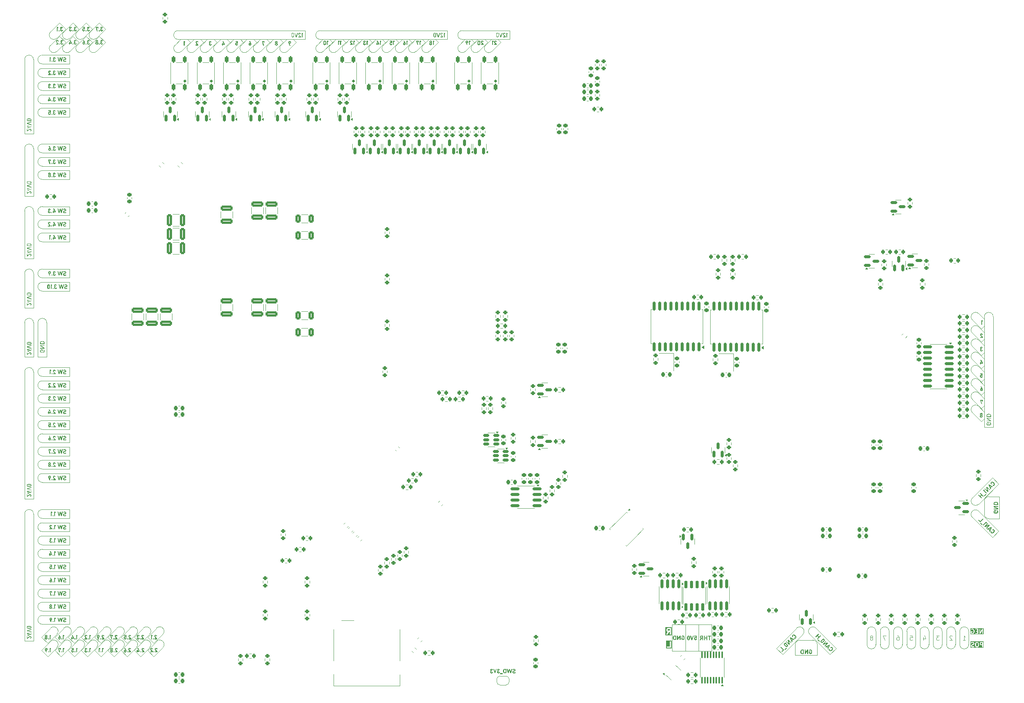
<source format=gbo>
G04 #@! TF.GenerationSoftware,KiCad,Pcbnew,8.0.1*
G04 #@! TF.CreationDate,2024-06-07T06:09:14+03:00*
G04 #@! TF.ProjectId,impeller18,696d7065-6c6c-4657-9231-382e6b696361,rev?*
G04 #@! TF.SameCoordinates,Original*
G04 #@! TF.FileFunction,Legend,Bot*
G04 #@! TF.FilePolarity,Positive*
%FSLAX46Y46*%
G04 Gerber Fmt 4.6, Leading zero omitted, Abs format (unit mm)*
G04 Created by KiCad (PCBNEW 8.0.1) date 2024-06-07 06:09:14*
%MOMM*%
%LPD*%
G01*
G04 APERTURE LIST*
G04 Aperture macros list*
%AMRoundRect*
0 Rectangle with rounded corners*
0 $1 Rounding radius*
0 $2 $3 $4 $5 $6 $7 $8 $9 X,Y pos of 4 corners*
0 Add a 4 corners polygon primitive as box body*
4,1,4,$2,$3,$4,$5,$6,$7,$8,$9,$2,$3,0*
0 Add four circle primitives for the rounded corners*
1,1,$1+$1,$2,$3*
1,1,$1+$1,$4,$5*
1,1,$1+$1,$6,$7*
1,1,$1+$1,$8,$9*
0 Add four rect primitives between the rounded corners*
20,1,$1+$1,$2,$3,$4,$5,0*
20,1,$1+$1,$4,$5,$6,$7,0*
20,1,$1+$1,$6,$7,$8,$9,0*
20,1,$1+$1,$8,$9,$2,$3,0*%
%AMFreePoly0*
4,1,19,0.500000,-0.750000,0.000000,-0.750000,0.000000,-0.744911,-0.071157,-0.744911,-0.207708,-0.704816,-0.327430,-0.627875,-0.420627,-0.520320,-0.479746,-0.390866,-0.500000,-0.250000,-0.500000,0.250000,-0.479746,0.390866,-0.420627,0.520320,-0.327430,0.627875,-0.207708,0.704816,-0.071157,0.744911,0.000000,0.744911,0.000000,0.750000,0.500000,0.750000,0.500000,-0.750000,0.500000,-0.750000,
$1*%
%AMFreePoly1*
4,1,19,0.000000,0.744911,0.071157,0.744911,0.207708,0.704816,0.327430,0.627875,0.420627,0.520320,0.479746,0.390866,0.500000,0.250000,0.500000,-0.250000,0.479746,-0.390866,0.420627,-0.520320,0.327430,-0.627875,0.207708,-0.704816,0.071157,-0.744911,0.000000,-0.744911,0.000000,-0.750000,-0.500000,-0.750000,-0.500000,0.750000,0.000000,0.750000,0.000000,0.744911,0.000000,0.744911,
$1*%
G04 Aperture macros list end*
%ADD10C,0.120000*%
%ADD11C,0.200000*%
%ADD12C,0.100000*%
%ADD13C,0.125000*%
%ADD14C,0.350000*%
%ADD15C,1.524000*%
%ADD16C,0.900000*%
%ADD17C,8.600000*%
%ADD18C,2.000000*%
%ADD19C,1.400000*%
%ADD20C,3.000000*%
%ADD21C,1.500000*%
%ADD22C,3.500000*%
%ADD23C,2.400000*%
%ADD24C,1.600000*%
%ADD25C,0.800000*%
%ADD26C,5.400000*%
%ADD27C,1.700000*%
%ADD28O,1.700000X1.700000*%
%ADD29C,2.600000*%
%ADD30R,2.600000X2.600000*%
%ADD31C,1.000000*%
%ADD32O,1.000000X1.000000*%
%ADD33C,0.500000*%
%ADD34O,1.090000X2.000000*%
%ADD35O,1.050000X1.600000*%
%ADD36C,1.905000*%
%ADD37O,0.700000X1.000000*%
%ADD38O,2.000000X2.000000*%
%ADD39O,1.000000X0.700000*%
%ADD40C,2.410000*%
%ADD41RoundRect,0.200000X0.275000X-0.200000X0.275000X0.200000X-0.275000X0.200000X-0.275000X-0.200000X0*%
%ADD42RoundRect,0.225000X0.250000X-0.225000X0.250000X0.225000X-0.250000X0.225000X-0.250000X-0.225000X0*%
%ADD43RoundRect,0.225000X-0.225000X-0.250000X0.225000X-0.250000X0.225000X0.250000X-0.225000X0.250000X0*%
%ADD44RoundRect,0.200000X-0.200000X-0.550000X0.200000X-0.550000X0.200000X0.550000X-0.200000X0.550000X0*%
%ADD45RoundRect,0.200000X-0.200000X-0.275000X0.200000X-0.275000X0.200000X0.275000X-0.200000X0.275000X0*%
%ADD46RoundRect,0.225000X0.225000X0.250000X-0.225000X0.250000X-0.225000X-0.250000X0.225000X-0.250000X0*%
%ADD47RoundRect,0.200000X-0.275000X0.200000X-0.275000X-0.200000X0.275000X-0.200000X0.275000X0.200000X0*%
%ADD48RoundRect,0.225000X-0.250000X0.225000X-0.250000X-0.225000X0.250000X-0.225000X0.250000X0.225000X0*%
%ADD49RoundRect,0.150000X0.150000X-0.587500X0.150000X0.587500X-0.150000X0.587500X-0.150000X-0.587500X0*%
%ADD50RoundRect,0.150000X-0.587500X-0.150000X0.587500X-0.150000X0.587500X0.150000X-0.587500X0.150000X0*%
%ADD51RoundRect,0.250000X-0.325000X-0.650000X0.325000X-0.650000X0.325000X0.650000X-0.325000X0.650000X0*%
%ADD52RoundRect,0.150000X0.150000X-0.825000X0.150000X0.825000X-0.150000X0.825000X-0.150000X-0.825000X0*%
%ADD53RoundRect,0.200000X0.053033X-0.335876X0.335876X-0.053033X-0.053033X0.335876X-0.335876X0.053033X0*%
%ADD54RoundRect,0.250000X-1.100000X0.325000X-1.100000X-0.325000X1.100000X-0.325000X1.100000X0.325000X0*%
%ADD55RoundRect,0.200000X0.200000X0.275000X-0.200000X0.275000X-0.200000X-0.275000X0.200000X-0.275000X0*%
%ADD56RoundRect,0.200000X0.335876X0.053033X0.053033X0.335876X-0.335876X-0.053033X-0.053033X-0.335876X0*%
%ADD57RoundRect,0.250000X0.325000X0.650000X-0.325000X0.650000X-0.325000X-0.650000X0.325000X-0.650000X0*%
%ADD58RoundRect,0.150000X-0.150000X0.725000X-0.150000X-0.725000X0.150000X-0.725000X0.150000X0.725000X0*%
%ADD59RoundRect,0.225000X-0.017678X0.335876X-0.335876X0.017678X0.017678X-0.335876X0.335876X-0.017678X0*%
%ADD60RoundRect,0.150000X0.512500X0.150000X-0.512500X0.150000X-0.512500X-0.150000X0.512500X-0.150000X0*%
%ADD61RoundRect,0.200000X-0.053033X0.335876X-0.335876X0.053033X0.053033X-0.335876X0.335876X-0.053033X0*%
%ADD62RoundRect,0.250000X-0.325000X-1.100000X0.325000X-1.100000X0.325000X1.100000X-0.325000X1.100000X0*%
%ADD63RoundRect,0.225000X-0.335876X-0.017678X-0.017678X-0.335876X0.335876X0.017678X0.017678X0.335876X0*%
%ADD64RoundRect,0.150000X-0.468458X0.256326X0.256326X-0.468458X0.468458X-0.256326X-0.256326X0.468458X0*%
%ADD65RoundRect,0.200000X0.100391X-0.324880X0.340006X-0.004591X-0.100391X0.324880X-0.340006X0.004591X0*%
%ADD66RoundRect,0.150000X-0.150000X0.825000X-0.150000X-0.825000X0.150000X-0.825000X0.150000X0.825000X0*%
%ADD67R,1.200000X1.400000*%
%ADD68RoundRect,0.150000X0.825000X0.150000X-0.825000X0.150000X-0.825000X-0.150000X0.825000X-0.150000X0*%
%ADD69RoundRect,0.150000X0.150000X-0.875000X0.150000X0.875000X-0.150000X0.875000X-0.150000X-0.875000X0*%
%ADD70RoundRect,0.150000X0.353553X0.565685X-0.565685X-0.353553X-0.353553X-0.565685X0.565685X0.353553X0*%
%ADD71FreePoly0,180.000000*%
%ADD72FreePoly1,180.000000*%
%ADD73RoundRect,0.150000X0.587500X0.150000X-0.587500X0.150000X-0.587500X-0.150000X0.587500X-0.150000X0*%
%ADD74R,0.700000X1.300000*%
%ADD75R,1.200000X2.000000*%
%ADD76R,1.050000X1.400000*%
%ADD77RoundRect,0.150000X-0.150000X0.587500X-0.150000X-0.587500X0.150000X-0.587500X0.150000X0.587500X0*%
%ADD78RoundRect,0.100000X0.100000X-0.637500X0.100000X0.637500X-0.100000X0.637500X-0.100000X-0.637500X0*%
G04 APERTURE END LIST*
D10*
X309110361Y-144302575D02*
X309781000Y-143631936D01*
X308488107Y-128851893D02*
X309781000Y-130144786D01*
X96519000Y-78286000D02*
G75*
G02*
X96519000Y-76286000I0J1000000D01*
G01*
X104832575Y-64396639D02*
X102796107Y-66433107D01*
X107832575Y-64396639D02*
X106418361Y-62982425D01*
X102700000Y-144066000D02*
X96519000Y-144066000D01*
X102700000Y-162066000D02*
X96519000Y-162066000D01*
X92519000Y-127906000D02*
G75*
G02*
X94519000Y-127906000I1000000J0D01*
G01*
X129558893Y-65018893D02*
X130851786Y-63726000D01*
X142009575Y-64396639D02*
X141338936Y-63726000D01*
X102700000Y-149066000D02*
X96519000Y-149066000D01*
X92519000Y-102586000D02*
G75*
G02*
X94519000Y-102586000I1000000J0D01*
G01*
X96345425Y-199125361D02*
X98381893Y-197088893D01*
X114796107Y-198503107D02*
X112759639Y-200539575D01*
X102700000Y-75286000D02*
X96519000Y-75286000D01*
X102700000Y-138066000D02*
X96519000Y-138066000D01*
X102700000Y-143066000D02*
X96519000Y-143066000D01*
X183169575Y-64396639D02*
X182498936Y-63726000D01*
X123796107Y-201503107D02*
X121759639Y-203539575D01*
X102700000Y-101586000D02*
X96519000Y-101586000D01*
X104381893Y-200088893D02*
G75*
G02*
X105796107Y-201503107I707107J-707107D01*
G01*
X102700000Y-70286000D02*
X102700000Y-72286000D01*
X144558893Y-65018893D02*
X145851786Y-63726000D01*
X92519000Y-88436000D02*
X92519000Y-99220000D01*
X102700000Y-152066000D02*
X96519000Y-152066000D01*
X102700000Y-73286000D02*
X102700000Y-75286000D01*
X168169575Y-64396639D02*
X166133107Y-66433107D01*
X102700000Y-104586000D02*
X96519000Y-104586000D01*
X192293107Y-66433107D02*
G75*
G02*
X190878893Y-65018893I-707107J707107D01*
G01*
X102700000Y-170226000D02*
X102700000Y-172226000D01*
X270264393Y-198518108D02*
G75*
G02*
X271678607Y-197103894I707107J707107D01*
G01*
X92519000Y-102586000D02*
X92519000Y-113370000D01*
X127266000Y-63726000D02*
X156050000Y-63726000D01*
X102700000Y-188226000D02*
X102700000Y-190226000D01*
X309781000Y-126559000D02*
G75*
G02*
X311781000Y-126559000I1000000J0D01*
G01*
X102700000Y-73286000D02*
X96519000Y-73286000D01*
X102700000Y-179226000D02*
X102700000Y-181226000D01*
X98381893Y-65018893D02*
X100418361Y-62982425D01*
X96345425Y-202125361D02*
X98381893Y-200088893D01*
X172133107Y-66433107D02*
G75*
G02*
X170718893Y-65018893I-707107J707107D01*
G01*
X102700000Y-181226000D02*
X96519000Y-181226000D01*
X117345425Y-199125361D02*
X119381893Y-197088893D01*
X102796107Y-66433107D02*
G75*
G02*
X101381893Y-65018893I-707107J707107D01*
G01*
X306223000Y-200811001D02*
X306223000Y-197811001D01*
X92519000Y-171226000D02*
G75*
G02*
X94519000Y-171226000I1000000J0D01*
G01*
X178133107Y-66433107D02*
G75*
G02*
X176718893Y-65018893I-707107J707107D01*
G01*
X99796107Y-198503107D02*
X97759639Y-200539575D01*
X92519000Y-124530000D02*
X94519000Y-124530000D01*
X101381893Y-65018893D02*
X103418361Y-62982425D01*
X304223000Y-197811001D02*
G75*
G02*
X306223000Y-197811001I1000000J0D01*
G01*
X99345425Y-199125361D02*
X101381893Y-197088893D01*
X108345425Y-199125361D02*
X110381893Y-197088893D01*
X142973107Y-66433107D02*
G75*
G02*
X141558893Y-65018893I-707107J707107D01*
G01*
X297223000Y-200811001D02*
X297223000Y-197811001D01*
X101381893Y-197088893D02*
G75*
G02*
X102796107Y-198503107I707107J-707107D01*
G01*
X133009575Y-64396639D02*
X132338936Y-63726000D01*
X303223000Y-200811001D02*
G75*
G02*
X301223000Y-200811001I-1000000J0D01*
G01*
X163133107Y-66433107D02*
G75*
G02*
X161718893Y-65018893I-707107J707107D01*
G01*
X102700000Y-70286000D02*
X96519000Y-70286000D01*
X96519000Y-72286000D02*
G75*
G02*
X96519000Y-70286000I0J1000000D01*
G01*
X96519000Y-143066000D02*
G75*
G02*
X96519000Y-141066000I0J1000000D01*
G01*
X102700000Y-185226000D02*
X96519000Y-185226000D01*
X96519000Y-155066000D02*
G75*
G02*
X96519000Y-153066000I0J1000000D01*
G01*
X288223000Y-200811001D02*
G75*
G02*
X286223000Y-200811001I-1000000J0D01*
G01*
X139009575Y-64396639D02*
X136973107Y-66433107D01*
X96519000Y-92436000D02*
G75*
G02*
X96519000Y-90436000I0J1000000D01*
G01*
X307070894Y-172005106D02*
X311627529Y-176561741D01*
X107381893Y-65018893D02*
X109418361Y-62982425D01*
X102700000Y-150066000D02*
X102700000Y-152066000D01*
X294223000Y-200811001D02*
G75*
G02*
X292223000Y-200811001I-1000000J0D01*
G01*
X102796107Y-201503107D02*
X100759639Y-203539575D01*
X190878893Y-65018893D02*
X192171786Y-63726000D01*
X96519000Y-75286000D02*
G75*
G02*
X96519000Y-73286000I0J1000000D01*
G01*
X300223000Y-200811001D02*
G75*
G02*
X298223000Y-200811001I-1000000J0D01*
G01*
X113381893Y-197088893D02*
G75*
G02*
X114796107Y-198503107I707107J-707107D01*
G01*
X194329575Y-64396639D02*
X192293107Y-66433107D01*
X102700000Y-194226000D02*
X102700000Y-196226000D01*
X136009575Y-64396639D02*
X135338936Y-63726000D01*
X168169575Y-64396639D02*
X167498936Y-63726000D01*
X94519000Y-88436000D02*
X94519000Y-99220000D01*
X102700000Y-101586000D02*
X102700000Y-103586000D01*
X169133107Y-66433107D02*
G75*
G02*
X167718893Y-65018893I-707107J707107D01*
G01*
X102700000Y-158066000D02*
X96519000Y-158066000D01*
X111345425Y-202125361D02*
X113381893Y-200088893D01*
X158718893Y-65018893D02*
X160011786Y-63726000D01*
X270264394Y-198518107D02*
X274821029Y-203074742D01*
X141558893Y-65018893D02*
X142851786Y-63726000D01*
X126558893Y-65018893D02*
X127851786Y-63726000D01*
X104381893Y-65018893D02*
X106418361Y-62982425D01*
X104832575Y-64396639D02*
X103418361Y-62982425D01*
X96519000Y-95436000D02*
G75*
G02*
X96519000Y-93436000I0J1000000D01*
G01*
X108796107Y-66433107D02*
G75*
G02*
X107381893Y-65018893I-707107J707107D01*
G01*
X92519000Y-139066000D02*
G75*
G02*
X94519000Y-139066000I1000000J0D01*
G01*
X96519000Y-146066000D02*
G75*
G02*
X96519000Y-144066000I0J1000000D01*
G01*
X102700000Y-141066000D02*
X96519000Y-141066000D01*
X92519000Y-127906000D02*
X92519000Y-135690000D01*
X308488107Y-143851893D02*
X309781000Y-145144786D01*
X191586000Y-63726000D02*
G75*
G02*
X191586000Y-61726000I0J1000000D01*
G01*
X159426000Y-63726000D02*
G75*
G02*
X159426000Y-61726000I0J1000000D01*
G01*
X102700000Y-120746000D02*
X96519000Y-120746000D01*
X94519000Y-171226000D02*
X94519000Y-200010000D01*
X145009575Y-64396639D02*
X144338936Y-63726000D01*
X102700000Y-72286000D02*
X96519000Y-72286000D01*
X96519000Y-120746000D02*
G75*
G02*
X96519000Y-118746000I0J1000000D01*
G01*
X102700000Y-81286000D02*
X96519000Y-81286000D01*
X182718893Y-65018893D02*
X184011786Y-63726000D01*
X111345425Y-199125361D02*
X113381893Y-197088893D01*
X102700000Y-156066000D02*
X102700000Y-158066000D01*
X99796107Y-201503107D02*
X97759639Y-203539575D01*
X309110361Y-150302575D02*
X309781000Y-149631936D01*
X307073893Y-139266107D02*
G75*
G02*
X308488107Y-137851893I707107J707107D01*
G01*
X138558893Y-65018893D02*
X139851786Y-63726000D01*
X291223000Y-200811001D02*
X291223000Y-197811001D01*
X102700000Y-117746000D02*
X96519000Y-117746000D01*
X92519000Y-68286000D02*
G75*
G02*
X94519000Y-68286000I1000000J0D01*
G01*
X308485107Y-170590893D02*
X313041742Y-175147528D01*
X162169575Y-64396639D02*
X161498936Y-63726000D01*
X177169575Y-64396639D02*
X176498936Y-63726000D01*
X96519000Y-161066000D02*
G75*
G02*
X96519000Y-159066000I0J1000000D01*
G01*
X307073893Y-142266107D02*
G75*
G02*
X308488107Y-140851893I707107J707107D01*
G01*
X307073893Y-127266107D02*
G75*
G02*
X308488107Y-125851893I707107J707107D01*
G01*
X102700000Y-79286000D02*
X96519000Y-79286000D01*
X122381893Y-200088893D02*
G75*
G02*
X123796107Y-201503107I707107J-707107D01*
G01*
X202370000Y-63726000D02*
X202370000Y-61726000D01*
X313156999Y-172298000D02*
X310778000Y-172298000D01*
X154009575Y-64396639D02*
X151973107Y-66433107D01*
X120796107Y-201503107D02*
X118759639Y-203539575D01*
X96519000Y-178226000D02*
G75*
G02*
X96519000Y-176226000I0J1000000D01*
G01*
X107381893Y-197088893D02*
G75*
G02*
X108796107Y-198503107I707107J-707107D01*
G01*
X193878893Y-65018893D02*
X195171786Y-63726000D01*
X94519000Y-68286000D02*
X94519000Y-85070000D01*
X102700000Y-150066000D02*
X96519000Y-150066000D01*
X123796107Y-198503107D02*
X121759639Y-200539575D01*
X95519000Y-127906000D02*
X95519000Y-135690000D01*
X104381893Y-62018893D02*
X106418361Y-59982425D01*
X95519000Y-135690000D02*
X97519000Y-135690000D01*
X102700000Y-176226000D02*
X102700000Y-178226000D01*
X96519000Y-175226000D02*
G75*
G02*
X96519000Y-173226000I0J1000000D01*
G01*
X147558893Y-65018893D02*
X148851786Y-63726000D01*
X96519000Y-187226000D02*
G75*
G02*
X96519000Y-185226000I0J1000000D01*
G01*
X102700000Y-109586000D02*
X96519000Y-109586000D01*
X313156999Y-172298000D02*
X313156999Y-167298000D01*
X304223000Y-200811001D02*
X304223000Y-197811001D01*
X102700000Y-185226000D02*
X102700000Y-187226000D01*
X102700000Y-93436000D02*
X102700000Y-95436000D01*
X167718893Y-65018893D02*
X169011786Y-63726000D01*
X309110361Y-144302575D02*
X307073893Y-142266107D01*
X176718893Y-65018893D02*
X178011786Y-63726000D01*
X102700000Y-67286000D02*
X96519000Y-67286000D01*
X132558893Y-65018893D02*
X133851786Y-63726000D01*
X309110361Y-135302575D02*
X309781000Y-134631936D01*
X105796107Y-198503107D02*
X103759639Y-200539575D01*
X148009575Y-64396639D02*
X147338936Y-63726000D01*
X179718893Y-65018893D02*
X181011786Y-63726000D01*
X200329575Y-64396639D02*
X199658936Y-63726000D01*
X245097000Y-196311001D02*
X248097000Y-196311001D01*
X248097000Y-202311001D01*
X245097000Y-202311001D01*
X245097000Y-196311001D01*
X110381893Y-200088893D02*
G75*
G02*
X111796107Y-201503107I707107J-707107D01*
G01*
X197329575Y-64396639D02*
X196658936Y-63726000D01*
X276235242Y-201660529D02*
X274821029Y-203074742D01*
X92519000Y-167850000D02*
X94519000Y-167850000D01*
X105345425Y-202125361D02*
X106759639Y-203539575D01*
X102700000Y-159066000D02*
X102700000Y-161066000D01*
X159426000Y-61726000D02*
X188210000Y-61726000D01*
X107381893Y-62018893D02*
X109418361Y-59982425D01*
X309110361Y-132302575D02*
X307073893Y-130266107D01*
X301223000Y-200811001D02*
X301223000Y-197811001D01*
X151009575Y-64396639D02*
X150338936Y-63726000D01*
X110832575Y-61396639D02*
X108796107Y-63433107D01*
X102700000Y-196226000D02*
X96519000Y-196226000D01*
X102700000Y-153066000D02*
X96519000Y-153066000D01*
X96345425Y-199125361D02*
X97759639Y-200539575D01*
X99345425Y-202125361D02*
X101381893Y-200088893D01*
X102700000Y-141066000D02*
X102700000Y-143066000D01*
X286223000Y-197811001D02*
G75*
G02*
X288223000Y-197811001I1000000J0D01*
G01*
X311781000Y-126559000D02*
X311781000Y-151538000D01*
X286223000Y-200811001D02*
X286223000Y-197811001D01*
X102700000Y-147066000D02*
X102700000Y-149066000D01*
X99345425Y-202125361D02*
X100759639Y-203539575D01*
X105796107Y-63433107D02*
G75*
G02*
X104381893Y-62018893I-707107J707107D01*
G01*
X307073893Y-130266107D02*
G75*
G02*
X308488107Y-128851893I707107J707107D01*
G01*
X102700000Y-153066000D02*
X102700000Y-155066000D01*
X311627528Y-163034258D02*
X313041741Y-164448471D01*
X102700000Y-161066000D02*
X96519000Y-161066000D01*
X108345425Y-202125361D02*
X109759639Y-203539575D01*
X96519000Y-190226000D02*
G75*
G02*
X96519000Y-188226000I0J1000000D01*
G01*
X127973107Y-66433107D02*
G75*
G02*
X126558893Y-65018893I-707107J707107D01*
G01*
X285223000Y-200811001D02*
G75*
G02*
X283223000Y-200811001I-1000000J0D01*
G01*
X309110361Y-129302575D02*
X309781000Y-128631936D01*
X266971500Y-203190000D02*
X266971500Y-200811001D01*
X308488107Y-134851893D02*
X309781000Y-136144786D01*
X113381893Y-200088893D02*
G75*
G02*
X114796107Y-201503107I707107J-707107D01*
G01*
X107832575Y-61396639D02*
X105796107Y-63433107D01*
X107832575Y-64396639D02*
X105796107Y-66433107D01*
X102700000Y-140066000D02*
X96519000Y-140066000D01*
X96519000Y-103586000D02*
G75*
G02*
X96519000Y-101586000I0J1000000D01*
G01*
X133009575Y-64396639D02*
X130973107Y-66433107D01*
X102700000Y-107586000D02*
X102700000Y-109586000D01*
X165169575Y-64396639D02*
X163133107Y-66433107D01*
X108796107Y-198503107D02*
X106759639Y-200539575D01*
X145009575Y-64396639D02*
X142973107Y-66433107D01*
X110832575Y-61396639D02*
X109418361Y-59982425D01*
X288223000Y-200811001D02*
X288223000Y-197811001D01*
X102700000Y-179226000D02*
X96519000Y-179226000D01*
X160133107Y-66433107D02*
G75*
G02*
X158718893Y-65018893I-707107J707107D01*
G01*
X96519000Y-164066000D02*
G75*
G02*
X96519000Y-162066000I0J1000000D01*
G01*
X297223000Y-200811001D02*
G75*
G02*
X295223000Y-200811001I-1000000J0D01*
G01*
X102345425Y-202125361D02*
X104381893Y-200088893D01*
X102700000Y-90436000D02*
X102700000Y-92436000D01*
X309110361Y-141302575D02*
X309781000Y-140631936D01*
X96519000Y-181226000D02*
G75*
G02*
X96519000Y-179226000I0J1000000D01*
G01*
X102700000Y-107586000D02*
X96519000Y-107586000D01*
X309110361Y-138302575D02*
X309781000Y-137631936D01*
X242097000Y-196311001D02*
X245097000Y-196311001D01*
X245097000Y-202311001D01*
X242097000Y-202311001D01*
X242097000Y-196311001D01*
X148973107Y-66433107D02*
G75*
G02*
X147558893Y-65018893I-707107J707107D01*
G01*
X107832575Y-61396639D02*
X106418361Y-59982425D01*
X92519000Y-200010000D02*
X94519000Y-200010000D01*
X177169575Y-64396639D02*
X175133107Y-66433107D01*
X135558893Y-65018893D02*
X136851786Y-63726000D01*
X104381893Y-197088893D02*
G75*
G02*
X105796107Y-198503107I707107J-707107D01*
G01*
X271678607Y-197103894D02*
X276235242Y-201660529D01*
X92519000Y-68286000D02*
X92519000Y-85070000D01*
X306223000Y-200811001D02*
G75*
G02*
X304223000Y-200811001I-1000000J0D01*
G01*
X102700000Y-162066000D02*
X102700000Y-164066000D01*
X96519000Y-69286000D02*
G75*
G02*
X96519000Y-67286000I0J1000000D01*
G01*
X111796107Y-201503107D02*
X109759639Y-203539575D01*
X292223000Y-197811001D02*
G75*
G02*
X294223000Y-197811001I1000000J0D01*
G01*
X268678607Y-198518108D02*
X264121972Y-203074743D01*
X159426000Y-63726000D02*
X188210000Y-63726000D01*
X309781000Y-151538000D02*
X311781000Y-151538000D01*
X195293107Y-66433107D02*
G75*
G02*
X193878893Y-65018893I-707107J707107D01*
G01*
X307073893Y-133266107D02*
G75*
G02*
X308488107Y-131851893I707107J707107D01*
G01*
X111345425Y-202125361D02*
X112759639Y-203539575D01*
X307073893Y-145266107D02*
G75*
G02*
X308488107Y-143851893I707107J707107D01*
G01*
X102700000Y-176226000D02*
X96519000Y-176226000D01*
X102700000Y-156066000D02*
X96519000Y-156066000D01*
X117345425Y-199125361D02*
X118759639Y-200539575D01*
X308488107Y-131851893D02*
X309781000Y-133144786D01*
X117796107Y-198503107D02*
X115759639Y-200539575D01*
X164718893Y-65018893D02*
X166011786Y-63726000D01*
X120796107Y-198503107D02*
X118759639Y-200539575D01*
X102700000Y-78286000D02*
X96519000Y-78286000D01*
X102700000Y-147066000D02*
X96519000Y-147066000D01*
X102700000Y-67286000D02*
X102700000Y-69286000D01*
X120345425Y-202125361D02*
X121759639Y-203539575D01*
X110381893Y-197088893D02*
G75*
G02*
X111796107Y-198503107I707107J-707107D01*
G01*
X174169575Y-64396639D02*
X172133107Y-66433107D01*
X117345425Y-202125361D02*
X119381893Y-200088893D01*
X188210000Y-63726000D02*
X188210000Y-61726000D01*
X99345425Y-199125361D02*
X100759639Y-200539575D01*
X102345425Y-199125361D02*
X103759639Y-200539575D01*
X102700000Y-172226000D02*
X96519000Y-172226000D01*
X102700000Y-194226000D02*
X96519000Y-194226000D01*
X117345425Y-202125361D02*
X118759639Y-203539575D01*
X105796107Y-66433107D02*
G75*
G02*
X104381893Y-65018893I-707107J707107D01*
G01*
X111796107Y-198503107D02*
X109759639Y-200539575D01*
X309110361Y-132302575D02*
X309781000Y-131631936D01*
X108345425Y-199125361D02*
X109759639Y-200539575D01*
X111345425Y-199125361D02*
X112759639Y-200539575D01*
X102700000Y-191226000D02*
X102700000Y-193226000D01*
X114345425Y-202125361D02*
X116381893Y-200088893D01*
X95519000Y-127906000D02*
G75*
G02*
X97519000Y-127906000I1000000J0D01*
G01*
X307073893Y-136266107D02*
G75*
G02*
X308488107Y-134851893I707107J707107D01*
G01*
X102700000Y-69286000D02*
X96519000Y-69286000D01*
X300223000Y-200811001D02*
X300223000Y-197811001D01*
X102700000Y-188226000D02*
X96519000Y-188226000D01*
X102700000Y-76286000D02*
X96519000Y-76286000D01*
X145973107Y-66433107D02*
G75*
G02*
X144558893Y-65018893I-707107J707107D01*
G01*
X102345425Y-199125361D02*
X104381893Y-197088893D01*
X96345425Y-202125361D02*
X97759639Y-203539575D01*
X291223000Y-200811001D02*
G75*
G02*
X289223000Y-200811001I-1000000J0D01*
G01*
X102700000Y-106586000D02*
X96519000Y-106586000D01*
X295223000Y-200811001D02*
X295223000Y-197811001D01*
X102700000Y-118746000D02*
X102700000Y-120746000D01*
X98381893Y-197088893D02*
G75*
G02*
X99796107Y-198503107I707107J-707107D01*
G01*
X102700000Y-90436000D02*
X96519000Y-90436000D01*
X309778000Y-168298000D02*
X309778000Y-171298000D01*
X102700000Y-92436000D02*
X96519000Y-92436000D01*
X102700000Y-89436000D02*
X96519000Y-89436000D01*
X148009575Y-64396639D02*
X145973107Y-66433107D01*
X298223000Y-200811001D02*
X298223000Y-197811001D01*
X102700000Y-93436000D02*
X96519000Y-93436000D01*
X96519000Y-140066000D02*
G75*
G02*
X96519000Y-138066000I0J1000000D01*
G01*
X107381893Y-200088893D02*
G75*
G02*
X108796107Y-201503107I707107J-707107D01*
G01*
X171169575Y-64396639D02*
X169133107Y-66433107D01*
X94519000Y-139066000D02*
X94519000Y-167850000D01*
X96519000Y-89436000D02*
G75*
G02*
X96519000Y-87436000I0J1000000D01*
G01*
X96519000Y-109586000D02*
G75*
G02*
X96519000Y-107586000I0J1000000D01*
G01*
X308488107Y-140851893D02*
X309781000Y-142144786D01*
X309110361Y-141302575D02*
X307073893Y-139266107D01*
X92519000Y-99220000D02*
X94519000Y-99220000D01*
X96519000Y-152066000D02*
G75*
G02*
X96519000Y-150066000I0J1000000D01*
G01*
X139973107Y-66433107D02*
G75*
G02*
X138558893Y-65018893I-707107J707107D01*
G01*
X102700000Y-187226000D02*
X96519000Y-187226000D01*
X267264393Y-197103894D02*
G75*
G02*
X268678607Y-198518108I707107J-707107D01*
G01*
X151973107Y-66433107D02*
G75*
G02*
X150558893Y-65018893I-707107J707107D01*
G01*
X150558893Y-65018893D02*
X151851786Y-63726000D01*
X120345425Y-199125361D02*
X122381893Y-197088893D01*
X92519000Y-113370000D02*
X94519000Y-113370000D01*
X174169575Y-64396639D02*
X173498936Y-63726000D01*
X309110361Y-147302575D02*
X309781000Y-146631936D01*
X114345425Y-202125361D02*
X115759639Y-203539575D01*
X127266000Y-61726000D02*
X156050000Y-61726000D01*
X108796107Y-63433107D02*
G75*
G02*
X107381893Y-62018893I-707107J707107D01*
G01*
X96519000Y-81286000D02*
G75*
G02*
X96519000Y-79286000I0J1000000D01*
G01*
X96519000Y-193226000D02*
G75*
G02*
X96519000Y-191226000I0J1000000D01*
G01*
X114796107Y-201503107D02*
X112759639Y-203539575D01*
X119381893Y-200088893D02*
G75*
G02*
X120796107Y-201503107I707107J-707107D01*
G01*
X197329575Y-64396639D02*
X195293107Y-66433107D01*
X102700000Y-115746000D02*
X102700000Y-117746000D01*
X94519000Y-127906000D02*
X94519000Y-135690000D01*
X116381893Y-200088893D02*
G75*
G02*
X117796107Y-201503107I707107J-707107D01*
G01*
X309110361Y-147302575D02*
X307073893Y-145266107D01*
X96519000Y-184226000D02*
G75*
G02*
X96519000Y-182226000I0J1000000D01*
G01*
X309110361Y-150302575D02*
X307073893Y-148266107D01*
X154009575Y-64396639D02*
X153338936Y-63726000D01*
X133973107Y-66433107D02*
G75*
G02*
X132558893Y-65018893I-707107J707107D01*
G01*
X102700000Y-76286000D02*
X102700000Y-78286000D01*
X166133107Y-66433107D02*
G75*
G02*
X164718893Y-65018893I-707107J707107D01*
G01*
X96519000Y-158066000D02*
G75*
G02*
X96519000Y-156066000I0J1000000D01*
G01*
X313041742Y-175147528D02*
X311627529Y-176561741D01*
X102700000Y-170226000D02*
X96519000Y-170226000D01*
X239097000Y-196311001D02*
X242097000Y-196311001D01*
X242097000Y-202311001D01*
X239097000Y-202311001D01*
X239097000Y-196311001D01*
X309110361Y-138302575D02*
X307073893Y-136266107D01*
X194329575Y-64396639D02*
X193658936Y-63726000D01*
X102700000Y-144066000D02*
X102700000Y-146066000D01*
X298223000Y-197811001D02*
G75*
G02*
X300223000Y-197811001I1000000J0D01*
G01*
X97519000Y-127906000D02*
X97519000Y-135690000D01*
X102700000Y-178226000D02*
X96519000Y-178226000D01*
X183169575Y-64396639D02*
X181133107Y-66433107D01*
X283223000Y-200811001D02*
X283223000Y-197811001D01*
X117796107Y-201503107D02*
X115759639Y-203539575D01*
X98381893Y-200088893D02*
G75*
G02*
X99796107Y-201503107I707107J-707107D01*
G01*
X102700000Y-87436000D02*
X96519000Y-87436000D01*
X102700000Y-182226000D02*
X102700000Y-184226000D01*
X170718893Y-65018893D02*
X172011786Y-63726000D01*
X102796107Y-198503107D02*
X100759639Y-200539575D01*
X162169575Y-64396639D02*
X160133107Y-66433107D01*
X181133107Y-66433107D02*
G75*
G02*
X179718893Y-65018893I-707107J707107D01*
G01*
X156050000Y-63726000D02*
X156050000Y-61726000D01*
X171169575Y-64396639D02*
X170498936Y-63726000D01*
X108345425Y-202125361D02*
X110381893Y-200088893D01*
X307073893Y-148266107D02*
G75*
G02*
X308488107Y-146851893I707107J707107D01*
G01*
X191586000Y-63726000D02*
X202370000Y-63726000D01*
X180169575Y-64396639D02*
X178133107Y-66433107D01*
X303223000Y-200811001D02*
X303223000Y-197811001D01*
X96519000Y-117746000D02*
G75*
G02*
X96519000Y-115746000I0J1000000D01*
G01*
X313156999Y-167298000D02*
X310778000Y-167298000D01*
X102700000Y-164066000D02*
X96519000Y-164066000D01*
X267264394Y-197103895D02*
X262707759Y-201660530D01*
X289223000Y-197811001D02*
G75*
G02*
X291223000Y-197811001I1000000J0D01*
G01*
X92519000Y-171226000D02*
X92519000Y-200010000D01*
X102700000Y-173226000D02*
X102700000Y-175226000D01*
X96519000Y-106586000D02*
G75*
G02*
X96519000Y-104586000I0J1000000D01*
G01*
X101832575Y-61396639D02*
X99796107Y-63433107D01*
X99796107Y-66433107D02*
G75*
G02*
X98381893Y-65018893I-707107J707107D01*
G01*
X184133107Y-66433107D02*
G75*
G02*
X182718893Y-65018893I-707107J707107D01*
G01*
X285223000Y-200811001D02*
X285223000Y-197811001D01*
X186169575Y-64396639D02*
X185498936Y-63726000D01*
X309778000Y-168298000D02*
G75*
G02*
X310778000Y-167298000I1000000J0D01*
G01*
X108796107Y-201503107D02*
X106759639Y-203539575D01*
X191586000Y-61726000D02*
X202370000Y-61726000D01*
X264121972Y-203074743D02*
X262707759Y-201660530D01*
X173718893Y-65018893D02*
X175011786Y-63726000D01*
X180169575Y-64396639D02*
X179498936Y-63726000D01*
X102700000Y-138066000D02*
X102700000Y-140066000D01*
X102796107Y-63433107D02*
G75*
G02*
X101381893Y-62018893I-707107J707107D01*
G01*
X102700000Y-190226000D02*
X96519000Y-190226000D01*
X122381893Y-197088893D02*
G75*
G02*
X123796107Y-198503107I707107J-707107D01*
G01*
X119381893Y-197088893D02*
G75*
G02*
X120796107Y-198503107I707107J-707107D01*
G01*
X102345425Y-202125361D02*
X103759639Y-203539575D01*
X102700000Y-173226000D02*
X96519000Y-173226000D01*
X102700000Y-146066000D02*
X96519000Y-146066000D01*
X308488107Y-146851893D02*
X309781000Y-148144786D01*
X102700000Y-184226000D02*
X96519000Y-184226000D01*
X308485106Y-169005106D02*
X313041741Y-164448471D01*
X292223000Y-200811001D02*
X292223000Y-197811001D01*
X130973107Y-66433107D02*
G75*
G02*
X129558893Y-65018893I-707107J707107D01*
G01*
X151009575Y-64396639D02*
X148973107Y-66433107D01*
X114345425Y-199125361D02*
X116381893Y-197088893D01*
X110832575Y-64396639D02*
X109418361Y-62982425D01*
X266971500Y-200811001D02*
G75*
G02*
X267971500Y-199811000I1000000J1D01*
G01*
X130009575Y-64396639D02*
X127973107Y-66433107D01*
X96519000Y-149066000D02*
G75*
G02*
X96519000Y-147066000I0J1000000D01*
G01*
X92519000Y-85070000D02*
X94519000Y-85070000D01*
X101832575Y-61396639D02*
X100418361Y-59982425D01*
X92519000Y-116746000D02*
X92519000Y-124530000D01*
X198293107Y-66433107D02*
G75*
G02*
X196878893Y-65018893I-707107J707107D01*
G01*
X266971500Y-203190000D02*
X271971500Y-203190000D01*
X102700000Y-191226000D02*
X96519000Y-191226000D01*
X308488107Y-137851893D02*
X309781000Y-139144786D01*
X139009575Y-64396639D02*
X138338936Y-63726000D01*
X308488107Y-125851893D02*
X309781000Y-127144786D01*
X307070893Y-167590893D02*
X311627528Y-163034258D01*
X308485107Y-169005107D02*
G75*
G02*
X307070893Y-167590893I-707107J707107D01*
G01*
X289223000Y-200811001D02*
X289223000Y-197811001D01*
X92519000Y-88436000D02*
G75*
G02*
X94519000Y-88436000I1000000J0D01*
G01*
X102700000Y-87436000D02*
X102700000Y-89436000D01*
X309781000Y-126559000D02*
X309781000Y-151538000D01*
X102700000Y-115746000D02*
X96519000Y-115746000D01*
X94519000Y-102586000D02*
X94519000Y-113370000D01*
X92519000Y-139066000D02*
X92519000Y-167850000D01*
X283223000Y-197811001D02*
G75*
G02*
X285223000Y-197811001I1000000J0D01*
G01*
X301223000Y-197811001D02*
G75*
G02*
X303223000Y-197811001I1000000J0D01*
G01*
X102700000Y-103586000D02*
X96519000Y-103586000D01*
X104832575Y-61396639D02*
X103418361Y-59982425D01*
X102700000Y-95436000D02*
X96519000Y-95436000D01*
X102700000Y-159066000D02*
X96519000Y-159066000D01*
X307070893Y-172005107D02*
G75*
G02*
X308485107Y-170590893I707107J707107D01*
G01*
X102700000Y-175226000D02*
X96519000Y-175226000D01*
X114345425Y-199125361D02*
X115759639Y-200539575D01*
X96519000Y-196226000D02*
G75*
G02*
X96519000Y-194226000I0J1000000D01*
G01*
X165169575Y-64396639D02*
X164498936Y-63726000D01*
X120345425Y-202125361D02*
X122381893Y-200088893D01*
X102700000Y-182226000D02*
X96519000Y-182226000D01*
X101832575Y-64396639D02*
X100418361Y-62982425D01*
X116381893Y-197088893D02*
G75*
G02*
X117796107Y-198503107I707107J-707107D01*
G01*
X309110361Y-135302575D02*
X307073893Y-133266107D01*
X102700000Y-104586000D02*
X102700000Y-106586000D01*
X271971500Y-203190000D02*
X271971500Y-200811001D01*
X105345425Y-199125361D02*
X107381893Y-197088893D01*
X105345425Y-199125361D02*
X106759639Y-200539575D01*
X104832575Y-61396639D02*
X102796107Y-63433107D01*
X295223000Y-197811001D02*
G75*
G02*
X297223000Y-197811001I1000000J0D01*
G01*
X120345425Y-199125361D02*
X121759639Y-200539575D01*
X102700000Y-193226000D02*
X96519000Y-193226000D01*
X96519000Y-172226000D02*
G75*
G02*
X96519000Y-170226000I0J1000000D01*
G01*
X270971500Y-199811001D02*
G75*
G02*
X271971499Y-200811001I0J-999999D01*
G01*
X186169575Y-64396639D02*
X184133107Y-66433107D01*
X101381893Y-200088893D02*
G75*
G02*
X102796107Y-201503107I707107J-707107D01*
G01*
X294223000Y-200811001D02*
X294223000Y-197811001D01*
X161718893Y-65018893D02*
X163011786Y-63726000D01*
X136973107Y-66433107D02*
G75*
G02*
X135558893Y-65018893I-707107J707107D01*
G01*
X101381893Y-62018893D02*
X103418361Y-59982425D01*
X110832575Y-64396639D02*
X108796107Y-66433107D01*
X102700000Y-155066000D02*
X96519000Y-155066000D01*
X98381893Y-62018893D02*
X100418361Y-59982425D01*
X175133107Y-66433107D02*
G75*
G02*
X173718893Y-65018893I-707107J707107D01*
G01*
X270971500Y-199811001D02*
X267971500Y-199811001D01*
X196878893Y-65018893D02*
X198171786Y-63726000D01*
X102700000Y-79286000D02*
X102700000Y-81286000D01*
X105796107Y-201503107D02*
X103759639Y-203539575D01*
X136009575Y-64396639D02*
X133973107Y-66433107D01*
X310778000Y-172298000D02*
G75*
G02*
X309778000Y-171298000I0J1000000D01*
G01*
X200329575Y-64396639D02*
X198293107Y-66433107D01*
X127266000Y-63726000D02*
G75*
G02*
X127266000Y-61726000I0J1000000D01*
G01*
X92519000Y-135690000D02*
X94519000Y-135690000D01*
X309110361Y-129302575D02*
X307073893Y-127266107D01*
X99796107Y-63433107D02*
G75*
G02*
X98381893Y-62018893I-707107J707107D01*
G01*
X105345425Y-202125361D02*
X107381893Y-200088893D01*
X94519000Y-116746000D02*
X94519000Y-124530000D01*
X92519000Y-116746000D02*
G75*
G02*
X94519000Y-116746000I1000000J0D01*
G01*
X142009575Y-64396639D02*
X139973107Y-66433107D01*
X130009575Y-64396639D02*
X129338936Y-63726000D01*
X102700000Y-118746000D02*
X96519000Y-118746000D01*
X101832575Y-64396639D02*
X99796107Y-66433107D01*
D11*
G36*
X134531681Y-65100258D02*
G01*
X134581205Y-65097650D01*
X134632515Y-65088634D01*
X134679913Y-65073178D01*
X134693370Y-65067285D01*
X134738521Y-65041066D01*
X134776919Y-65007748D01*
X134805966Y-64971297D01*
X134830235Y-64924950D01*
X134844585Y-64877857D01*
X134851587Y-64826041D01*
X134851884Y-64820600D01*
X134657466Y-64820600D01*
X134642720Y-64867777D01*
X134639392Y-64873356D01*
X134603244Y-64906329D01*
X134554237Y-64917553D01*
X134552442Y-64917564D01*
X134502312Y-64909154D01*
X134469644Y-64887766D01*
X134445172Y-64843567D01*
X134440334Y-64803503D01*
X134440334Y-64780300D01*
X134446257Y-64729741D01*
X134464026Y-64692372D01*
X134506184Y-64664382D01*
X134531681Y-64661353D01*
X134616189Y-64661353D01*
X134616189Y-64479881D01*
X134531681Y-64479881D01*
X134484376Y-64461983D01*
X134476482Y-64452770D01*
X134458851Y-64405333D01*
X134456943Y-64377055D01*
X134456943Y-64359713D01*
X134465434Y-64310521D01*
X134478681Y-64288883D01*
X134522997Y-64264930D01*
X134539253Y-64263726D01*
X134585659Y-64276671D01*
X134620167Y-64312983D01*
X134621074Y-64314528D01*
X134639009Y-64361387D01*
X134641591Y-64374124D01*
X134835519Y-64374124D01*
X134828279Y-64324731D01*
X134814206Y-64274518D01*
X134793789Y-64229219D01*
X134786427Y-64216587D01*
X134755273Y-64174666D01*
X134718231Y-64140248D01*
X134679448Y-64115471D01*
X134632321Y-64095725D01*
X134581616Y-64084175D01*
X134532414Y-64080788D01*
X134477278Y-64084025D01*
X134427915Y-64093738D01*
X134378571Y-64112766D01*
X134336767Y-64140251D01*
X134327494Y-64148443D01*
X134295758Y-64185828D01*
X134273089Y-64230326D01*
X134259488Y-64281937D01*
X134255025Y-64332933D01*
X134254954Y-64340662D01*
X134254954Y-64370704D01*
X134259900Y-64420221D01*
X134276421Y-64468205D01*
X134290125Y-64491605D01*
X134323381Y-64529164D01*
X134366391Y-64558097D01*
X134389532Y-64568541D01*
X134340096Y-64586974D01*
X134299864Y-64617359D01*
X134278157Y-64644256D01*
X134255630Y-64688702D01*
X134242454Y-64740767D01*
X134238590Y-64794710D01*
X134238590Y-64824752D01*
X134241953Y-64876897D01*
X134253421Y-64928471D01*
X134273028Y-64973984D01*
X134303139Y-65016173D01*
X134342179Y-65050051D01*
X134373168Y-65068018D01*
X134421651Y-65086373D01*
X134471187Y-65096448D01*
X134520214Y-65100132D01*
X134531681Y-65100258D01*
G37*
G36*
X152550230Y-64080928D02*
G01*
X152599230Y-64085031D01*
X152648689Y-64096250D01*
X152697034Y-64116692D01*
X152734915Y-64142199D01*
X152769587Y-64177695D01*
X152796929Y-64220983D01*
X152803084Y-64234101D01*
X152819226Y-64281423D01*
X152828643Y-64334279D01*
X152831367Y-64386580D01*
X152831367Y-64387313D01*
X152831336Y-64392742D01*
X152827644Y-64444806D01*
X152817798Y-64492815D01*
X152799860Y-64540942D01*
X152782381Y-64572174D01*
X152750153Y-64612039D01*
X152710711Y-64643524D01*
X152676996Y-64661116D01*
X152627594Y-64675616D01*
X152577843Y-64679916D01*
X152544092Y-64677855D01*
X152510337Y-64669056D01*
X152694591Y-65090000D01*
X152495289Y-65090000D01*
X152316748Y-64662086D01*
X152308932Y-64643524D01*
X152301605Y-64624228D01*
X152290732Y-64595192D01*
X152274703Y-64547536D01*
X152261060Y-64498932D01*
X152259315Y-64491697D01*
X152250252Y-64442817D01*
X152246650Y-64390732D01*
X152246650Y-64390000D01*
X152246790Y-64381695D01*
X152434961Y-64381695D01*
X152440150Y-64427724D01*
X152462072Y-64472065D01*
X152490095Y-64493937D01*
X152538764Y-64504061D01*
X152573088Y-64499630D01*
X152615945Y-64472554D01*
X152637099Y-64431304D01*
X152643056Y-64382428D01*
X152643056Y-64381695D01*
X152638582Y-64340245D01*
X152615945Y-64294745D01*
X152587829Y-64273541D01*
X152538764Y-64263726D01*
X152504738Y-64268019D01*
X152462072Y-64294256D01*
X152441739Y-64331198D01*
X152434961Y-64380963D01*
X152434961Y-64381695D01*
X152246790Y-64381695D01*
X152246953Y-64371974D01*
X152251493Y-64320860D01*
X152262927Y-64269278D01*
X152281088Y-64223182D01*
X152305665Y-64183049D01*
X152339752Y-64146340D01*
X152381228Y-64117424D01*
X152389514Y-64112988D01*
X152438805Y-64093704D01*
X152489075Y-64083686D01*
X152538764Y-64080788D01*
X152550230Y-64080928D01*
G37*
G36*
X172942184Y-65000000D02*
G01*
X173130251Y-65000000D01*
X173130251Y-64222330D01*
X173251884Y-64268492D01*
X173251884Y-64068457D01*
X173102896Y-64001290D01*
X172942184Y-64001290D01*
X172942184Y-65000000D01*
G37*
G36*
X172759490Y-64673691D02*
G01*
X172451744Y-64001779D01*
X172238764Y-64001779D01*
X172538206Y-64665387D01*
X172089532Y-64665387D01*
X172089532Y-64846859D01*
X172759490Y-64846859D01*
X172759490Y-64673691D01*
G37*
G36*
X172356245Y-64412595D02*
G01*
X172167934Y-64412595D01*
X172167934Y-65000732D01*
X172356245Y-65000732D01*
X172356245Y-64412595D01*
G37*
D12*
X290016735Y-198802419D02*
X290207211Y-198802419D01*
X290207211Y-198802419D02*
X290302449Y-198850038D01*
X290302449Y-198850038D02*
X290350068Y-198897657D01*
X290350068Y-198897657D02*
X290445306Y-199040514D01*
X290445306Y-199040514D02*
X290492925Y-199230990D01*
X290492925Y-199230990D02*
X290492925Y-199611942D01*
X290492925Y-199611942D02*
X290445306Y-199707180D01*
X290445306Y-199707180D02*
X290397687Y-199754800D01*
X290397687Y-199754800D02*
X290302449Y-199802419D01*
X290302449Y-199802419D02*
X290111973Y-199802419D01*
X290111973Y-199802419D02*
X290016735Y-199754800D01*
X290016735Y-199754800D02*
X289969116Y-199707180D01*
X289969116Y-199707180D02*
X289921497Y-199611942D01*
X289921497Y-199611942D02*
X289921497Y-199373847D01*
X289921497Y-199373847D02*
X289969116Y-199278609D01*
X289969116Y-199278609D02*
X290016735Y-199230990D01*
X290016735Y-199230990D02*
X290111973Y-199183371D01*
X290111973Y-199183371D02*
X290302449Y-199183371D01*
X290302449Y-199183371D02*
X290397687Y-199230990D01*
X290397687Y-199230990D02*
X290445306Y-199278609D01*
X290445306Y-199278609D02*
X290492925Y-199373847D01*
D11*
G36*
X98186331Y-199630000D02*
G01*
X98374398Y-199630000D01*
X98374398Y-198852330D01*
X98496031Y-198898492D01*
X98496031Y-198698457D01*
X98347043Y-198631290D01*
X98186331Y-198631290D01*
X98186331Y-199630000D01*
G37*
G36*
X98013895Y-199441688D02*
G01*
X97825584Y-199441688D01*
X97825584Y-199630000D01*
X98013895Y-199630000D01*
X98013895Y-199441688D01*
G37*
G36*
X97372416Y-198620820D02*
G01*
X97425281Y-198624655D01*
X97473901Y-198634883D01*
X97522479Y-198653517D01*
X97554062Y-198671545D01*
X97594397Y-198704827D01*
X97626282Y-198745596D01*
X97645602Y-198784551D01*
X97658589Y-198831699D01*
X97662918Y-198883349D01*
X97662918Y-198909483D01*
X97662048Y-198928175D01*
X97650347Y-198978798D01*
X97627259Y-199023545D01*
X97613062Y-199042736D01*
X97576647Y-199078366D01*
X97532493Y-199105854D01*
X97572716Y-199130069D01*
X97610792Y-199163977D01*
X97642402Y-199205505D01*
X97664169Y-199247580D01*
X97678801Y-199295846D01*
X97683679Y-199346189D01*
X97683679Y-199362798D01*
X97679863Y-199412744D01*
X97666849Y-199463166D01*
X97644600Y-199508855D01*
X97616851Y-199545320D01*
X97578999Y-199579040D01*
X97533470Y-199606064D01*
X97519804Y-199612175D01*
X97471337Y-199628203D01*
X97418386Y-199637553D01*
X97366896Y-199640258D01*
X97349329Y-199639957D01*
X97299050Y-199635449D01*
X97247444Y-199624096D01*
X97200322Y-199606064D01*
X97158639Y-199581773D01*
X97120170Y-199548662D01*
X97089436Y-199508855D01*
X97067048Y-199463166D01*
X97053953Y-199412744D01*
X97050113Y-199362798D01*
X97050113Y-199346189D01*
X97051098Y-199335198D01*
X97238424Y-199335198D01*
X97239432Y-199352891D01*
X97254544Y-199399923D01*
X97262228Y-199411615D01*
X97299973Y-199443642D01*
X97317018Y-199451080D01*
X97366896Y-199459030D01*
X97385291Y-199458083D01*
X97434063Y-199443886D01*
X97444507Y-199437761D01*
X97479248Y-199400900D01*
X97486300Y-199386444D01*
X97495368Y-199336664D01*
X97495368Y-199326406D01*
X97494801Y-199314049D01*
X97479248Y-199267055D01*
X97472756Y-199257767D01*
X97434307Y-199227243D01*
X97417224Y-199220395D01*
X97366896Y-199213077D01*
X97348211Y-199213962D01*
X97299485Y-199227243D01*
X97290789Y-199231874D01*
X97254544Y-199266566D01*
X97249066Y-199276384D01*
X97238424Y-199325673D01*
X97238424Y-199335198D01*
X97051098Y-199335198D01*
X97054216Y-199300384D01*
X97068205Y-199252092D01*
X97092123Y-199205994D01*
X97121050Y-199167984D01*
X97159041Y-199133225D01*
X97203498Y-199105854D01*
X97181882Y-199094437D01*
X97140704Y-199063631D01*
X97107266Y-199024521D01*
X97094898Y-199004254D01*
X97076880Y-198958279D01*
X97071806Y-198917055D01*
X97258941Y-198917055D01*
X97259269Y-198927326D01*
X97272374Y-198976406D01*
X97274989Y-198981113D01*
X97310232Y-199016217D01*
X97318055Y-199020298D01*
X97366896Y-199030383D01*
X97374834Y-199030162D01*
X97423560Y-199016217D01*
X97428043Y-199013462D01*
X97461418Y-198976650D01*
X97465983Y-198966858D01*
X97474851Y-198918276D01*
X97474851Y-198908018D01*
X97474641Y-198900259D01*
X97461418Y-198852575D01*
X97459696Y-198849596D01*
X97423560Y-198815450D01*
X97415737Y-198811650D01*
X97366896Y-198802260D01*
X97358958Y-198802467D01*
X97310232Y-198815450D01*
X97307222Y-198817110D01*
X97272374Y-198852086D01*
X97269226Y-198858131D01*
X97258941Y-198907285D01*
X97258941Y-198917055D01*
X97071806Y-198917055D01*
X97070874Y-198909483D01*
X97070874Y-198883349D01*
X97073791Y-198840755D01*
X97085280Y-198792788D01*
X97107754Y-198745596D01*
X97130758Y-198714317D01*
X97168883Y-198679163D01*
X97211313Y-198653517D01*
X97215517Y-198651503D01*
X97264562Y-198633573D01*
X97313606Y-198623984D01*
X97366896Y-198620788D01*
X97372416Y-198620820D01*
G37*
G36*
X101586238Y-151570258D02*
G01*
X101639315Y-151568231D01*
X101691568Y-151562152D01*
X101725945Y-151555847D01*
X101776068Y-151543151D01*
X101823856Y-151526676D01*
X101854417Y-151513593D01*
X101901139Y-151489116D01*
X101943668Y-151460930D01*
X101961884Y-151446671D01*
X101874689Y-151291332D01*
X101832954Y-151321369D01*
X101787005Y-151346325D01*
X101741577Y-151364605D01*
X101693873Y-151378129D01*
X101645406Y-151386644D01*
X101596176Y-151390151D01*
X101586238Y-151390251D01*
X101532719Y-151387198D01*
X101483160Y-151376787D01*
X101443356Y-151358988D01*
X101406891Y-151324043D01*
X101392603Y-151274348D01*
X101392554Y-151270816D01*
X101392554Y-151270083D01*
X101404288Y-151221434D01*
X101415268Y-151207069D01*
X101456805Y-151178904D01*
X101474131Y-151172630D01*
X101521641Y-151160884D01*
X101567676Y-151152602D01*
X101571339Y-151151870D01*
X101575247Y-151151381D01*
X101590390Y-151149183D01*
X101644014Y-151139635D01*
X101692228Y-151128850D01*
X101739455Y-151115416D01*
X101756475Y-151109616D01*
X101803153Y-151086832D01*
X101844265Y-151054020D01*
X101868583Y-151026573D01*
X101894725Y-150979882D01*
X101909075Y-150927217D01*
X101914097Y-150878078D01*
X101914501Y-150858046D01*
X101914501Y-150857313D01*
X101911081Y-150805011D01*
X101900822Y-150757192D01*
X101881402Y-150709317D01*
X101871270Y-150691716D01*
X101840434Y-150651993D01*
X101801966Y-150618615D01*
X101755865Y-150591581D01*
X101745729Y-150586936D01*
X101696587Y-150569462D01*
X101648365Y-150558731D01*
X101595868Y-150552518D01*
X101546427Y-150550788D01*
X101495568Y-150553525D01*
X101447229Y-150561018D01*
X101436762Y-150563244D01*
X101388289Y-150576248D01*
X101340751Y-150593458D01*
X101327341Y-150599148D01*
X101281399Y-150621321D01*
X101237608Y-150647233D01*
X101225491Y-150655324D01*
X101305115Y-150814570D01*
X101349216Y-150787219D01*
X101394691Y-150764882D01*
X101425771Y-150752777D01*
X101475965Y-150738544D01*
X101524548Y-150731568D01*
X101546427Y-150730795D01*
X101596649Y-150733586D01*
X101646841Y-150744302D01*
X101680272Y-150759371D01*
X101715809Y-150793688D01*
X101727655Y-150839483D01*
X101727655Y-150839972D01*
X101717031Y-150889144D01*
X101702986Y-150908604D01*
X101661469Y-150937602D01*
X101641926Y-150945240D01*
X101594728Y-150958041D01*
X101543437Y-150969101D01*
X101539344Y-150969909D01*
X101533970Y-150971130D01*
X101528353Y-150971863D01*
X101520781Y-150973817D01*
X101512721Y-150975526D01*
X101461888Y-150986487D01*
X101411208Y-151000207D01*
X101362512Y-151017172D01*
X101354452Y-151020467D01*
X101309629Y-151044819D01*
X101270783Y-151078307D01*
X101248206Y-151105708D01*
X101224010Y-151151087D01*
X101210730Y-151201157D01*
X101205874Y-151253398D01*
X101205708Y-151265931D01*
X101205708Y-151267397D01*
X101209243Y-151318951D01*
X101221465Y-151371158D01*
X101242417Y-151418022D01*
X101250404Y-151431039D01*
X101282194Y-151470328D01*
X101321998Y-151503320D01*
X101364674Y-151527629D01*
X101380341Y-151534598D01*
X101431190Y-151551836D01*
X101481026Y-151562422D01*
X101535229Y-151568551D01*
X101586238Y-151570258D01*
G37*
G36*
X100628318Y-150561290D02*
G01*
X100477131Y-150561290D01*
X100286133Y-151227585D01*
X100157662Y-150561290D01*
X99963977Y-150561290D01*
X100194054Y-151560000D01*
X100371374Y-151560000D01*
X100548695Y-150861953D01*
X100734075Y-151560000D01*
X100911395Y-151560000D01*
X101141472Y-150561290D01*
X100947787Y-150561290D01*
X100819316Y-151227585D01*
X100628318Y-150561290D01*
G37*
G36*
X99513838Y-151390251D02*
G01*
X99171165Y-150939623D01*
X99144004Y-150897392D01*
X99135017Y-150877585D01*
X99122763Y-150828494D01*
X99122316Y-150817990D01*
X99122316Y-150816769D01*
X99135817Y-150768075D01*
X99148450Y-150754242D01*
X99194774Y-150734407D01*
X99222700Y-150732260D01*
X99271812Y-150743024D01*
X99298171Y-150762791D01*
X99323485Y-150805329D01*
X99333342Y-150849741D01*
X99333342Y-150850474D01*
X99526294Y-150850474D01*
X99526294Y-150849741D01*
X99520270Y-150799209D01*
X99507505Y-150747956D01*
X99488347Y-150701855D01*
X99481353Y-150689030D01*
X99451451Y-150646465D01*
X99415142Y-150611462D01*
X99376573Y-150586203D01*
X99328782Y-150566040D01*
X99281079Y-150554973D01*
X99229320Y-150550823D01*
X99223921Y-150550788D01*
X99173584Y-150553222D01*
X99122684Y-150561637D01*
X99072810Y-150577836D01*
X99064431Y-150581563D01*
X99019070Y-150608376D01*
X98982640Y-150643020D01*
X98963314Y-150670467D01*
X98942180Y-150717614D01*
X98931375Y-150766745D01*
X98928632Y-150811151D01*
X98928632Y-150811884D01*
X98931963Y-150862820D01*
X98941958Y-150913412D01*
X98952323Y-150946950D01*
X98972737Y-150995356D01*
X98998439Y-151040190D01*
X99018513Y-151068094D01*
X99264466Y-151378527D01*
X98923014Y-151378527D01*
X98923014Y-151560000D01*
X99513838Y-151560000D01*
X99513838Y-151390251D01*
G37*
G36*
X98799916Y-151371688D02*
G01*
X98611605Y-151371688D01*
X98611605Y-151560000D01*
X98799916Y-151560000D01*
X98799916Y-151371688D01*
G37*
G36*
X98166594Y-151570258D02*
G01*
X98219934Y-151566073D01*
X98269464Y-151553518D01*
X98311186Y-151534842D01*
X98352346Y-151506685D01*
X98387504Y-151470908D01*
X98414256Y-151431772D01*
X98435332Y-151387055D01*
X98450015Y-151337471D01*
X98457764Y-151288686D01*
X98459197Y-151271549D01*
X98459197Y-151270816D01*
X98271130Y-151270816D01*
X98271130Y-151271549D01*
X98259895Y-151320397D01*
X98237424Y-151357034D01*
X98195541Y-151383271D01*
X98163907Y-151387564D01*
X98115238Y-151377363D01*
X98087215Y-151355324D01*
X98065293Y-151310553D01*
X98060104Y-151263977D01*
X98060104Y-151180202D01*
X98065471Y-151130746D01*
X98084528Y-151089099D01*
X98125000Y-151060884D01*
X98152916Y-151057103D01*
X98200977Y-151066044D01*
X98222037Y-151077864D01*
X98253806Y-151115936D01*
X98261360Y-151135505D01*
X98437215Y-151135505D01*
X98437215Y-150561290D01*
X97900858Y-150561290D01*
X97900858Y-150742519D01*
X98249148Y-150742519D01*
X98249148Y-150919106D01*
X98206555Y-150892267D01*
X98191263Y-150886622D01*
X98143067Y-150875853D01*
X98117990Y-150874410D01*
X98067247Y-150878652D01*
X98017948Y-150892958D01*
X97985122Y-150910314D01*
X97947283Y-150941695D01*
X97916932Y-150982350D01*
X97900858Y-151014605D01*
X97884449Y-151065138D01*
X97875443Y-151116887D01*
X97872150Y-151168192D01*
X97872037Y-151180202D01*
X97872037Y-151263977D01*
X97874781Y-151316180D01*
X97884264Y-151369016D01*
X97900522Y-151416415D01*
X97906720Y-151429574D01*
X97934258Y-151472920D01*
X97969185Y-151508589D01*
X98007348Y-151534354D01*
X98055918Y-151554795D01*
X98105682Y-151566015D01*
X98155038Y-151570117D01*
X98166594Y-151570258D01*
G37*
G36*
X119557417Y-199460251D02*
G01*
X119214744Y-199009623D01*
X119187583Y-198967392D01*
X119178596Y-198947585D01*
X119166342Y-198898494D01*
X119165895Y-198887990D01*
X119165895Y-198886769D01*
X119179396Y-198838075D01*
X119192029Y-198824242D01*
X119238353Y-198804407D01*
X119266279Y-198802260D01*
X119315391Y-198813024D01*
X119341750Y-198832791D01*
X119367064Y-198875329D01*
X119376921Y-198919741D01*
X119376921Y-198920474D01*
X119569873Y-198920474D01*
X119569873Y-198919741D01*
X119563850Y-198869209D01*
X119551084Y-198817956D01*
X119531926Y-198771855D01*
X119524932Y-198759030D01*
X119495030Y-198716465D01*
X119458721Y-198681462D01*
X119420152Y-198656203D01*
X119372361Y-198636040D01*
X119324658Y-198624973D01*
X119272899Y-198620823D01*
X119267500Y-198620788D01*
X119217163Y-198623222D01*
X119166263Y-198631637D01*
X119116389Y-198647836D01*
X119108010Y-198651563D01*
X119062649Y-198678376D01*
X119026219Y-198713020D01*
X119006893Y-198740467D01*
X118985759Y-198787614D01*
X118974954Y-198836745D01*
X118972211Y-198881151D01*
X118972211Y-198881884D01*
X118975542Y-198932820D01*
X118985537Y-198983412D01*
X118995902Y-199016950D01*
X119016316Y-199065356D01*
X119042018Y-199110190D01*
X119062092Y-199138094D01*
X119308045Y-199448527D01*
X118966593Y-199448527D01*
X118966593Y-199630000D01*
X119557417Y-199630000D01*
X119557417Y-199460251D01*
G37*
G36*
X118843495Y-199441688D02*
G01*
X118655184Y-199441688D01*
X118655184Y-199630000D01*
X118843495Y-199630000D01*
X118843495Y-199441688D01*
G37*
G36*
X118223851Y-199640258D02*
G01*
X118273374Y-199637650D01*
X118324684Y-199628634D01*
X118372083Y-199613178D01*
X118385539Y-199607285D01*
X118430691Y-199581066D01*
X118469089Y-199547748D01*
X118498135Y-199511297D01*
X118522405Y-199464950D01*
X118536754Y-199417857D01*
X118543757Y-199366041D01*
X118544053Y-199360600D01*
X118349636Y-199360600D01*
X118334890Y-199407777D01*
X118331562Y-199413356D01*
X118295414Y-199446329D01*
X118246406Y-199457553D01*
X118244611Y-199457564D01*
X118194482Y-199449154D01*
X118161813Y-199427766D01*
X118137341Y-199383567D01*
X118132504Y-199343503D01*
X118132504Y-199320300D01*
X118138427Y-199269741D01*
X118156195Y-199232372D01*
X118198353Y-199204382D01*
X118223851Y-199201353D01*
X118308359Y-199201353D01*
X118308359Y-199019881D01*
X118223851Y-199019881D01*
X118176546Y-199001983D01*
X118168652Y-198992770D01*
X118151021Y-198945333D01*
X118149112Y-198917055D01*
X118149112Y-198899713D01*
X118157604Y-198850521D01*
X118170850Y-198828883D01*
X118215167Y-198804930D01*
X118231422Y-198803726D01*
X118277828Y-198816671D01*
X118312337Y-198852983D01*
X118313244Y-198854528D01*
X118331178Y-198901387D01*
X118333760Y-198914124D01*
X118527689Y-198914124D01*
X118520448Y-198864731D01*
X118506376Y-198814518D01*
X118485958Y-198769219D01*
X118478596Y-198756587D01*
X118447442Y-198714666D01*
X118410401Y-198680248D01*
X118371618Y-198655471D01*
X118324491Y-198635725D01*
X118273785Y-198624175D01*
X118224583Y-198620788D01*
X118169447Y-198624025D01*
X118120085Y-198633738D01*
X118070740Y-198652766D01*
X118028936Y-198680251D01*
X118019664Y-198688443D01*
X117987927Y-198725828D01*
X117965259Y-198770326D01*
X117951657Y-198821937D01*
X117947194Y-198872933D01*
X117947124Y-198880662D01*
X117947124Y-198910704D01*
X117952070Y-198960221D01*
X117968590Y-199008205D01*
X117982295Y-199031605D01*
X118015550Y-199069164D01*
X118058560Y-199098097D01*
X118081701Y-199108541D01*
X118032265Y-199126974D01*
X117992034Y-199157359D01*
X117970327Y-199184256D01*
X117947800Y-199228702D01*
X117934623Y-199280767D01*
X117930759Y-199334710D01*
X117930759Y-199364752D01*
X117934122Y-199416897D01*
X117945591Y-199468471D01*
X117965198Y-199513984D01*
X117995308Y-199556173D01*
X118034349Y-199590051D01*
X118065337Y-199608018D01*
X118113821Y-199626373D01*
X118163356Y-199636448D01*
X118212384Y-199640132D01*
X118223851Y-199640258D01*
G37*
G36*
X116595750Y-202410251D02*
G01*
X116253077Y-201959623D01*
X116225916Y-201917392D01*
X116216929Y-201897585D01*
X116204675Y-201848494D01*
X116204228Y-201837990D01*
X116204228Y-201836769D01*
X116217729Y-201788075D01*
X116230362Y-201774242D01*
X116276686Y-201754407D01*
X116304612Y-201752260D01*
X116353724Y-201763024D01*
X116380083Y-201782791D01*
X116405397Y-201825329D01*
X116415254Y-201869741D01*
X116415254Y-201870474D01*
X116608206Y-201870474D01*
X116608206Y-201869741D01*
X116602183Y-201819209D01*
X116589417Y-201767956D01*
X116570259Y-201721855D01*
X116563265Y-201709030D01*
X116533363Y-201666465D01*
X116497054Y-201631462D01*
X116458485Y-201606203D01*
X116410694Y-201586040D01*
X116362991Y-201574973D01*
X116311232Y-201570823D01*
X116305833Y-201570788D01*
X116255496Y-201573222D01*
X116204596Y-201581637D01*
X116154722Y-201597836D01*
X116146343Y-201601563D01*
X116100982Y-201628376D01*
X116064552Y-201663020D01*
X116045226Y-201690467D01*
X116024092Y-201737614D01*
X116013287Y-201786745D01*
X116010544Y-201831151D01*
X116010544Y-201831884D01*
X116013875Y-201882820D01*
X116023870Y-201933412D01*
X116034235Y-201966950D01*
X116054649Y-202015356D01*
X116080351Y-202060190D01*
X116100425Y-202088094D01*
X116346378Y-202398527D01*
X116004926Y-202398527D01*
X116004926Y-202580000D01*
X116595750Y-202580000D01*
X116595750Y-202410251D01*
G37*
G36*
X115881828Y-202391688D02*
G01*
X115693517Y-202391688D01*
X115693517Y-202580000D01*
X115881828Y-202580000D01*
X115881828Y-202391688D01*
G37*
G36*
X115492505Y-202011158D02*
G01*
X115501786Y-202031186D01*
X115510334Y-202051702D01*
X115519190Y-202074583D01*
X115535668Y-202124040D01*
X115548436Y-202173335D01*
X115550837Y-202184595D01*
X115558918Y-202235779D01*
X115561870Y-202288129D01*
X115561870Y-202288618D01*
X115561735Y-202300446D01*
X115557800Y-202350983D01*
X115547038Y-202401969D01*
X115527431Y-202451772D01*
X115502878Y-202490908D01*
X115468873Y-202526685D01*
X115427536Y-202554842D01*
X115419220Y-202559131D01*
X115369800Y-202577772D01*
X115319463Y-202587456D01*
X115269755Y-202590258D01*
X115258290Y-202590118D01*
X115209318Y-202586044D01*
X115159935Y-202574900D01*
X115111730Y-202554598D01*
X115073720Y-202529091D01*
X115038961Y-202493595D01*
X115011591Y-202450307D01*
X115005436Y-202437152D01*
X114989293Y-202389830D01*
X114979876Y-202337165D01*
X114977767Y-202296922D01*
X115165464Y-202296922D01*
X115169938Y-202336549D01*
X115192575Y-202379965D01*
X115220691Y-202399833D01*
X115269755Y-202409030D01*
X115303781Y-202404977D01*
X115346448Y-202380209D01*
X115365907Y-202347594D01*
X115373558Y-202297655D01*
X115373558Y-202296922D01*
X115368369Y-202248683D01*
X115346448Y-202201912D01*
X115318424Y-202178537D01*
X115269755Y-202167718D01*
X115232863Y-202173240D01*
X115192575Y-202201179D01*
X115170653Y-202247590D01*
X115165464Y-202296189D01*
X115165464Y-202296922D01*
X114977767Y-202296922D01*
X114977152Y-202285198D01*
X114977152Y-202284710D01*
X114977273Y-202273032D01*
X114980789Y-202223126D01*
X114990406Y-202172751D01*
X115007927Y-202123510D01*
X115024932Y-202092048D01*
X115056966Y-202052355D01*
X115096831Y-202021660D01*
X115139792Y-202001636D01*
X115188409Y-201989924D01*
X115237515Y-201986489D01*
X115266442Y-201988596D01*
X115274663Y-201991288D01*
X115076803Y-201581290D01*
X115289783Y-201581290D01*
X115492505Y-202011158D01*
G37*
G36*
X311304312Y-175538403D02*
G01*
X311345103Y-175575351D01*
X311386822Y-175605542D01*
X311434866Y-175631430D01*
X311473045Y-175645653D01*
X311522742Y-175656145D01*
X311572548Y-175657894D01*
X311622464Y-175650899D01*
X311650242Y-175643235D01*
X311699932Y-175622598D01*
X311743368Y-175597005D01*
X311786112Y-175564590D01*
X311822947Y-175530631D01*
X312016723Y-175336855D01*
X312050682Y-175300020D01*
X312083097Y-175257276D01*
X312108690Y-175213840D01*
X312129327Y-175164149D01*
X312141276Y-175114076D01*
X312144482Y-175064112D01*
X312138945Y-175014258D01*
X312132091Y-174986608D01*
X312113021Y-174937483D01*
X312088845Y-174894849D01*
X312057868Y-174853187D01*
X312025186Y-174817529D01*
X311986623Y-174783502D01*
X311945738Y-174756223D01*
X311897586Y-174733829D01*
X311877522Y-174727204D01*
X311826031Y-174716642D01*
X311773022Y-174714750D01*
X311724016Y-174720459D01*
X311707407Y-174723922D01*
X311657351Y-174738842D01*
X311607048Y-174760674D01*
X311562129Y-174785884D01*
X311528311Y-174808376D01*
X311666130Y-174946195D01*
X311711016Y-174922698D01*
X311749893Y-174910790D01*
X311799384Y-174907282D01*
X311827265Y-174912172D01*
X311871442Y-174933199D01*
X311892030Y-174950685D01*
X311922858Y-174989198D01*
X311940387Y-175029784D01*
X311943992Y-175079592D01*
X311935724Y-175114583D01*
X311911947Y-175159922D01*
X311878904Y-175199036D01*
X311685128Y-175392812D01*
X311646052Y-175425817D01*
X311600848Y-175449459D01*
X311550329Y-175458230D01*
X311516395Y-175453777D01*
X311470881Y-175433121D01*
X311437295Y-175405419D01*
X311408165Y-175366169D01*
X311397746Y-175339964D01*
X311392401Y-175290502D01*
X311396191Y-175263110D01*
X311412081Y-175216546D01*
X311432978Y-175179348D01*
X311295158Y-175041528D01*
X311266004Y-175086766D01*
X311242267Y-175131810D01*
X311222041Y-175182252D01*
X311211051Y-175221315D01*
X311203071Y-175270634D01*
X311202376Y-175323990D01*
X311210283Y-175375829D01*
X311214332Y-175391085D01*
X311233212Y-175440201D01*
X311260490Y-175486518D01*
X311292223Y-175525810D01*
X311304312Y-175538403D01*
G37*
G36*
X311473564Y-174280759D02*
G01*
X311389110Y-174196306D01*
X310412805Y-174632388D01*
X310556150Y-174775734D01*
X311207424Y-174462273D01*
X310894136Y-175113719D01*
X311037481Y-175257065D01*
X311473564Y-174280759D01*
G37*
G36*
X311149222Y-174885920D02*
G01*
X310777559Y-174514258D01*
X310649239Y-174642578D01*
X311020902Y-175014241D01*
X311149222Y-174885920D01*
G37*
G36*
X311035236Y-173842432D02*
G01*
X310872547Y-173679743D01*
X310068602Y-173957972D01*
X310067739Y-173982324D01*
X310621433Y-173428629D01*
X310494149Y-173301345D01*
X309788473Y-174007021D01*
X309952198Y-174170746D01*
X310746818Y-173899770D01*
X310747681Y-173875419D01*
X310202276Y-174420824D01*
X310329560Y-174548108D01*
X311035236Y-173842432D01*
G37*
G36*
X309460850Y-173680434D02*
G01*
X309593834Y-173813418D01*
X310143729Y-173263522D01*
X310197095Y-173382171D01*
X310338541Y-173240725D01*
X310280685Y-173087881D01*
X310167044Y-172974240D01*
X309460850Y-173680434D01*
G37*
G36*
X308956722Y-173176306D02*
G01*
X308828402Y-173304626D01*
X309251876Y-173728101D01*
X309380197Y-173599781D01*
X308956722Y-173176306D01*
G37*
G36*
X309582435Y-172389631D02*
G01*
X309449279Y-172256475D01*
X308743085Y-172962669D01*
X308876241Y-173095825D01*
X309582435Y-172389631D01*
G37*
G36*
X308945324Y-172908267D02*
G01*
X308531521Y-172494464D01*
X308403200Y-172622784D01*
X308817003Y-173036587D01*
X308945324Y-172908267D01*
G37*
G36*
X101586238Y-80790258D02*
G01*
X101639315Y-80788231D01*
X101691568Y-80782152D01*
X101725945Y-80775847D01*
X101776068Y-80763151D01*
X101823856Y-80746676D01*
X101854417Y-80733593D01*
X101901139Y-80709116D01*
X101943668Y-80680930D01*
X101961884Y-80666671D01*
X101874689Y-80511332D01*
X101832954Y-80541369D01*
X101787005Y-80566325D01*
X101741577Y-80584605D01*
X101693873Y-80598129D01*
X101645406Y-80606644D01*
X101596176Y-80610151D01*
X101586238Y-80610251D01*
X101532719Y-80607198D01*
X101483160Y-80596787D01*
X101443356Y-80578988D01*
X101406891Y-80544043D01*
X101392603Y-80494348D01*
X101392554Y-80490816D01*
X101392554Y-80490083D01*
X101404288Y-80441434D01*
X101415268Y-80427069D01*
X101456805Y-80398904D01*
X101474131Y-80392630D01*
X101521641Y-80380884D01*
X101567676Y-80372602D01*
X101571339Y-80371870D01*
X101575247Y-80371381D01*
X101590390Y-80369183D01*
X101644014Y-80359635D01*
X101692228Y-80348850D01*
X101739455Y-80335416D01*
X101756475Y-80329616D01*
X101803153Y-80306832D01*
X101844265Y-80274020D01*
X101868583Y-80246573D01*
X101894725Y-80199882D01*
X101909075Y-80147217D01*
X101914097Y-80098078D01*
X101914501Y-80078046D01*
X101914501Y-80077313D01*
X101911081Y-80025011D01*
X101900822Y-79977192D01*
X101881402Y-79929317D01*
X101871270Y-79911716D01*
X101840434Y-79871993D01*
X101801966Y-79838615D01*
X101755865Y-79811581D01*
X101745729Y-79806936D01*
X101696587Y-79789462D01*
X101648365Y-79778731D01*
X101595868Y-79772518D01*
X101546427Y-79770788D01*
X101495568Y-79773525D01*
X101447229Y-79781018D01*
X101436762Y-79783244D01*
X101388289Y-79796248D01*
X101340751Y-79813458D01*
X101327341Y-79819148D01*
X101281399Y-79841321D01*
X101237608Y-79867233D01*
X101225491Y-79875324D01*
X101305115Y-80034570D01*
X101349216Y-80007219D01*
X101394691Y-79984882D01*
X101425771Y-79972777D01*
X101475965Y-79958544D01*
X101524548Y-79951568D01*
X101546427Y-79950795D01*
X101596649Y-79953586D01*
X101646841Y-79964302D01*
X101680272Y-79979371D01*
X101715809Y-80013688D01*
X101727655Y-80059483D01*
X101727655Y-80059972D01*
X101717031Y-80109144D01*
X101702986Y-80128604D01*
X101661469Y-80157602D01*
X101641926Y-80165240D01*
X101594728Y-80178041D01*
X101543437Y-80189101D01*
X101539344Y-80189909D01*
X101533970Y-80191130D01*
X101528353Y-80191863D01*
X101520781Y-80193817D01*
X101512721Y-80195526D01*
X101461888Y-80206487D01*
X101411208Y-80220207D01*
X101362512Y-80237172D01*
X101354452Y-80240467D01*
X101309629Y-80264819D01*
X101270783Y-80298307D01*
X101248206Y-80325708D01*
X101224010Y-80371087D01*
X101210730Y-80421157D01*
X101205874Y-80473398D01*
X101205708Y-80485931D01*
X101205708Y-80487397D01*
X101209243Y-80538951D01*
X101221465Y-80591158D01*
X101242417Y-80638022D01*
X101250404Y-80651039D01*
X101282194Y-80690328D01*
X101321998Y-80723320D01*
X101364674Y-80747629D01*
X101380341Y-80754598D01*
X101431190Y-80771836D01*
X101481026Y-80782422D01*
X101535229Y-80788551D01*
X101586238Y-80790258D01*
G37*
G36*
X100628318Y-79781290D02*
G01*
X100477131Y-79781290D01*
X100286133Y-80447585D01*
X100157662Y-79781290D01*
X99963977Y-79781290D01*
X100194054Y-80780000D01*
X100371374Y-80780000D01*
X100548695Y-80081953D01*
X100734075Y-80780000D01*
X100911395Y-80780000D01*
X101141472Y-79781290D01*
X100947787Y-79781290D01*
X100819316Y-80447585D01*
X100628318Y-79781290D01*
G37*
G36*
X99219769Y-80790258D02*
G01*
X99269293Y-80787650D01*
X99320603Y-80778634D01*
X99368001Y-80763178D01*
X99381458Y-80757285D01*
X99426609Y-80731066D01*
X99465007Y-80697748D01*
X99494054Y-80661297D01*
X99518323Y-80614950D01*
X99532672Y-80567857D01*
X99539675Y-80516041D01*
X99539972Y-80510600D01*
X99345554Y-80510600D01*
X99330808Y-80557777D01*
X99327480Y-80563356D01*
X99291332Y-80596329D01*
X99242324Y-80607553D01*
X99240530Y-80607564D01*
X99190400Y-80599154D01*
X99157732Y-80577766D01*
X99133260Y-80533567D01*
X99128422Y-80493503D01*
X99128422Y-80470300D01*
X99134345Y-80419741D01*
X99152114Y-80382372D01*
X99194272Y-80354382D01*
X99219769Y-80351353D01*
X99304277Y-80351353D01*
X99304277Y-80169881D01*
X99219769Y-80169881D01*
X99172464Y-80151983D01*
X99164570Y-80142770D01*
X99146939Y-80095333D01*
X99145031Y-80067055D01*
X99145031Y-80049713D01*
X99153522Y-80000521D01*
X99166769Y-79978883D01*
X99211085Y-79954930D01*
X99227341Y-79953726D01*
X99273747Y-79966671D01*
X99308255Y-80002983D01*
X99309162Y-80004528D01*
X99327097Y-80051387D01*
X99329678Y-80064124D01*
X99523607Y-80064124D01*
X99516367Y-80014731D01*
X99502294Y-79964518D01*
X99481877Y-79919219D01*
X99474515Y-79906587D01*
X99443361Y-79864666D01*
X99406319Y-79830248D01*
X99367536Y-79805471D01*
X99320409Y-79785725D01*
X99269704Y-79774175D01*
X99220502Y-79770788D01*
X99165366Y-79774025D01*
X99116003Y-79783738D01*
X99066659Y-79802766D01*
X99024855Y-79830251D01*
X99015582Y-79838443D01*
X98983846Y-79875828D01*
X98961177Y-79920326D01*
X98947576Y-79971937D01*
X98943113Y-80022933D01*
X98943042Y-80030662D01*
X98943042Y-80060704D01*
X98947988Y-80110221D01*
X98964509Y-80158205D01*
X98978213Y-80181605D01*
X99011468Y-80219164D01*
X99054479Y-80248097D01*
X99077620Y-80258541D01*
X99028184Y-80276974D01*
X98987952Y-80307359D01*
X98966245Y-80334256D01*
X98943718Y-80378702D01*
X98930542Y-80430767D01*
X98926678Y-80484710D01*
X98926678Y-80514752D01*
X98930041Y-80566897D01*
X98941509Y-80618471D01*
X98961116Y-80663984D01*
X98991227Y-80706173D01*
X99030267Y-80740051D01*
X99061256Y-80758018D01*
X99109739Y-80776373D01*
X99159275Y-80786448D01*
X99208302Y-80790132D01*
X99219769Y-80790258D01*
G37*
G36*
X98783307Y-80591688D02*
G01*
X98594996Y-80591688D01*
X98594996Y-80780000D01*
X98783307Y-80780000D01*
X98783307Y-80591688D01*
G37*
G36*
X98149986Y-80790258D02*
G01*
X98203325Y-80786073D01*
X98252856Y-80773518D01*
X98294577Y-80754842D01*
X98335738Y-80726685D01*
X98370896Y-80690908D01*
X98397648Y-80651772D01*
X98418723Y-80607055D01*
X98433406Y-80557471D01*
X98441156Y-80508686D01*
X98442588Y-80491549D01*
X98442588Y-80490816D01*
X98254521Y-80490816D01*
X98254521Y-80491549D01*
X98243286Y-80540397D01*
X98220816Y-80577034D01*
X98178932Y-80603271D01*
X98147299Y-80607564D01*
X98098630Y-80597363D01*
X98070607Y-80575324D01*
X98048685Y-80530553D01*
X98043496Y-80483977D01*
X98043496Y-80400202D01*
X98048862Y-80350746D01*
X98067920Y-80309099D01*
X98108392Y-80280884D01*
X98136308Y-80277103D01*
X98184368Y-80286044D01*
X98205429Y-80297864D01*
X98237198Y-80335936D01*
X98244752Y-80355505D01*
X98420607Y-80355505D01*
X98420607Y-79781290D01*
X97884249Y-79781290D01*
X97884249Y-79962519D01*
X98232540Y-79962519D01*
X98232540Y-80139106D01*
X98189946Y-80112267D01*
X98174654Y-80106622D01*
X98126459Y-80095853D01*
X98101381Y-80094410D01*
X98050639Y-80098652D01*
X98001340Y-80112958D01*
X97968513Y-80130314D01*
X97930675Y-80161695D01*
X97900324Y-80202350D01*
X97884249Y-80234605D01*
X97867841Y-80285138D01*
X97858834Y-80336887D01*
X97855541Y-80388192D01*
X97855429Y-80400202D01*
X97855429Y-80483977D01*
X97858172Y-80536180D01*
X97867656Y-80589016D01*
X97883913Y-80636415D01*
X97890111Y-80649574D01*
X97917650Y-80692920D01*
X97952576Y-80728589D01*
X97990739Y-80754354D01*
X98039309Y-80774795D01*
X98089074Y-80786015D01*
X98138430Y-80790117D01*
X98149986Y-80790258D01*
G37*
D13*
G36*
X201585861Y-63225000D02*
G01*
X201726057Y-63225000D01*
X201726057Y-62378698D01*
X201868206Y-62465893D01*
X201868206Y-62321057D01*
X201726057Y-62226290D01*
X201585861Y-62226290D01*
X201585861Y-63225000D01*
G37*
G36*
X201377034Y-63103367D02*
G01*
X201028743Y-62639061D01*
X201000356Y-62595865D01*
X200981605Y-62556263D01*
X200967533Y-62507282D01*
X200964752Y-62476151D01*
X200964752Y-62474930D01*
X200972480Y-62424734D01*
X200999923Y-62382117D01*
X201042299Y-62357388D01*
X201091600Y-62349273D01*
X201099574Y-62349145D01*
X201148561Y-62356064D01*
X201193669Y-62380915D01*
X201198492Y-62385293D01*
X201227315Y-62425553D01*
X201242595Y-62475041D01*
X201244410Y-62487142D01*
X201244410Y-62487875D01*
X201389490Y-62487875D01*
X201389490Y-62487142D01*
X201379200Y-62435994D01*
X201362096Y-62385351D01*
X201338932Y-62340596D01*
X201307230Y-62299037D01*
X201269277Y-62265583D01*
X201240502Y-62247784D01*
X201192462Y-62228286D01*
X201143840Y-62218319D01*
X201100795Y-62215788D01*
X201047605Y-62218793D01*
X200999472Y-62227809D01*
X200952366Y-62244669D01*
X200948387Y-62246563D01*
X200905202Y-62273376D01*
X200870535Y-62308020D01*
X200852156Y-62335467D01*
X200832063Y-62382614D01*
X200821791Y-62431745D01*
X200819183Y-62476151D01*
X200819183Y-62476884D01*
X200824013Y-62527591D01*
X200837236Y-62576759D01*
X200841165Y-62587526D01*
X200861887Y-62633714D01*
X200888333Y-62678613D01*
X200902470Y-62698900D01*
X201191653Y-63091643D01*
X200813810Y-63091643D01*
X200813810Y-63225000D01*
X201377034Y-63225000D01*
X201377034Y-63103367D01*
G37*
G36*
X200721486Y-62226290D02*
G01*
X200568834Y-62226290D01*
X200329232Y-63009333D01*
X200089385Y-62226290D01*
X199936978Y-62226290D01*
X200262554Y-63225000D01*
X200395666Y-63225000D01*
X200721486Y-62226290D01*
G37*
G36*
X199563117Y-62214125D02*
G01*
X199619118Y-62219727D01*
X199668738Y-62232458D01*
X199717633Y-62255737D01*
X199758192Y-62288328D01*
X199767006Y-62297876D01*
X199796574Y-62340778D01*
X199817045Y-62391222D01*
X199827494Y-62441546D01*
X199830976Y-62497644D01*
X199830976Y-62951692D01*
X199830694Y-62968192D01*
X199825258Y-63022323D01*
X199812903Y-63070821D01*
X199790310Y-63119349D01*
X199758681Y-63160519D01*
X199739488Y-63178036D01*
X199694761Y-63206063D01*
X199648688Y-63222923D01*
X199596140Y-63232630D01*
X199545945Y-63235258D01*
X199528773Y-63234967D01*
X199472772Y-63229365D01*
X199423152Y-63216634D01*
X199374258Y-63193355D01*
X199333698Y-63160764D01*
X199324884Y-63151217D01*
X199295316Y-63108337D01*
X199274845Y-63057947D01*
X199264397Y-63007694D01*
X199260914Y-62951692D01*
X199400865Y-62951692D01*
X199401418Y-62969357D01*
X199410860Y-63019444D01*
X199436280Y-63063311D01*
X199450926Y-63076508D01*
X199495719Y-63096684D01*
X199545945Y-63102145D01*
X199563901Y-63101539D01*
X199613875Y-63091185D01*
X199655610Y-63063311D01*
X199667563Y-63047554D01*
X199685835Y-63001506D01*
X199690781Y-62951692D01*
X199690781Y-62497644D01*
X199690235Y-62479925D01*
X199680924Y-62429771D01*
X199655854Y-62386025D01*
X199641274Y-62372828D01*
X199596435Y-62352652D01*
X199545945Y-62347191D01*
X199527825Y-62347797D01*
X199477581Y-62358151D01*
X199436036Y-62386025D01*
X199424083Y-62401707D01*
X199405811Y-62447716D01*
X199400865Y-62497644D01*
X199400865Y-62951692D01*
X199260914Y-62951692D01*
X199260914Y-62497644D01*
X199261197Y-62480940D01*
X199266652Y-62426263D01*
X199279049Y-62377477D01*
X199301717Y-62328934D01*
X199333454Y-62288084D01*
X199352589Y-62270682D01*
X199397224Y-62242838D01*
X199443242Y-62226088D01*
X199495759Y-62216444D01*
X199545945Y-62213834D01*
X199563117Y-62214125D01*
G37*
G36*
X93141632Y-84542072D02*
G01*
X93605938Y-84193782D01*
X93649134Y-84165394D01*
X93688736Y-84146643D01*
X93737717Y-84132572D01*
X93768848Y-84129790D01*
X93770069Y-84129790D01*
X93820265Y-84137518D01*
X93862882Y-84164961D01*
X93887611Y-84207337D01*
X93895726Y-84256638D01*
X93895854Y-84264612D01*
X93888935Y-84313599D01*
X93864084Y-84358708D01*
X93859706Y-84363531D01*
X93819446Y-84392353D01*
X93769958Y-84407634D01*
X93757857Y-84409448D01*
X93757124Y-84409448D01*
X93757124Y-84554528D01*
X93757857Y-84554528D01*
X93809005Y-84544239D01*
X93859648Y-84527135D01*
X93904403Y-84503970D01*
X93945962Y-84472268D01*
X93979416Y-84434315D01*
X93997215Y-84405540D01*
X94016713Y-84357501D01*
X94026680Y-84308878D01*
X94029211Y-84265833D01*
X94026206Y-84212644D01*
X94017190Y-84164511D01*
X94000330Y-84117405D01*
X93998436Y-84113426D01*
X93971623Y-84070241D01*
X93936979Y-84035573D01*
X93909532Y-84017194D01*
X93862385Y-83997101D01*
X93813254Y-83986830D01*
X93768848Y-83984221D01*
X93768115Y-83984221D01*
X93717408Y-83989051D01*
X93668240Y-84002275D01*
X93657473Y-84006203D01*
X93611285Y-84026926D01*
X93566386Y-84053372D01*
X93546099Y-84067508D01*
X93153356Y-84356692D01*
X93153356Y-83978848D01*
X93020000Y-83978848D01*
X93020000Y-84542072D01*
X93141632Y-84542072D01*
G37*
G36*
X93294773Y-83858681D02*
G01*
X94018220Y-83523579D01*
X94018220Y-83379232D01*
X93303077Y-83706273D01*
X93303077Y-83216566D01*
X93173140Y-83216566D01*
X93173140Y-83858681D01*
X93294773Y-83858681D01*
G37*
G36*
X93607404Y-83428080D02*
G01*
X93607404Y-83291304D01*
X93019267Y-83291304D01*
X93019267Y-83428080D01*
X93607404Y-83428080D01*
G37*
G36*
X94018709Y-83131325D02*
G01*
X94018709Y-82978674D01*
X93235666Y-82739071D01*
X94018709Y-82499225D01*
X94018709Y-82346817D01*
X93020000Y-82672393D01*
X93020000Y-82805505D01*
X94018709Y-83131325D01*
G37*
G36*
X93764059Y-81671037D02*
G01*
X93818736Y-81676491D01*
X93867522Y-81688888D01*
X93916065Y-81711557D01*
X93956915Y-81743293D01*
X93974317Y-81762428D01*
X94002161Y-81807064D01*
X94018911Y-81853082D01*
X94028555Y-81905598D01*
X94031165Y-81955785D01*
X94030874Y-81972957D01*
X94025272Y-82028958D01*
X94012541Y-82078578D01*
X93989262Y-82127472D01*
X93956671Y-82168032D01*
X93947123Y-82176845D01*
X93904221Y-82206414D01*
X93853777Y-82226885D01*
X93803453Y-82237333D01*
X93747355Y-82240816D01*
X93293307Y-82240816D01*
X93276807Y-82240534D01*
X93222676Y-82235097D01*
X93174178Y-82222742D01*
X93125650Y-82200150D01*
X93084480Y-82168520D01*
X93066963Y-82149328D01*
X93038936Y-82104601D01*
X93022076Y-82058528D01*
X93012369Y-82005979D01*
X93009741Y-81955785D01*
X93142854Y-81955785D01*
X93143460Y-81973740D01*
X93153814Y-82023715D01*
X93181688Y-82065450D01*
X93197445Y-82077402D01*
X93243493Y-82095675D01*
X93293307Y-82100621D01*
X93747355Y-82100621D01*
X93765074Y-82100075D01*
X93815228Y-82090763D01*
X93858974Y-82065694D01*
X93872171Y-82051114D01*
X93892347Y-82006274D01*
X93897808Y-81955785D01*
X93897202Y-81937665D01*
X93886848Y-81887420D01*
X93858974Y-81845875D01*
X93843292Y-81833923D01*
X93797283Y-81815650D01*
X93747355Y-81810704D01*
X93293307Y-81810704D01*
X93275642Y-81811258D01*
X93225555Y-81820699D01*
X93181688Y-81846120D01*
X93168491Y-81860766D01*
X93148315Y-81905558D01*
X93142854Y-81955785D01*
X93009741Y-81955785D01*
X93010032Y-81938612D01*
X93015634Y-81882611D01*
X93028365Y-81832991D01*
X93051644Y-81784097D01*
X93084235Y-81743538D01*
X93093782Y-81734724D01*
X93136662Y-81705155D01*
X93187052Y-81684685D01*
X93237305Y-81674236D01*
X93293307Y-81670753D01*
X93747355Y-81670753D01*
X93764059Y-81671037D01*
G37*
D11*
G36*
X193102184Y-65000000D02*
G01*
X193290251Y-65000000D01*
X193290251Y-64222330D01*
X193411884Y-64268492D01*
X193411884Y-64068457D01*
X193262896Y-64001290D01*
X193102184Y-64001290D01*
X193102184Y-65000000D01*
G37*
G36*
X192645192Y-63990928D02*
G01*
X192694192Y-63995031D01*
X192743651Y-64006250D01*
X192791995Y-64026692D01*
X192829877Y-64052199D01*
X192864549Y-64087695D01*
X192891891Y-64130983D01*
X192898045Y-64144101D01*
X192914188Y-64191423D01*
X192923605Y-64244279D01*
X192926329Y-64296580D01*
X192926329Y-64297313D01*
X192926298Y-64302742D01*
X192922606Y-64354806D01*
X192912760Y-64402815D01*
X192894822Y-64450942D01*
X192877343Y-64482174D01*
X192845114Y-64522039D01*
X192805673Y-64553524D01*
X192771957Y-64571116D01*
X192722555Y-64585616D01*
X192672805Y-64589916D01*
X192639053Y-64587855D01*
X192605299Y-64579056D01*
X192789553Y-65000000D01*
X192590251Y-65000000D01*
X192411709Y-64572086D01*
X192403893Y-64553524D01*
X192396566Y-64534228D01*
X192385694Y-64505192D01*
X192369665Y-64457536D01*
X192356022Y-64408932D01*
X192354277Y-64401697D01*
X192345214Y-64352817D01*
X192341612Y-64300732D01*
X192341612Y-64300000D01*
X192341751Y-64291695D01*
X192529923Y-64291695D01*
X192535112Y-64337724D01*
X192557034Y-64382065D01*
X192585057Y-64403937D01*
X192633726Y-64414061D01*
X192668050Y-64409630D01*
X192710907Y-64382554D01*
X192732061Y-64341304D01*
X192738018Y-64292428D01*
X192738018Y-64291695D01*
X192733543Y-64250245D01*
X192710907Y-64204745D01*
X192682790Y-64183541D01*
X192633726Y-64173726D01*
X192599700Y-64178019D01*
X192557034Y-64204256D01*
X192536700Y-64241198D01*
X192529923Y-64290963D01*
X192529923Y-64291695D01*
X192341751Y-64291695D01*
X192341914Y-64281974D01*
X192346454Y-64230860D01*
X192357889Y-64179278D01*
X192376050Y-64133182D01*
X192400627Y-64093049D01*
X192434714Y-64056340D01*
X192476189Y-64027424D01*
X192484475Y-64022988D01*
X192533767Y-64003704D01*
X192584037Y-63993686D01*
X192633726Y-63990788D01*
X192645192Y-63990928D01*
G37*
G36*
X101586238Y-157570258D02*
G01*
X101639315Y-157568231D01*
X101691568Y-157562152D01*
X101725945Y-157555847D01*
X101776068Y-157543151D01*
X101823856Y-157526676D01*
X101854417Y-157513593D01*
X101901139Y-157489116D01*
X101943668Y-157460930D01*
X101961884Y-157446671D01*
X101874689Y-157291332D01*
X101832954Y-157321369D01*
X101787005Y-157346325D01*
X101741577Y-157364605D01*
X101693873Y-157378129D01*
X101645406Y-157386644D01*
X101596176Y-157390151D01*
X101586238Y-157390251D01*
X101532719Y-157387198D01*
X101483160Y-157376787D01*
X101443356Y-157358988D01*
X101406891Y-157324043D01*
X101392603Y-157274348D01*
X101392554Y-157270816D01*
X101392554Y-157270083D01*
X101404288Y-157221434D01*
X101415268Y-157207069D01*
X101456805Y-157178904D01*
X101474131Y-157172630D01*
X101521641Y-157160884D01*
X101567676Y-157152602D01*
X101571339Y-157151870D01*
X101575247Y-157151381D01*
X101590390Y-157149183D01*
X101644014Y-157139635D01*
X101692228Y-157128850D01*
X101739455Y-157115416D01*
X101756475Y-157109616D01*
X101803153Y-157086832D01*
X101844265Y-157054020D01*
X101868583Y-157026573D01*
X101894725Y-156979882D01*
X101909075Y-156927217D01*
X101914097Y-156878078D01*
X101914501Y-156858046D01*
X101914501Y-156857313D01*
X101911081Y-156805011D01*
X101900822Y-156757192D01*
X101881402Y-156709317D01*
X101871270Y-156691716D01*
X101840434Y-156651993D01*
X101801966Y-156618615D01*
X101755865Y-156591581D01*
X101745729Y-156586936D01*
X101696587Y-156569462D01*
X101648365Y-156558731D01*
X101595868Y-156552518D01*
X101546427Y-156550788D01*
X101495568Y-156553525D01*
X101447229Y-156561018D01*
X101436762Y-156563244D01*
X101388289Y-156576248D01*
X101340751Y-156593458D01*
X101327341Y-156599148D01*
X101281399Y-156621321D01*
X101237608Y-156647233D01*
X101225491Y-156655324D01*
X101305115Y-156814570D01*
X101349216Y-156787219D01*
X101394691Y-156764882D01*
X101425771Y-156752777D01*
X101475965Y-156738544D01*
X101524548Y-156731568D01*
X101546427Y-156730795D01*
X101596649Y-156733586D01*
X101646841Y-156744302D01*
X101680272Y-156759371D01*
X101715809Y-156793688D01*
X101727655Y-156839483D01*
X101727655Y-156839972D01*
X101717031Y-156889144D01*
X101702986Y-156908604D01*
X101661469Y-156937602D01*
X101641926Y-156945240D01*
X101594728Y-156958041D01*
X101543437Y-156969101D01*
X101539344Y-156969909D01*
X101533970Y-156971130D01*
X101528353Y-156971863D01*
X101520781Y-156973817D01*
X101512721Y-156975526D01*
X101461888Y-156986487D01*
X101411208Y-157000207D01*
X101362512Y-157017172D01*
X101354452Y-157020467D01*
X101309629Y-157044819D01*
X101270783Y-157078307D01*
X101248206Y-157105708D01*
X101224010Y-157151087D01*
X101210730Y-157201157D01*
X101205874Y-157253398D01*
X101205708Y-157265931D01*
X101205708Y-157267397D01*
X101209243Y-157318951D01*
X101221465Y-157371158D01*
X101242417Y-157418022D01*
X101250404Y-157431039D01*
X101282194Y-157470328D01*
X101321998Y-157503320D01*
X101364674Y-157527629D01*
X101380341Y-157534598D01*
X101431190Y-157551836D01*
X101481026Y-157562422D01*
X101535229Y-157568551D01*
X101586238Y-157570258D01*
G37*
G36*
X100628318Y-156561290D02*
G01*
X100477131Y-156561290D01*
X100286133Y-157227585D01*
X100157662Y-156561290D01*
X99963977Y-156561290D01*
X100194054Y-157560000D01*
X100371374Y-157560000D01*
X100548695Y-156861953D01*
X100734075Y-157560000D01*
X100911395Y-157560000D01*
X101141472Y-156561290D01*
X100947787Y-156561290D01*
X100819316Y-157227585D01*
X100628318Y-156561290D01*
G37*
G36*
X99513838Y-157390251D02*
G01*
X99171165Y-156939623D01*
X99144004Y-156897392D01*
X99135017Y-156877585D01*
X99122763Y-156828494D01*
X99122316Y-156817990D01*
X99122316Y-156816769D01*
X99135817Y-156768075D01*
X99148450Y-156754242D01*
X99194774Y-156734407D01*
X99222700Y-156732260D01*
X99271812Y-156743024D01*
X99298171Y-156762791D01*
X99323485Y-156805329D01*
X99333342Y-156849741D01*
X99333342Y-156850474D01*
X99526294Y-156850474D01*
X99526294Y-156849741D01*
X99520270Y-156799209D01*
X99507505Y-156747956D01*
X99488347Y-156701855D01*
X99481353Y-156689030D01*
X99451451Y-156646465D01*
X99415142Y-156611462D01*
X99376573Y-156586203D01*
X99328782Y-156566040D01*
X99281079Y-156554973D01*
X99229320Y-156550823D01*
X99223921Y-156550788D01*
X99173584Y-156553222D01*
X99122684Y-156561637D01*
X99072810Y-156577836D01*
X99064431Y-156581563D01*
X99019070Y-156608376D01*
X98982640Y-156643020D01*
X98963314Y-156670467D01*
X98942180Y-156717614D01*
X98931375Y-156766745D01*
X98928632Y-156811151D01*
X98928632Y-156811884D01*
X98931963Y-156862820D01*
X98941958Y-156913412D01*
X98952323Y-156946950D01*
X98972737Y-156995356D01*
X98998439Y-157040190D01*
X99018513Y-157068094D01*
X99264466Y-157378527D01*
X98923014Y-157378527D01*
X98923014Y-157560000D01*
X99513838Y-157560000D01*
X99513838Y-157390251D01*
G37*
G36*
X98799916Y-157371688D02*
G01*
X98611605Y-157371688D01*
X98611605Y-157560000D01*
X98799916Y-157560000D01*
X98799916Y-157371688D01*
G37*
G36*
X97916001Y-156686099D02*
G01*
X98139972Y-157560000D01*
X98343914Y-157560000D01*
X98126782Y-156742519D01*
X98298485Y-156742519D01*
X98298485Y-156892972D01*
X98486796Y-156892972D01*
X98486796Y-156561290D01*
X97916001Y-156561290D01*
X97916001Y-156686099D01*
G37*
G36*
X101586238Y-148570258D02*
G01*
X101639315Y-148568231D01*
X101691568Y-148562152D01*
X101725945Y-148555847D01*
X101776068Y-148543151D01*
X101823856Y-148526676D01*
X101854417Y-148513593D01*
X101901139Y-148489116D01*
X101943668Y-148460930D01*
X101961884Y-148446671D01*
X101874689Y-148291332D01*
X101832954Y-148321369D01*
X101787005Y-148346325D01*
X101741577Y-148364605D01*
X101693873Y-148378129D01*
X101645406Y-148386644D01*
X101596176Y-148390151D01*
X101586238Y-148390251D01*
X101532719Y-148387198D01*
X101483160Y-148376787D01*
X101443356Y-148358988D01*
X101406891Y-148324043D01*
X101392603Y-148274348D01*
X101392554Y-148270816D01*
X101392554Y-148270083D01*
X101404288Y-148221434D01*
X101415268Y-148207069D01*
X101456805Y-148178904D01*
X101474131Y-148172630D01*
X101521641Y-148160884D01*
X101567676Y-148152602D01*
X101571339Y-148151870D01*
X101575247Y-148151381D01*
X101590390Y-148149183D01*
X101644014Y-148139635D01*
X101692228Y-148128850D01*
X101739455Y-148115416D01*
X101756475Y-148109616D01*
X101803153Y-148086832D01*
X101844265Y-148054020D01*
X101868583Y-148026573D01*
X101894725Y-147979882D01*
X101909075Y-147927217D01*
X101914097Y-147878078D01*
X101914501Y-147858046D01*
X101914501Y-147857313D01*
X101911081Y-147805011D01*
X101900822Y-147757192D01*
X101881402Y-147709317D01*
X101871270Y-147691716D01*
X101840434Y-147651993D01*
X101801966Y-147618615D01*
X101755865Y-147591581D01*
X101745729Y-147586936D01*
X101696587Y-147569462D01*
X101648365Y-147558731D01*
X101595868Y-147552518D01*
X101546427Y-147550788D01*
X101495568Y-147553525D01*
X101447229Y-147561018D01*
X101436762Y-147563244D01*
X101388289Y-147576248D01*
X101340751Y-147593458D01*
X101327341Y-147599148D01*
X101281399Y-147621321D01*
X101237608Y-147647233D01*
X101225491Y-147655324D01*
X101305115Y-147814570D01*
X101349216Y-147787219D01*
X101394691Y-147764882D01*
X101425771Y-147752777D01*
X101475965Y-147738544D01*
X101524548Y-147731568D01*
X101546427Y-147730795D01*
X101596649Y-147733586D01*
X101646841Y-147744302D01*
X101680272Y-147759371D01*
X101715809Y-147793688D01*
X101727655Y-147839483D01*
X101727655Y-147839972D01*
X101717031Y-147889144D01*
X101702986Y-147908604D01*
X101661469Y-147937602D01*
X101641926Y-147945240D01*
X101594728Y-147958041D01*
X101543437Y-147969101D01*
X101539344Y-147969909D01*
X101533970Y-147971130D01*
X101528353Y-147971863D01*
X101520781Y-147973817D01*
X101512721Y-147975526D01*
X101461888Y-147986487D01*
X101411208Y-148000207D01*
X101362512Y-148017172D01*
X101354452Y-148020467D01*
X101309629Y-148044819D01*
X101270783Y-148078307D01*
X101248206Y-148105708D01*
X101224010Y-148151087D01*
X101210730Y-148201157D01*
X101205874Y-148253398D01*
X101205708Y-148265931D01*
X101205708Y-148267397D01*
X101209243Y-148318951D01*
X101221465Y-148371158D01*
X101242417Y-148418022D01*
X101250404Y-148431039D01*
X101282194Y-148470328D01*
X101321998Y-148503320D01*
X101364674Y-148527629D01*
X101380341Y-148534598D01*
X101431190Y-148551836D01*
X101481026Y-148562422D01*
X101535229Y-148568551D01*
X101586238Y-148570258D01*
G37*
G36*
X100628318Y-147561290D02*
G01*
X100477131Y-147561290D01*
X100286133Y-148227585D01*
X100157662Y-147561290D01*
X99963977Y-147561290D01*
X100194054Y-148560000D01*
X100371374Y-148560000D01*
X100548695Y-147861953D01*
X100734075Y-148560000D01*
X100911395Y-148560000D01*
X101141472Y-147561290D01*
X100947787Y-147561290D01*
X100819316Y-148227585D01*
X100628318Y-147561290D01*
G37*
G36*
X99513838Y-148390251D02*
G01*
X99171165Y-147939623D01*
X99144004Y-147897392D01*
X99135017Y-147877585D01*
X99122763Y-147828494D01*
X99122316Y-147817990D01*
X99122316Y-147816769D01*
X99135817Y-147768075D01*
X99148450Y-147754242D01*
X99194774Y-147734407D01*
X99222700Y-147732260D01*
X99271812Y-147743024D01*
X99298171Y-147762791D01*
X99323485Y-147805329D01*
X99333342Y-147849741D01*
X99333342Y-147850474D01*
X99526294Y-147850474D01*
X99526294Y-147849741D01*
X99520270Y-147799209D01*
X99507505Y-147747956D01*
X99488347Y-147701855D01*
X99481353Y-147689030D01*
X99451451Y-147646465D01*
X99415142Y-147611462D01*
X99376573Y-147586203D01*
X99328782Y-147566040D01*
X99281079Y-147554973D01*
X99229320Y-147550823D01*
X99223921Y-147550788D01*
X99173584Y-147553222D01*
X99122684Y-147561637D01*
X99072810Y-147577836D01*
X99064431Y-147581563D01*
X99019070Y-147608376D01*
X98982640Y-147643020D01*
X98963314Y-147670467D01*
X98942180Y-147717614D01*
X98931375Y-147766745D01*
X98928632Y-147811151D01*
X98928632Y-147811884D01*
X98931963Y-147862820D01*
X98941958Y-147913412D01*
X98952323Y-147946950D01*
X98972737Y-147995356D01*
X98998439Y-148040190D01*
X99018513Y-148068094D01*
X99264466Y-148378527D01*
X98923014Y-148378527D01*
X98923014Y-148560000D01*
X99513838Y-148560000D01*
X99513838Y-148390251D01*
G37*
G36*
X98799916Y-148371688D02*
G01*
X98611605Y-148371688D01*
X98611605Y-148560000D01*
X98799916Y-148560000D01*
X98799916Y-148371688D01*
G37*
G36*
X98473119Y-148233691D02*
G01*
X98165373Y-147561779D01*
X97952393Y-147561779D01*
X98251835Y-148225387D01*
X97803161Y-148225387D01*
X97803161Y-148406859D01*
X98473119Y-148406859D01*
X98473119Y-148233691D01*
G37*
G36*
X98069874Y-147972595D02*
G01*
X97881563Y-147972595D01*
X97881563Y-148560732D01*
X98069874Y-148560732D01*
X98069874Y-147972595D01*
G37*
G36*
X241171459Y-199221416D02*
G01*
X241171459Y-199416566D01*
X241174268Y-199470590D01*
X241182694Y-199521285D01*
X241196738Y-199568653D01*
X241216400Y-199612693D01*
X241244654Y-199657333D01*
X241278859Y-199695906D01*
X241319015Y-199728413D01*
X241343894Y-199743852D01*
X241392280Y-199766284D01*
X241444839Y-199781375D01*
X241495062Y-199788626D01*
X241534892Y-199790258D01*
X241587878Y-199787540D01*
X241637658Y-199779389D01*
X241689828Y-199763723D01*
X241727600Y-199746782D01*
X241771474Y-199719350D01*
X241809397Y-199686238D01*
X241841369Y-199647446D01*
X241856560Y-199623440D01*
X241878639Y-199576524D01*
X241893491Y-199525629D01*
X241900628Y-199477048D01*
X241902234Y-199438548D01*
X241902234Y-199143991D01*
X241899425Y-199089983D01*
X241890998Y-199039333D01*
X241876954Y-198992042D01*
X241857293Y-198948108D01*
X241829058Y-198903587D01*
X241794911Y-198865093D01*
X241754852Y-198832626D01*
X241730042Y-198817194D01*
X241681558Y-198794762D01*
X241628977Y-198779670D01*
X241578801Y-198772420D01*
X241539045Y-198770788D01*
X241489862Y-198773705D01*
X241437798Y-198783790D01*
X241388454Y-198801078D01*
X241374181Y-198807669D01*
X241329339Y-198833572D01*
X241289459Y-198865486D01*
X241254540Y-198903410D01*
X241248151Y-198911716D01*
X241219749Y-198955899D01*
X241197738Y-199004185D01*
X241183394Y-199051150D01*
X241179763Y-199067543D01*
X241382973Y-199067543D01*
X241407201Y-199023531D01*
X241416923Y-199013077D01*
X241457132Y-198984821D01*
X241472610Y-198978150D01*
X241521978Y-198966701D01*
X241539045Y-198965938D01*
X241588866Y-198972142D01*
X241627216Y-198987920D01*
X241666435Y-199020567D01*
X241686323Y-199050446D01*
X241702712Y-199097040D01*
X241707328Y-199143991D01*
X241707328Y-199438548D01*
X241700604Y-199487629D01*
X241686079Y-199521102D01*
X241652343Y-199559284D01*
X241625506Y-199576057D01*
X241577601Y-199591461D01*
X241534892Y-199595108D01*
X241484499Y-199589248D01*
X241445988Y-199574347D01*
X241406738Y-199542774D01*
X241387125Y-199513531D01*
X241371117Y-199467095D01*
X241366609Y-199419253D01*
X241366609Y-199402889D01*
X241517551Y-199402889D01*
X241517551Y-199221416D01*
X241171459Y-199221416D01*
G37*
G36*
X240990719Y-198781290D02*
G01*
X240760643Y-198781290D01*
X240388905Y-199546503D01*
X240405513Y-199564333D01*
X240405513Y-198781290D01*
X240225506Y-198781290D01*
X240225506Y-199779267D01*
X240457049Y-199779267D01*
X240827321Y-199025778D01*
X240810712Y-199007948D01*
X240810712Y-199779267D01*
X240990719Y-199779267D01*
X240990719Y-198781290D01*
G37*
G36*
X239916051Y-199598527D02*
G01*
X239676204Y-199598527D01*
X239627439Y-199595011D01*
X239576809Y-199581163D01*
X239532834Y-199554075D01*
X239501727Y-199515332D01*
X239484977Y-199466147D01*
X239481787Y-199427557D01*
X239481787Y-199133489D01*
X239487819Y-199081762D01*
X239508158Y-199035274D01*
X239532834Y-199007215D01*
X239576809Y-198979978D01*
X239627439Y-198966054D01*
X239676204Y-198962519D01*
X239916051Y-198962519D01*
X239916051Y-198781290D01*
X239680356Y-198781290D01*
X239627411Y-198783301D01*
X239577995Y-198789331D01*
X239525841Y-198801147D01*
X239478298Y-198818213D01*
X239467132Y-198823300D01*
X239420760Y-198849846D01*
X239381111Y-198882497D01*
X239348186Y-198921253D01*
X239332799Y-198945422D01*
X239310602Y-198993230D01*
X239295670Y-199046255D01*
X239288496Y-199097767D01*
X239286881Y-199139106D01*
X239286881Y-199422184D01*
X239289644Y-199474330D01*
X239297933Y-199523056D01*
X239313864Y-199573786D01*
X239331089Y-199610251D01*
X239359472Y-199652630D01*
X239394888Y-199689368D01*
X239437336Y-199720465D01*
X239463957Y-199735303D01*
X239510776Y-199754858D01*
X239562570Y-199768825D01*
X239611973Y-199776464D01*
X239665186Y-199779825D01*
X239681089Y-199780000D01*
X239916051Y-199780000D01*
X239916051Y-199598527D01*
G37*
G36*
X240010817Y-198781290D02*
G01*
X239822506Y-198781290D01*
X239822506Y-199780000D01*
X240010817Y-199780000D01*
X240010817Y-198781290D01*
G37*
G36*
X101586238Y-180730258D02*
G01*
X101639315Y-180728231D01*
X101691568Y-180722152D01*
X101725945Y-180715847D01*
X101776068Y-180703151D01*
X101823856Y-180686676D01*
X101854417Y-180673593D01*
X101901139Y-180649116D01*
X101943668Y-180620930D01*
X101961884Y-180606671D01*
X101874689Y-180451332D01*
X101832954Y-180481369D01*
X101787005Y-180506325D01*
X101741577Y-180524605D01*
X101693873Y-180538129D01*
X101645406Y-180546644D01*
X101596176Y-180550151D01*
X101586238Y-180550251D01*
X101532719Y-180547198D01*
X101483160Y-180536787D01*
X101443356Y-180518988D01*
X101406891Y-180484043D01*
X101392603Y-180434348D01*
X101392554Y-180430816D01*
X101392554Y-180430083D01*
X101404288Y-180381434D01*
X101415268Y-180367069D01*
X101456805Y-180338904D01*
X101474131Y-180332630D01*
X101521641Y-180320884D01*
X101567676Y-180312602D01*
X101571339Y-180311870D01*
X101575247Y-180311381D01*
X101590390Y-180309183D01*
X101644014Y-180299635D01*
X101692228Y-180288850D01*
X101739455Y-180275416D01*
X101756475Y-180269616D01*
X101803153Y-180246832D01*
X101844265Y-180214020D01*
X101868583Y-180186573D01*
X101894725Y-180139882D01*
X101909075Y-180087217D01*
X101914097Y-180038078D01*
X101914501Y-180018046D01*
X101914501Y-180017313D01*
X101911081Y-179965011D01*
X101900822Y-179917192D01*
X101881402Y-179869317D01*
X101871270Y-179851716D01*
X101840434Y-179811993D01*
X101801966Y-179778615D01*
X101755865Y-179751581D01*
X101745729Y-179746936D01*
X101696587Y-179729462D01*
X101648365Y-179718731D01*
X101595868Y-179712518D01*
X101546427Y-179710788D01*
X101495568Y-179713525D01*
X101447229Y-179721018D01*
X101436762Y-179723244D01*
X101388289Y-179736248D01*
X101340751Y-179753458D01*
X101327341Y-179759148D01*
X101281399Y-179781321D01*
X101237608Y-179807233D01*
X101225491Y-179815324D01*
X101305115Y-179974570D01*
X101349216Y-179947219D01*
X101394691Y-179924882D01*
X101425771Y-179912777D01*
X101475965Y-179898544D01*
X101524548Y-179891568D01*
X101546427Y-179890795D01*
X101596649Y-179893586D01*
X101646841Y-179904302D01*
X101680272Y-179919371D01*
X101715809Y-179953688D01*
X101727655Y-179999483D01*
X101727655Y-179999972D01*
X101717031Y-180049144D01*
X101702986Y-180068604D01*
X101661469Y-180097602D01*
X101641926Y-180105240D01*
X101594728Y-180118041D01*
X101543437Y-180129101D01*
X101539344Y-180129909D01*
X101533970Y-180131130D01*
X101528353Y-180131863D01*
X101520781Y-180133817D01*
X101512721Y-180135526D01*
X101461888Y-180146487D01*
X101411208Y-180160207D01*
X101362512Y-180177172D01*
X101354452Y-180180467D01*
X101309629Y-180204819D01*
X101270783Y-180238307D01*
X101248206Y-180265708D01*
X101224010Y-180311087D01*
X101210730Y-180361157D01*
X101205874Y-180413398D01*
X101205708Y-180425931D01*
X101205708Y-180427397D01*
X101209243Y-180478951D01*
X101221465Y-180531158D01*
X101242417Y-180578022D01*
X101250404Y-180591039D01*
X101282194Y-180630328D01*
X101321998Y-180663320D01*
X101364674Y-180687629D01*
X101380341Y-180694598D01*
X101431190Y-180711836D01*
X101481026Y-180722422D01*
X101535229Y-180728551D01*
X101586238Y-180730258D01*
G37*
G36*
X100628318Y-179721290D02*
G01*
X100477131Y-179721290D01*
X100286133Y-180387585D01*
X100157662Y-179721290D01*
X99963977Y-179721290D01*
X100194054Y-180720000D01*
X100371374Y-180720000D01*
X100548695Y-180021953D01*
X100734075Y-180720000D01*
X100911395Y-180720000D01*
X101141472Y-179721290D01*
X100947787Y-179721290D01*
X100819316Y-180387585D01*
X100628318Y-179721290D01*
G37*
G36*
X99230272Y-180720000D02*
G01*
X99418339Y-180720000D01*
X99418339Y-179942330D01*
X99539972Y-179988492D01*
X99539972Y-179788457D01*
X99390983Y-179721290D01*
X99230272Y-179721290D01*
X99230272Y-180720000D01*
G37*
G36*
X99057836Y-180531688D02*
G01*
X98869525Y-180531688D01*
X98869525Y-180720000D01*
X99057836Y-180720000D01*
X99057836Y-180531688D01*
G37*
G36*
X98731039Y-180393691D02*
G01*
X98423293Y-179721779D01*
X98210314Y-179721779D01*
X98509755Y-180385387D01*
X98061081Y-180385387D01*
X98061081Y-180566859D01*
X98731039Y-180566859D01*
X98731039Y-180393691D01*
G37*
G36*
X98327794Y-180132595D02*
G01*
X98139483Y-180132595D01*
X98139483Y-180720732D01*
X98327794Y-180720732D01*
X98327794Y-180132595D01*
G37*
G36*
X137824528Y-64763691D02*
G01*
X137516782Y-64091779D01*
X137303803Y-64091779D01*
X137603244Y-64755387D01*
X137154570Y-64755387D01*
X137154570Y-64936859D01*
X137824528Y-64936859D01*
X137824528Y-64763691D01*
G37*
G36*
X137421284Y-64502595D02*
G01*
X137232972Y-64502595D01*
X137232972Y-65090732D01*
X137421284Y-65090732D01*
X137421284Y-64502595D01*
G37*
D13*
G36*
X93141632Y-199482072D02*
G01*
X93605938Y-199133782D01*
X93649134Y-199105394D01*
X93688736Y-199086643D01*
X93737717Y-199072572D01*
X93768848Y-199069790D01*
X93770069Y-199069790D01*
X93820265Y-199077518D01*
X93862882Y-199104961D01*
X93887611Y-199147337D01*
X93895726Y-199196638D01*
X93895854Y-199204612D01*
X93888935Y-199253599D01*
X93864084Y-199298708D01*
X93859706Y-199303531D01*
X93819446Y-199332353D01*
X93769958Y-199347634D01*
X93757857Y-199349448D01*
X93757124Y-199349448D01*
X93757124Y-199494528D01*
X93757857Y-199494528D01*
X93809005Y-199484239D01*
X93859648Y-199467135D01*
X93904403Y-199443970D01*
X93945962Y-199412268D01*
X93979416Y-199374315D01*
X93997215Y-199345540D01*
X94016713Y-199297501D01*
X94026680Y-199248878D01*
X94029211Y-199205833D01*
X94026206Y-199152644D01*
X94017190Y-199104511D01*
X94000330Y-199057405D01*
X93998436Y-199053426D01*
X93971623Y-199010241D01*
X93936979Y-198975573D01*
X93909532Y-198957194D01*
X93862385Y-198937101D01*
X93813254Y-198926830D01*
X93768848Y-198924221D01*
X93768115Y-198924221D01*
X93717408Y-198929051D01*
X93668240Y-198942275D01*
X93657473Y-198946203D01*
X93611285Y-198966926D01*
X93566386Y-198993372D01*
X93546099Y-199007508D01*
X93153356Y-199296692D01*
X93153356Y-198918848D01*
X93020000Y-198918848D01*
X93020000Y-199482072D01*
X93141632Y-199482072D01*
G37*
G36*
X93294773Y-198798681D02*
G01*
X94018220Y-198463579D01*
X94018220Y-198319232D01*
X93303077Y-198646273D01*
X93303077Y-198156566D01*
X93173140Y-198156566D01*
X93173140Y-198798681D01*
X93294773Y-198798681D01*
G37*
G36*
X93607404Y-198368080D02*
G01*
X93607404Y-198231304D01*
X93019267Y-198231304D01*
X93019267Y-198368080D01*
X93607404Y-198368080D01*
G37*
G36*
X94018709Y-198071325D02*
G01*
X94018709Y-197918674D01*
X93235666Y-197679071D01*
X94018709Y-197439225D01*
X94018709Y-197286817D01*
X93020000Y-197612393D01*
X93020000Y-197745505D01*
X94018709Y-198071325D01*
G37*
G36*
X93764059Y-196611037D02*
G01*
X93818736Y-196616491D01*
X93867522Y-196628888D01*
X93916065Y-196651557D01*
X93956915Y-196683293D01*
X93974317Y-196702428D01*
X94002161Y-196747064D01*
X94018911Y-196793082D01*
X94028555Y-196845598D01*
X94031165Y-196895785D01*
X94030874Y-196912957D01*
X94025272Y-196968958D01*
X94012541Y-197018578D01*
X93989262Y-197067472D01*
X93956671Y-197108032D01*
X93947123Y-197116845D01*
X93904221Y-197146414D01*
X93853777Y-197166885D01*
X93803453Y-197177333D01*
X93747355Y-197180816D01*
X93293307Y-197180816D01*
X93276807Y-197180534D01*
X93222676Y-197175097D01*
X93174178Y-197162742D01*
X93125650Y-197140150D01*
X93084480Y-197108520D01*
X93066963Y-197089328D01*
X93038936Y-197044601D01*
X93022076Y-196998528D01*
X93012369Y-196945979D01*
X93009741Y-196895785D01*
X93142854Y-196895785D01*
X93143460Y-196913740D01*
X93153814Y-196963715D01*
X93181688Y-197005450D01*
X93197445Y-197017402D01*
X93243493Y-197035675D01*
X93293307Y-197040621D01*
X93747355Y-197040621D01*
X93765074Y-197040075D01*
X93815228Y-197030763D01*
X93858974Y-197005694D01*
X93872171Y-196991114D01*
X93892347Y-196946274D01*
X93897808Y-196895785D01*
X93897202Y-196877665D01*
X93886848Y-196827420D01*
X93858974Y-196785875D01*
X93843292Y-196773923D01*
X93797283Y-196755650D01*
X93747355Y-196750704D01*
X93293307Y-196750704D01*
X93275642Y-196751258D01*
X93225555Y-196760699D01*
X93181688Y-196786120D01*
X93168491Y-196800766D01*
X93148315Y-196845558D01*
X93142854Y-196895785D01*
X93009741Y-196895785D01*
X93010032Y-196878612D01*
X93015634Y-196822611D01*
X93028365Y-196772991D01*
X93051644Y-196724097D01*
X93084235Y-196683538D01*
X93093782Y-196674724D01*
X93136662Y-196645155D01*
X93187052Y-196624685D01*
X93237305Y-196614236D01*
X93293307Y-196610753D01*
X93747355Y-196610753D01*
X93764059Y-196611037D01*
G37*
D11*
G36*
X101586238Y-103090258D02*
G01*
X101639315Y-103088231D01*
X101691568Y-103082152D01*
X101725945Y-103075847D01*
X101776068Y-103063151D01*
X101823856Y-103046676D01*
X101854417Y-103033593D01*
X101901139Y-103009116D01*
X101943668Y-102980930D01*
X101961884Y-102966671D01*
X101874689Y-102811332D01*
X101832954Y-102841369D01*
X101787005Y-102866325D01*
X101741577Y-102884605D01*
X101693873Y-102898129D01*
X101645406Y-102906644D01*
X101596176Y-102910151D01*
X101586238Y-102910251D01*
X101532719Y-102907198D01*
X101483160Y-102896787D01*
X101443356Y-102878988D01*
X101406891Y-102844043D01*
X101392603Y-102794348D01*
X101392554Y-102790816D01*
X101392554Y-102790083D01*
X101404288Y-102741434D01*
X101415268Y-102727069D01*
X101456805Y-102698904D01*
X101474131Y-102692630D01*
X101521641Y-102680884D01*
X101567676Y-102672602D01*
X101571339Y-102671870D01*
X101575247Y-102671381D01*
X101590390Y-102669183D01*
X101644014Y-102659635D01*
X101692228Y-102648850D01*
X101739455Y-102635416D01*
X101756475Y-102629616D01*
X101803153Y-102606832D01*
X101844265Y-102574020D01*
X101868583Y-102546573D01*
X101894725Y-102499882D01*
X101909075Y-102447217D01*
X101914097Y-102398078D01*
X101914501Y-102378046D01*
X101914501Y-102377313D01*
X101911081Y-102325011D01*
X101900822Y-102277192D01*
X101881402Y-102229317D01*
X101871270Y-102211716D01*
X101840434Y-102171993D01*
X101801966Y-102138615D01*
X101755865Y-102111581D01*
X101745729Y-102106936D01*
X101696587Y-102089462D01*
X101648365Y-102078731D01*
X101595868Y-102072518D01*
X101546427Y-102070788D01*
X101495568Y-102073525D01*
X101447229Y-102081018D01*
X101436762Y-102083244D01*
X101388289Y-102096248D01*
X101340751Y-102113458D01*
X101327341Y-102119148D01*
X101281399Y-102141321D01*
X101237608Y-102167233D01*
X101225491Y-102175324D01*
X101305115Y-102334570D01*
X101349216Y-102307219D01*
X101394691Y-102284882D01*
X101425771Y-102272777D01*
X101475965Y-102258544D01*
X101524548Y-102251568D01*
X101546427Y-102250795D01*
X101596649Y-102253586D01*
X101646841Y-102264302D01*
X101680272Y-102279371D01*
X101715809Y-102313688D01*
X101727655Y-102359483D01*
X101727655Y-102359972D01*
X101717031Y-102409144D01*
X101702986Y-102428604D01*
X101661469Y-102457602D01*
X101641926Y-102465240D01*
X101594728Y-102478041D01*
X101543437Y-102489101D01*
X101539344Y-102489909D01*
X101533970Y-102491130D01*
X101528353Y-102491863D01*
X101520781Y-102493817D01*
X101512721Y-102495526D01*
X101461888Y-102506487D01*
X101411208Y-102520207D01*
X101362512Y-102537172D01*
X101354452Y-102540467D01*
X101309629Y-102564819D01*
X101270783Y-102598307D01*
X101248206Y-102625708D01*
X101224010Y-102671087D01*
X101210730Y-102721157D01*
X101205874Y-102773398D01*
X101205708Y-102785931D01*
X101205708Y-102787397D01*
X101209243Y-102838951D01*
X101221465Y-102891158D01*
X101242417Y-102938022D01*
X101250404Y-102951039D01*
X101282194Y-102990328D01*
X101321998Y-103023320D01*
X101364674Y-103047629D01*
X101380341Y-103054598D01*
X101431190Y-103071836D01*
X101481026Y-103082422D01*
X101535229Y-103088551D01*
X101586238Y-103090258D01*
G37*
G36*
X100628318Y-102081290D02*
G01*
X100477131Y-102081290D01*
X100286133Y-102747585D01*
X100157662Y-102081290D01*
X99963977Y-102081290D01*
X100194054Y-103080000D01*
X100371374Y-103080000D01*
X100548695Y-102381953D01*
X100734075Y-103080000D01*
X100911395Y-103080000D01*
X101141472Y-102081290D01*
X100947787Y-102081290D01*
X100819316Y-102747585D01*
X100628318Y-102081290D01*
G37*
G36*
X99512616Y-102753691D02*
G01*
X99204870Y-102081779D01*
X98991891Y-102081779D01*
X99291332Y-102745387D01*
X98842658Y-102745387D01*
X98842658Y-102926859D01*
X99512616Y-102926859D01*
X99512616Y-102753691D01*
G37*
G36*
X99109371Y-102492595D02*
G01*
X98921060Y-102492595D01*
X98921060Y-103080732D01*
X99109371Y-103080732D01*
X99109371Y-102492595D01*
G37*
G36*
X98726643Y-102891688D02*
G01*
X98538332Y-102891688D01*
X98538332Y-103080000D01*
X98726643Y-103080000D01*
X98726643Y-102891688D01*
G37*
G36*
X98106999Y-103090258D02*
G01*
X98156522Y-103087650D01*
X98207832Y-103078634D01*
X98255231Y-103063178D01*
X98268688Y-103057285D01*
X98313839Y-103031066D01*
X98352237Y-102997748D01*
X98381284Y-102961297D01*
X98405553Y-102914950D01*
X98419902Y-102867857D01*
X98426905Y-102816041D01*
X98427201Y-102810600D01*
X98232784Y-102810600D01*
X98218038Y-102857777D01*
X98214710Y-102863356D01*
X98178562Y-102896329D01*
X98129554Y-102907553D01*
X98127759Y-102907564D01*
X98077630Y-102899154D01*
X98044961Y-102877766D01*
X98020489Y-102833567D01*
X98015652Y-102793503D01*
X98015652Y-102770300D01*
X98021575Y-102719741D01*
X98039344Y-102682372D01*
X98081501Y-102654382D01*
X98106999Y-102651353D01*
X98191507Y-102651353D01*
X98191507Y-102469881D01*
X98106999Y-102469881D01*
X98059694Y-102451983D01*
X98051800Y-102442770D01*
X98034169Y-102395333D01*
X98032260Y-102367055D01*
X98032260Y-102349713D01*
X98040752Y-102300521D01*
X98053998Y-102278883D01*
X98098315Y-102254930D01*
X98114570Y-102253726D01*
X98160976Y-102266671D01*
X98195485Y-102302983D01*
X98196392Y-102304528D01*
X98214326Y-102351387D01*
X98216908Y-102364124D01*
X98410837Y-102364124D01*
X98403596Y-102314731D01*
X98389524Y-102264518D01*
X98369106Y-102219219D01*
X98361744Y-102206587D01*
X98330590Y-102164666D01*
X98293549Y-102130248D01*
X98254766Y-102105471D01*
X98207639Y-102085725D01*
X98156933Y-102074175D01*
X98107732Y-102070788D01*
X98052595Y-102074025D01*
X98003233Y-102083738D01*
X97953888Y-102102766D01*
X97912084Y-102130251D01*
X97902812Y-102138443D01*
X97871075Y-102175828D01*
X97848407Y-102220326D01*
X97834805Y-102271937D01*
X97830342Y-102322933D01*
X97830272Y-102330662D01*
X97830272Y-102360704D01*
X97835218Y-102410221D01*
X97851738Y-102458205D01*
X97865443Y-102481605D01*
X97898698Y-102519164D01*
X97941708Y-102548097D01*
X97964849Y-102558541D01*
X97915413Y-102576974D01*
X97875182Y-102607359D01*
X97853475Y-102634256D01*
X97830948Y-102678702D01*
X97817771Y-102730767D01*
X97813907Y-102784710D01*
X97813907Y-102814752D01*
X97817270Y-102866897D01*
X97828739Y-102918471D01*
X97848346Y-102963984D01*
X97878456Y-103006173D01*
X97917497Y-103040051D01*
X97948485Y-103058018D01*
X97996969Y-103076373D01*
X98046504Y-103086448D01*
X98095532Y-103090132D01*
X98106999Y-103090258D01*
G37*
G36*
X98186331Y-202580000D02*
G01*
X98374398Y-202580000D01*
X98374398Y-201802330D01*
X98496031Y-201848492D01*
X98496031Y-201648457D01*
X98347043Y-201581290D01*
X98186331Y-201581290D01*
X98186331Y-202580000D01*
G37*
G36*
X98013895Y-202391688D02*
G01*
X97825584Y-202391688D01*
X97825584Y-202580000D01*
X98013895Y-202580000D01*
X98013895Y-202391688D01*
G37*
G36*
X97412800Y-201570928D02*
G01*
X97461800Y-201575031D01*
X97511259Y-201586250D01*
X97559604Y-201606692D01*
X97597485Y-201632199D01*
X97632157Y-201667695D01*
X97659499Y-201710983D01*
X97665653Y-201724101D01*
X97681796Y-201771423D01*
X97691213Y-201824279D01*
X97693937Y-201876580D01*
X97693937Y-201877313D01*
X97693906Y-201882742D01*
X97690214Y-201934806D01*
X97680368Y-201982815D01*
X97662430Y-202030942D01*
X97644951Y-202062174D01*
X97612723Y-202102039D01*
X97573281Y-202133524D01*
X97539566Y-202151116D01*
X97490164Y-202165616D01*
X97440413Y-202169916D01*
X97406662Y-202167855D01*
X97372907Y-202159056D01*
X97557161Y-202580000D01*
X97357859Y-202580000D01*
X97179317Y-202152086D01*
X97171502Y-202133524D01*
X97164174Y-202114228D01*
X97153302Y-202085192D01*
X97137273Y-202037536D01*
X97123630Y-201988932D01*
X97121885Y-201981697D01*
X97112822Y-201932817D01*
X97109220Y-201880732D01*
X97109220Y-201880000D01*
X97109359Y-201871695D01*
X97297531Y-201871695D01*
X97302720Y-201917724D01*
X97324642Y-201962065D01*
X97352665Y-201983937D01*
X97401334Y-201994061D01*
X97435658Y-201989630D01*
X97478515Y-201962554D01*
X97499669Y-201921304D01*
X97505626Y-201872428D01*
X97505626Y-201871695D01*
X97501152Y-201830245D01*
X97478515Y-201784745D01*
X97450398Y-201763541D01*
X97401334Y-201753726D01*
X97367308Y-201758019D01*
X97324642Y-201784256D01*
X97304309Y-201821198D01*
X97297531Y-201870963D01*
X97297531Y-201871695D01*
X97109359Y-201871695D01*
X97109522Y-201861974D01*
X97114063Y-201810860D01*
X97125497Y-201759278D01*
X97143658Y-201713182D01*
X97168235Y-201673049D01*
X97202322Y-201636340D01*
X97243798Y-201607424D01*
X97252084Y-201602988D01*
X97301375Y-201583704D01*
X97351645Y-201573686D01*
X97401334Y-201570788D01*
X97412800Y-201570928D01*
G37*
D13*
G36*
X93141632Y-167322072D02*
G01*
X93605938Y-166973782D01*
X93649134Y-166945394D01*
X93688736Y-166926643D01*
X93737717Y-166912572D01*
X93768848Y-166909790D01*
X93770069Y-166909790D01*
X93820265Y-166917518D01*
X93862882Y-166944961D01*
X93887611Y-166987337D01*
X93895726Y-167036638D01*
X93895854Y-167044612D01*
X93888935Y-167093599D01*
X93864084Y-167138708D01*
X93859706Y-167143531D01*
X93819446Y-167172353D01*
X93769958Y-167187634D01*
X93757857Y-167189448D01*
X93757124Y-167189448D01*
X93757124Y-167334528D01*
X93757857Y-167334528D01*
X93809005Y-167324239D01*
X93859648Y-167307135D01*
X93904403Y-167283970D01*
X93945962Y-167252268D01*
X93979416Y-167214315D01*
X93997215Y-167185540D01*
X94016713Y-167137501D01*
X94026680Y-167088878D01*
X94029211Y-167045833D01*
X94026206Y-166992644D01*
X94017190Y-166944511D01*
X94000330Y-166897405D01*
X93998436Y-166893426D01*
X93971623Y-166850241D01*
X93936979Y-166815573D01*
X93909532Y-166797194D01*
X93862385Y-166777101D01*
X93813254Y-166766830D01*
X93768848Y-166764221D01*
X93768115Y-166764221D01*
X93717408Y-166769051D01*
X93668240Y-166782275D01*
X93657473Y-166786203D01*
X93611285Y-166806926D01*
X93566386Y-166833372D01*
X93546099Y-166847508D01*
X93153356Y-167136692D01*
X93153356Y-166758848D01*
X93020000Y-166758848D01*
X93020000Y-167322072D01*
X93141632Y-167322072D01*
G37*
G36*
X93294773Y-166638681D02*
G01*
X94018220Y-166303579D01*
X94018220Y-166159232D01*
X93303077Y-166486273D01*
X93303077Y-165996566D01*
X93173140Y-165996566D01*
X93173140Y-166638681D01*
X93294773Y-166638681D01*
G37*
G36*
X93607404Y-166208080D02*
G01*
X93607404Y-166071304D01*
X93019267Y-166071304D01*
X93019267Y-166208080D01*
X93607404Y-166208080D01*
G37*
G36*
X94018709Y-165911325D02*
G01*
X94018709Y-165758674D01*
X93235666Y-165519071D01*
X94018709Y-165279225D01*
X94018709Y-165126817D01*
X93020000Y-165452393D01*
X93020000Y-165585505D01*
X94018709Y-165911325D01*
G37*
G36*
X93764059Y-164451037D02*
G01*
X93818736Y-164456491D01*
X93867522Y-164468888D01*
X93916065Y-164491557D01*
X93956915Y-164523293D01*
X93974317Y-164542428D01*
X94002161Y-164587064D01*
X94018911Y-164633082D01*
X94028555Y-164685598D01*
X94031165Y-164735785D01*
X94030874Y-164752957D01*
X94025272Y-164808958D01*
X94012541Y-164858578D01*
X93989262Y-164907472D01*
X93956671Y-164948032D01*
X93947123Y-164956845D01*
X93904221Y-164986414D01*
X93853777Y-165006885D01*
X93803453Y-165017333D01*
X93747355Y-165020816D01*
X93293307Y-165020816D01*
X93276807Y-165020534D01*
X93222676Y-165015097D01*
X93174178Y-165002742D01*
X93125650Y-164980150D01*
X93084480Y-164948520D01*
X93066963Y-164929328D01*
X93038936Y-164884601D01*
X93022076Y-164838528D01*
X93012369Y-164785979D01*
X93009741Y-164735785D01*
X93142854Y-164735785D01*
X93143460Y-164753740D01*
X93153814Y-164803715D01*
X93181688Y-164845450D01*
X93197445Y-164857402D01*
X93243493Y-164875675D01*
X93293307Y-164880621D01*
X93747355Y-164880621D01*
X93765074Y-164880075D01*
X93815228Y-164870763D01*
X93858974Y-164845694D01*
X93872171Y-164831114D01*
X93892347Y-164786274D01*
X93897808Y-164735785D01*
X93897202Y-164717665D01*
X93886848Y-164667420D01*
X93858974Y-164625875D01*
X93843292Y-164613923D01*
X93797283Y-164595650D01*
X93747355Y-164590704D01*
X93293307Y-164590704D01*
X93275642Y-164591258D01*
X93225555Y-164600699D01*
X93181688Y-164626120D01*
X93168491Y-164640766D01*
X93148315Y-164685558D01*
X93142854Y-164735785D01*
X93009741Y-164735785D01*
X93010032Y-164718612D01*
X93015634Y-164662611D01*
X93028365Y-164612991D01*
X93051644Y-164564097D01*
X93084235Y-164523538D01*
X93093782Y-164514724D01*
X93136662Y-164485155D01*
X93187052Y-164464685D01*
X93237305Y-164454236D01*
X93293307Y-164450753D01*
X93747355Y-164450753D01*
X93764059Y-164451037D01*
G37*
D11*
G36*
X106951681Y-64880258D02*
G01*
X107001205Y-64877650D01*
X107052515Y-64868634D01*
X107099913Y-64853178D01*
X107113370Y-64847285D01*
X107158521Y-64821066D01*
X107196919Y-64787748D01*
X107225966Y-64751297D01*
X107250235Y-64704950D01*
X107264585Y-64657857D01*
X107271587Y-64606041D01*
X107271884Y-64600600D01*
X107077466Y-64600600D01*
X107062720Y-64647777D01*
X107059392Y-64653356D01*
X107023244Y-64686329D01*
X106974237Y-64697553D01*
X106972442Y-64697564D01*
X106922312Y-64689154D01*
X106889644Y-64667766D01*
X106865172Y-64623567D01*
X106860334Y-64583503D01*
X106860334Y-64560300D01*
X106866257Y-64509741D01*
X106884026Y-64472372D01*
X106926184Y-64444382D01*
X106951681Y-64441353D01*
X107036189Y-64441353D01*
X107036189Y-64259881D01*
X106951681Y-64259881D01*
X106904376Y-64241983D01*
X106896482Y-64232770D01*
X106878851Y-64185333D01*
X106876943Y-64157055D01*
X106876943Y-64139713D01*
X106885434Y-64090521D01*
X106898681Y-64068883D01*
X106942997Y-64044930D01*
X106959253Y-64043726D01*
X107005659Y-64056671D01*
X107040167Y-64092983D01*
X107041074Y-64094528D01*
X107059009Y-64141387D01*
X107061591Y-64154124D01*
X107255519Y-64154124D01*
X107248279Y-64104731D01*
X107234206Y-64054518D01*
X107213789Y-64009219D01*
X107206427Y-63996587D01*
X107175273Y-63954666D01*
X107138231Y-63920248D01*
X107099448Y-63895471D01*
X107052321Y-63875725D01*
X107001616Y-63864175D01*
X106952414Y-63860788D01*
X106897278Y-63864025D01*
X106847915Y-63873738D01*
X106798571Y-63892766D01*
X106756767Y-63920251D01*
X106747494Y-63928443D01*
X106715758Y-63965828D01*
X106693089Y-64010326D01*
X106679488Y-64061937D01*
X106675025Y-64112933D01*
X106674954Y-64120662D01*
X106674954Y-64150704D01*
X106679900Y-64200221D01*
X106696421Y-64248205D01*
X106710125Y-64271605D01*
X106743381Y-64309164D01*
X106786391Y-64338097D01*
X106809532Y-64348541D01*
X106760096Y-64366974D01*
X106719864Y-64397359D01*
X106698157Y-64424256D01*
X106675630Y-64468702D01*
X106662454Y-64520767D01*
X106658590Y-64574710D01*
X106658590Y-64604752D01*
X106661953Y-64656897D01*
X106673421Y-64708471D01*
X106693028Y-64753984D01*
X106723139Y-64796173D01*
X106762179Y-64830051D01*
X106793168Y-64848018D01*
X106841651Y-64866373D01*
X106891187Y-64876448D01*
X106940214Y-64880132D01*
X106951681Y-64880258D01*
G37*
G36*
X106515219Y-64681688D02*
G01*
X106326908Y-64681688D01*
X106326908Y-64870000D01*
X106515219Y-64870000D01*
X106515219Y-64681688D01*
G37*
G36*
X106125896Y-64301158D02*
G01*
X106135177Y-64321186D01*
X106143726Y-64341702D01*
X106152582Y-64364583D01*
X106169059Y-64414040D01*
X106181828Y-64463335D01*
X106184229Y-64474595D01*
X106192310Y-64525779D01*
X106195261Y-64578129D01*
X106195261Y-64578618D01*
X106195127Y-64590446D01*
X106191192Y-64640983D01*
X106180430Y-64691969D01*
X106160823Y-64741772D01*
X106136270Y-64780908D01*
X106102264Y-64816685D01*
X106060928Y-64844842D01*
X106052612Y-64849131D01*
X106003192Y-64867772D01*
X105952855Y-64877456D01*
X105903147Y-64880258D01*
X105891682Y-64880118D01*
X105842710Y-64876044D01*
X105793327Y-64864900D01*
X105745122Y-64844598D01*
X105707111Y-64819091D01*
X105672353Y-64783595D01*
X105644982Y-64740307D01*
X105638828Y-64727152D01*
X105622685Y-64679830D01*
X105613268Y-64627165D01*
X105611159Y-64586922D01*
X105798855Y-64586922D01*
X105803329Y-64626549D01*
X105825966Y-64669965D01*
X105854083Y-64689833D01*
X105903147Y-64699030D01*
X105937173Y-64694977D01*
X105979839Y-64670209D01*
X105999299Y-64637594D01*
X106006950Y-64587655D01*
X106006950Y-64586922D01*
X106001761Y-64538683D01*
X105979839Y-64491912D01*
X105951816Y-64468537D01*
X105903147Y-64457718D01*
X105866254Y-64463240D01*
X105825966Y-64491179D01*
X105804044Y-64537590D01*
X105798855Y-64586189D01*
X105798855Y-64586922D01*
X105611159Y-64586922D01*
X105610544Y-64575198D01*
X105610544Y-64574710D01*
X105610664Y-64563032D01*
X105614180Y-64513126D01*
X105623797Y-64462751D01*
X105641318Y-64413510D01*
X105658324Y-64382048D01*
X105690358Y-64342355D01*
X105730223Y-64311660D01*
X105773183Y-64291636D01*
X105821801Y-64279924D01*
X105870907Y-64276489D01*
X105899833Y-64278596D01*
X105908055Y-64281288D01*
X105710195Y-63871290D01*
X105923175Y-63871290D01*
X106125896Y-64301158D01*
G37*
G36*
X143762002Y-64521158D02*
G01*
X143771284Y-64541186D01*
X143779832Y-64561702D01*
X143788688Y-64584583D01*
X143805165Y-64634040D01*
X143817934Y-64683335D01*
X143820335Y-64694595D01*
X143828416Y-64745779D01*
X143831367Y-64798129D01*
X143831367Y-64798618D01*
X143831233Y-64810446D01*
X143827298Y-64860983D01*
X143816536Y-64911969D01*
X143796929Y-64961772D01*
X143772376Y-65000908D01*
X143738370Y-65036685D01*
X143697034Y-65064842D01*
X143688718Y-65069131D01*
X143639298Y-65087772D01*
X143588961Y-65097456D01*
X143539253Y-65100258D01*
X143527788Y-65100118D01*
X143478816Y-65096044D01*
X143429433Y-65084900D01*
X143381228Y-65064598D01*
X143343217Y-65039091D01*
X143308459Y-65003595D01*
X143281088Y-64960307D01*
X143274934Y-64947152D01*
X143258791Y-64899830D01*
X143249374Y-64847165D01*
X143247265Y-64806922D01*
X143434961Y-64806922D01*
X143439435Y-64846549D01*
X143462072Y-64889965D01*
X143490189Y-64909833D01*
X143539253Y-64919030D01*
X143573279Y-64914977D01*
X143615945Y-64890209D01*
X143635405Y-64857594D01*
X143643056Y-64807655D01*
X143643056Y-64806922D01*
X143637867Y-64758683D01*
X143615945Y-64711912D01*
X143587922Y-64688537D01*
X143539253Y-64677718D01*
X143502360Y-64683240D01*
X143462072Y-64711179D01*
X143440150Y-64757590D01*
X143434961Y-64806189D01*
X143434961Y-64806922D01*
X143247265Y-64806922D01*
X143246650Y-64795198D01*
X143246650Y-64794710D01*
X143246770Y-64783032D01*
X143250286Y-64733126D01*
X143259903Y-64682751D01*
X143277424Y-64633510D01*
X143294430Y-64602048D01*
X143326464Y-64562355D01*
X143366329Y-64531660D01*
X143409289Y-64511636D01*
X143457907Y-64499924D01*
X143507013Y-64496489D01*
X143535939Y-64498596D01*
X143544161Y-64501288D01*
X143346301Y-64091290D01*
X143559281Y-64091290D01*
X143762002Y-64521158D01*
G37*
G36*
X309089846Y-148350820D02*
G01*
X309142711Y-148354655D01*
X309191331Y-148364883D01*
X309239909Y-148383517D01*
X309271492Y-148401545D01*
X309311827Y-148434827D01*
X309343712Y-148475596D01*
X309363032Y-148514551D01*
X309376019Y-148561699D01*
X309380348Y-148613349D01*
X309380348Y-148639483D01*
X309379478Y-148658175D01*
X309367777Y-148708798D01*
X309344689Y-148753545D01*
X309330492Y-148772736D01*
X309294077Y-148808366D01*
X309249923Y-148835854D01*
X309290146Y-148860069D01*
X309328222Y-148893977D01*
X309359832Y-148935505D01*
X309381599Y-148977580D01*
X309396232Y-149025846D01*
X309401109Y-149076189D01*
X309401109Y-149092798D01*
X309397293Y-149142744D01*
X309384279Y-149193166D01*
X309362030Y-149238855D01*
X309334281Y-149275320D01*
X309296429Y-149309040D01*
X309250900Y-149336064D01*
X309237234Y-149342175D01*
X309188767Y-149358203D01*
X309135816Y-149367553D01*
X309084326Y-149370258D01*
X309066759Y-149369957D01*
X309016480Y-149365449D01*
X308964874Y-149354096D01*
X308917752Y-149336064D01*
X308876069Y-149311773D01*
X308837600Y-149278662D01*
X308806866Y-149238855D01*
X308784478Y-149193166D01*
X308771383Y-149142744D01*
X308767543Y-149092798D01*
X308767543Y-149076189D01*
X308768528Y-149065198D01*
X308955854Y-149065198D01*
X308956862Y-149082891D01*
X308971974Y-149129923D01*
X308979658Y-149141615D01*
X309017404Y-149173642D01*
X309034448Y-149181080D01*
X309084326Y-149189030D01*
X309102721Y-149188083D01*
X309151493Y-149173886D01*
X309161937Y-149167761D01*
X309196678Y-149130900D01*
X309203730Y-149116444D01*
X309212798Y-149066664D01*
X309212798Y-149056406D01*
X309212231Y-149044049D01*
X309196678Y-148997055D01*
X309190186Y-148987767D01*
X309151737Y-148957243D01*
X309134654Y-148950395D01*
X309084326Y-148943077D01*
X309065642Y-148943962D01*
X309016915Y-148957243D01*
X309008219Y-148961874D01*
X308971974Y-148996566D01*
X308966496Y-149006384D01*
X308955854Y-149055673D01*
X308955854Y-149065198D01*
X308768528Y-149065198D01*
X308771646Y-149030384D01*
X308785635Y-148982092D01*
X308809553Y-148935994D01*
X308838480Y-148897984D01*
X308876472Y-148863225D01*
X308920928Y-148835854D01*
X308899312Y-148824437D01*
X308858134Y-148793631D01*
X308824696Y-148754521D01*
X308812328Y-148734254D01*
X308794310Y-148688279D01*
X308789236Y-148647055D01*
X308976371Y-148647055D01*
X308976699Y-148657326D01*
X308989804Y-148706406D01*
X308992419Y-148711113D01*
X309027662Y-148746217D01*
X309035485Y-148750298D01*
X309084326Y-148760383D01*
X309092264Y-148760162D01*
X309140990Y-148746217D01*
X309145473Y-148743462D01*
X309178848Y-148706650D01*
X309183413Y-148696858D01*
X309192281Y-148648276D01*
X309192281Y-148638018D01*
X309192072Y-148630259D01*
X309178848Y-148582575D01*
X309177126Y-148579596D01*
X309140990Y-148545450D01*
X309133167Y-148541650D01*
X309084326Y-148532260D01*
X309076388Y-148532467D01*
X309027662Y-148545450D01*
X309024652Y-148547110D01*
X308989804Y-148582086D01*
X308986656Y-148588131D01*
X308976371Y-148637285D01*
X308976371Y-148647055D01*
X308789236Y-148647055D01*
X308788304Y-148639483D01*
X308788304Y-148613349D01*
X308791221Y-148570755D01*
X308802710Y-148522788D01*
X308825184Y-148475596D01*
X308848188Y-148444317D01*
X308886313Y-148409163D01*
X308928743Y-148383517D01*
X308932947Y-148381503D01*
X308981992Y-148363573D01*
X309031036Y-148353984D01*
X309084326Y-148350788D01*
X309089846Y-148350820D01*
G37*
G36*
X110525750Y-199460251D02*
G01*
X110183077Y-199009623D01*
X110155916Y-198967392D01*
X110146929Y-198947585D01*
X110134675Y-198898494D01*
X110134228Y-198887990D01*
X110134228Y-198886769D01*
X110147729Y-198838075D01*
X110160362Y-198824242D01*
X110206686Y-198804407D01*
X110234612Y-198802260D01*
X110283724Y-198813024D01*
X110310083Y-198832791D01*
X110335397Y-198875329D01*
X110345254Y-198919741D01*
X110345254Y-198920474D01*
X110538206Y-198920474D01*
X110538206Y-198919741D01*
X110532183Y-198869209D01*
X110519417Y-198817956D01*
X110500259Y-198771855D01*
X110493265Y-198759030D01*
X110463363Y-198716465D01*
X110427054Y-198681462D01*
X110388485Y-198656203D01*
X110340694Y-198636040D01*
X110292991Y-198624973D01*
X110241232Y-198620823D01*
X110235833Y-198620788D01*
X110185496Y-198623222D01*
X110134596Y-198631637D01*
X110084722Y-198647836D01*
X110076343Y-198651563D01*
X110030982Y-198678376D01*
X109994552Y-198713020D01*
X109975226Y-198740467D01*
X109954092Y-198787614D01*
X109943287Y-198836745D01*
X109940544Y-198881151D01*
X109940544Y-198881884D01*
X109943875Y-198932820D01*
X109953870Y-198983412D01*
X109964235Y-199016950D01*
X109984649Y-199065356D01*
X110010351Y-199110190D01*
X110030425Y-199138094D01*
X110276378Y-199448527D01*
X109934926Y-199448527D01*
X109934926Y-199630000D01*
X110525750Y-199630000D01*
X110525750Y-199460251D01*
G37*
G36*
X109811828Y-199441688D02*
G01*
X109623517Y-199441688D01*
X109623517Y-199630000D01*
X109811828Y-199630000D01*
X109811828Y-199441688D01*
G37*
G36*
X109210733Y-198620928D02*
G01*
X109259733Y-198625031D01*
X109309192Y-198636250D01*
X109357536Y-198656692D01*
X109395418Y-198682199D01*
X109430090Y-198717695D01*
X109457431Y-198760983D01*
X109463586Y-198774101D01*
X109479729Y-198821423D01*
X109489146Y-198874279D01*
X109491870Y-198926580D01*
X109491870Y-198927313D01*
X109491839Y-198932742D01*
X109488147Y-198984806D01*
X109478301Y-199032815D01*
X109460362Y-199080942D01*
X109442884Y-199112174D01*
X109410655Y-199152039D01*
X109371214Y-199183524D01*
X109337498Y-199201116D01*
X109288096Y-199215616D01*
X109238346Y-199219916D01*
X109204594Y-199217855D01*
X109170840Y-199209056D01*
X109355094Y-199630000D01*
X109155792Y-199630000D01*
X108977250Y-199202086D01*
X108969434Y-199183524D01*
X108962107Y-199164228D01*
X108951234Y-199135192D01*
X108935206Y-199087536D01*
X108921563Y-199038932D01*
X108919818Y-199031697D01*
X108910755Y-198982817D01*
X108907152Y-198930732D01*
X108907152Y-198930000D01*
X108907292Y-198921695D01*
X109095464Y-198921695D01*
X109100653Y-198967724D01*
X109122575Y-199012065D01*
X109150598Y-199033937D01*
X109199267Y-199044061D01*
X109233591Y-199039630D01*
X109276448Y-199012554D01*
X109297601Y-198971304D01*
X109303558Y-198922428D01*
X109303558Y-198921695D01*
X109299084Y-198880245D01*
X109276448Y-198834745D01*
X109248331Y-198813541D01*
X109199267Y-198803726D01*
X109165241Y-198808019D01*
X109122575Y-198834256D01*
X109102241Y-198871198D01*
X109095464Y-198920963D01*
X109095464Y-198921695D01*
X108907292Y-198921695D01*
X108907455Y-198911974D01*
X108911995Y-198860860D01*
X108923430Y-198809278D01*
X108941591Y-198763182D01*
X108966168Y-198723049D01*
X109000255Y-198686340D01*
X109041730Y-198657424D01*
X109050016Y-198652988D01*
X109099308Y-198633704D01*
X109149578Y-198623686D01*
X109199267Y-198620788D01*
X109210733Y-198620928D01*
G37*
G36*
X146267411Y-64216099D02*
G01*
X146491381Y-65090000D01*
X146695324Y-65090000D01*
X146478192Y-64272519D01*
X146649895Y-64272519D01*
X146649895Y-64422972D01*
X146838206Y-64422972D01*
X146838206Y-64091290D01*
X146267411Y-64091290D01*
X146267411Y-64216099D01*
G37*
G36*
X178942184Y-65000000D02*
G01*
X179130251Y-65000000D01*
X179130251Y-64222330D01*
X179251884Y-64268492D01*
X179251884Y-64068457D01*
X179102896Y-64001290D01*
X178942184Y-64001290D01*
X178942184Y-65000000D01*
G37*
G36*
X178696964Y-64431158D02*
G01*
X178706245Y-64451186D01*
X178714794Y-64471702D01*
X178723649Y-64494583D01*
X178740127Y-64544040D01*
X178752896Y-64593335D01*
X178755296Y-64604595D01*
X178763377Y-64655779D01*
X178766329Y-64708129D01*
X178766329Y-64708618D01*
X178766194Y-64720446D01*
X178762260Y-64770983D01*
X178751498Y-64821969D01*
X178731891Y-64871772D01*
X178707338Y-64910908D01*
X178673332Y-64946685D01*
X178631995Y-64974842D01*
X178623680Y-64979131D01*
X178574260Y-64997772D01*
X178523923Y-65007456D01*
X178474214Y-65010258D01*
X178462749Y-65010118D01*
X178413777Y-65006044D01*
X178364395Y-64994900D01*
X178316189Y-64974598D01*
X178278179Y-64949091D01*
X178243420Y-64913595D01*
X178216050Y-64870307D01*
X178209895Y-64857152D01*
X178193752Y-64809830D01*
X178184336Y-64757165D01*
X178182227Y-64716922D01*
X178369923Y-64716922D01*
X178374397Y-64756549D01*
X178397034Y-64799965D01*
X178425150Y-64819833D01*
X178474214Y-64829030D01*
X178508241Y-64824977D01*
X178550907Y-64800209D01*
X178570366Y-64767594D01*
X178578018Y-64717655D01*
X178578018Y-64716922D01*
X178572828Y-64668683D01*
X178550907Y-64621912D01*
X178522884Y-64598537D01*
X178474214Y-64587718D01*
X178437322Y-64593240D01*
X178397034Y-64621179D01*
X178375112Y-64667590D01*
X178369923Y-64716189D01*
X178369923Y-64716922D01*
X178182227Y-64716922D01*
X178181612Y-64705198D01*
X178181612Y-64704710D01*
X178181732Y-64693032D01*
X178185248Y-64643126D01*
X178194865Y-64592751D01*
X178212386Y-64543510D01*
X178229392Y-64512048D01*
X178261425Y-64472355D01*
X178301290Y-64441660D01*
X178344251Y-64421636D01*
X178392868Y-64409924D01*
X178441974Y-64406489D01*
X178470901Y-64408596D01*
X178479123Y-64411288D01*
X178281263Y-64001290D01*
X178494242Y-64001290D01*
X178696964Y-64431158D01*
G37*
D13*
G36*
X93141632Y-112842072D02*
G01*
X93605938Y-112493782D01*
X93649134Y-112465394D01*
X93688736Y-112446643D01*
X93737717Y-112432572D01*
X93768848Y-112429790D01*
X93770069Y-112429790D01*
X93820265Y-112437518D01*
X93862882Y-112464961D01*
X93887611Y-112507337D01*
X93895726Y-112556638D01*
X93895854Y-112564612D01*
X93888935Y-112613599D01*
X93864084Y-112658708D01*
X93859706Y-112663531D01*
X93819446Y-112692353D01*
X93769958Y-112707634D01*
X93757857Y-112709448D01*
X93757124Y-112709448D01*
X93757124Y-112854528D01*
X93757857Y-112854528D01*
X93809005Y-112844239D01*
X93859648Y-112827135D01*
X93904403Y-112803970D01*
X93945962Y-112772268D01*
X93979416Y-112734315D01*
X93997215Y-112705540D01*
X94016713Y-112657501D01*
X94026680Y-112608878D01*
X94029211Y-112565833D01*
X94026206Y-112512644D01*
X94017190Y-112464511D01*
X94000330Y-112417405D01*
X93998436Y-112413426D01*
X93971623Y-112370241D01*
X93936979Y-112335573D01*
X93909532Y-112317194D01*
X93862385Y-112297101D01*
X93813254Y-112286830D01*
X93768848Y-112284221D01*
X93768115Y-112284221D01*
X93717408Y-112289051D01*
X93668240Y-112302275D01*
X93657473Y-112306203D01*
X93611285Y-112326926D01*
X93566386Y-112353372D01*
X93546099Y-112367508D01*
X93153356Y-112656692D01*
X93153356Y-112278848D01*
X93020000Y-112278848D01*
X93020000Y-112842072D01*
X93141632Y-112842072D01*
G37*
G36*
X93294773Y-112158681D02*
G01*
X94018220Y-111823579D01*
X94018220Y-111679232D01*
X93303077Y-112006273D01*
X93303077Y-111516566D01*
X93173140Y-111516566D01*
X93173140Y-112158681D01*
X93294773Y-112158681D01*
G37*
G36*
X93607404Y-111728080D02*
G01*
X93607404Y-111591304D01*
X93019267Y-111591304D01*
X93019267Y-111728080D01*
X93607404Y-111728080D01*
G37*
G36*
X94018709Y-111431325D02*
G01*
X94018709Y-111278674D01*
X93235666Y-111039071D01*
X94018709Y-110799225D01*
X94018709Y-110646817D01*
X93020000Y-110972393D01*
X93020000Y-111105505D01*
X94018709Y-111431325D01*
G37*
G36*
X93764059Y-109971037D02*
G01*
X93818736Y-109976491D01*
X93867522Y-109988888D01*
X93916065Y-110011557D01*
X93956915Y-110043293D01*
X93974317Y-110062428D01*
X94002161Y-110107064D01*
X94018911Y-110153082D01*
X94028555Y-110205598D01*
X94031165Y-110255785D01*
X94030874Y-110272957D01*
X94025272Y-110328958D01*
X94012541Y-110378578D01*
X93989262Y-110427472D01*
X93956671Y-110468032D01*
X93947123Y-110476845D01*
X93904221Y-110506414D01*
X93853777Y-110526885D01*
X93803453Y-110537333D01*
X93747355Y-110540816D01*
X93293307Y-110540816D01*
X93276807Y-110540534D01*
X93222676Y-110535097D01*
X93174178Y-110522742D01*
X93125650Y-110500150D01*
X93084480Y-110468520D01*
X93066963Y-110449328D01*
X93038936Y-110404601D01*
X93022076Y-110358528D01*
X93012369Y-110305979D01*
X93009741Y-110255785D01*
X93142854Y-110255785D01*
X93143460Y-110273740D01*
X93153814Y-110323715D01*
X93181688Y-110365450D01*
X93197445Y-110377402D01*
X93243493Y-110395675D01*
X93293307Y-110400621D01*
X93747355Y-110400621D01*
X93765074Y-110400075D01*
X93815228Y-110390763D01*
X93858974Y-110365694D01*
X93872171Y-110351114D01*
X93892347Y-110306274D01*
X93897808Y-110255785D01*
X93897202Y-110237665D01*
X93886848Y-110187420D01*
X93858974Y-110145875D01*
X93843292Y-110133923D01*
X93797283Y-110115650D01*
X93747355Y-110110704D01*
X93293307Y-110110704D01*
X93275642Y-110111258D01*
X93225555Y-110120699D01*
X93181688Y-110146120D01*
X93168491Y-110160766D01*
X93148315Y-110205558D01*
X93142854Y-110255785D01*
X93009741Y-110255785D01*
X93010032Y-110238612D01*
X93015634Y-110182611D01*
X93028365Y-110132991D01*
X93051644Y-110084097D01*
X93084235Y-110043538D01*
X93093782Y-110034724D01*
X93136662Y-110005155D01*
X93187052Y-109984685D01*
X93237305Y-109974236D01*
X93293307Y-109970753D01*
X93747355Y-109970753D01*
X93764059Y-109971037D01*
G37*
G36*
X155265861Y-63225000D02*
G01*
X155406057Y-63225000D01*
X155406057Y-62378698D01*
X155548206Y-62465893D01*
X155548206Y-62321057D01*
X155406057Y-62226290D01*
X155265861Y-62226290D01*
X155265861Y-63225000D01*
G37*
G36*
X155057034Y-63103367D02*
G01*
X154708743Y-62639061D01*
X154680356Y-62595865D01*
X154661605Y-62556263D01*
X154647533Y-62507282D01*
X154644752Y-62476151D01*
X154644752Y-62474930D01*
X154652480Y-62424734D01*
X154679923Y-62382117D01*
X154722299Y-62357388D01*
X154771600Y-62349273D01*
X154779574Y-62349145D01*
X154828561Y-62356064D01*
X154873669Y-62380915D01*
X154878492Y-62385293D01*
X154907315Y-62425553D01*
X154922595Y-62475041D01*
X154924410Y-62487142D01*
X154924410Y-62487875D01*
X155069490Y-62487875D01*
X155069490Y-62487142D01*
X155059200Y-62435994D01*
X155042096Y-62385351D01*
X155018932Y-62340596D01*
X154987230Y-62299037D01*
X154949277Y-62265583D01*
X154920502Y-62247784D01*
X154872462Y-62228286D01*
X154823840Y-62218319D01*
X154780795Y-62215788D01*
X154727605Y-62218793D01*
X154679472Y-62227809D01*
X154632366Y-62244669D01*
X154628387Y-62246563D01*
X154585202Y-62273376D01*
X154550535Y-62308020D01*
X154532156Y-62335467D01*
X154512063Y-62382614D01*
X154501791Y-62431745D01*
X154499183Y-62476151D01*
X154499183Y-62476884D01*
X154504013Y-62527591D01*
X154517236Y-62576759D01*
X154521165Y-62587526D01*
X154541887Y-62633714D01*
X154568333Y-62678613D01*
X154582470Y-62698900D01*
X154871653Y-63091643D01*
X154493810Y-63091643D01*
X154493810Y-63225000D01*
X155057034Y-63225000D01*
X155057034Y-63103367D01*
G37*
G36*
X154401486Y-62226290D02*
G01*
X154248834Y-62226290D01*
X154009232Y-63009333D01*
X153769385Y-62226290D01*
X153616978Y-62226290D01*
X153942554Y-63225000D01*
X154075666Y-63225000D01*
X154401486Y-62226290D01*
G37*
G36*
X153243117Y-62214125D02*
G01*
X153299118Y-62219727D01*
X153348738Y-62232458D01*
X153397633Y-62255737D01*
X153438192Y-62288328D01*
X153447006Y-62297876D01*
X153476574Y-62340778D01*
X153497045Y-62391222D01*
X153507494Y-62441546D01*
X153510976Y-62497644D01*
X153510976Y-62951692D01*
X153510694Y-62968192D01*
X153505258Y-63022323D01*
X153492903Y-63070821D01*
X153470310Y-63119349D01*
X153438681Y-63160519D01*
X153419488Y-63178036D01*
X153374761Y-63206063D01*
X153328688Y-63222923D01*
X153276140Y-63232630D01*
X153225945Y-63235258D01*
X153208773Y-63234967D01*
X153152772Y-63229365D01*
X153103152Y-63216634D01*
X153054258Y-63193355D01*
X153013698Y-63160764D01*
X153004884Y-63151217D01*
X152975316Y-63108337D01*
X152954845Y-63057947D01*
X152944397Y-63007694D01*
X152940914Y-62951692D01*
X153080865Y-62951692D01*
X153081418Y-62969357D01*
X153090860Y-63019444D01*
X153116280Y-63063311D01*
X153130926Y-63076508D01*
X153175719Y-63096684D01*
X153225945Y-63102145D01*
X153243901Y-63101539D01*
X153293875Y-63091185D01*
X153335610Y-63063311D01*
X153347563Y-63047554D01*
X153365835Y-63001506D01*
X153370781Y-62951692D01*
X153370781Y-62497644D01*
X153370235Y-62479925D01*
X153360924Y-62429771D01*
X153335854Y-62386025D01*
X153321274Y-62372828D01*
X153276435Y-62352652D01*
X153225945Y-62347191D01*
X153207825Y-62347797D01*
X153157581Y-62358151D01*
X153116036Y-62386025D01*
X153104083Y-62401707D01*
X153085811Y-62447716D01*
X153080865Y-62497644D01*
X153080865Y-62951692D01*
X152940914Y-62951692D01*
X152940914Y-62497644D01*
X152941197Y-62480940D01*
X152946652Y-62426263D01*
X152959049Y-62377477D01*
X152981717Y-62328934D01*
X153013454Y-62288084D01*
X153032589Y-62270682D01*
X153077224Y-62242838D01*
X153123242Y-62226088D01*
X153175759Y-62216444D01*
X153225945Y-62213834D01*
X153243117Y-62214125D01*
G37*
D11*
G36*
X101586238Y-117250258D02*
G01*
X101639315Y-117248231D01*
X101691568Y-117242152D01*
X101725945Y-117235847D01*
X101776068Y-117223151D01*
X101823856Y-117206676D01*
X101854417Y-117193593D01*
X101901139Y-117169116D01*
X101943668Y-117140930D01*
X101961884Y-117126671D01*
X101874689Y-116971332D01*
X101832954Y-117001369D01*
X101787005Y-117026325D01*
X101741577Y-117044605D01*
X101693873Y-117058129D01*
X101645406Y-117066644D01*
X101596176Y-117070151D01*
X101586238Y-117070251D01*
X101532719Y-117067198D01*
X101483160Y-117056787D01*
X101443356Y-117038988D01*
X101406891Y-117004043D01*
X101392603Y-116954348D01*
X101392554Y-116950816D01*
X101392554Y-116950083D01*
X101404288Y-116901434D01*
X101415268Y-116887069D01*
X101456805Y-116858904D01*
X101474131Y-116852630D01*
X101521641Y-116840884D01*
X101567676Y-116832602D01*
X101571339Y-116831870D01*
X101575247Y-116831381D01*
X101590390Y-116829183D01*
X101644014Y-116819635D01*
X101692228Y-116808850D01*
X101739455Y-116795416D01*
X101756475Y-116789616D01*
X101803153Y-116766832D01*
X101844265Y-116734020D01*
X101868583Y-116706573D01*
X101894725Y-116659882D01*
X101909075Y-116607217D01*
X101914097Y-116558078D01*
X101914501Y-116538046D01*
X101914501Y-116537313D01*
X101911081Y-116485011D01*
X101900822Y-116437192D01*
X101881402Y-116389317D01*
X101871270Y-116371716D01*
X101840434Y-116331993D01*
X101801966Y-116298615D01*
X101755865Y-116271581D01*
X101745729Y-116266936D01*
X101696587Y-116249462D01*
X101648365Y-116238731D01*
X101595868Y-116232518D01*
X101546427Y-116230788D01*
X101495568Y-116233525D01*
X101447229Y-116241018D01*
X101436762Y-116243244D01*
X101388289Y-116256248D01*
X101340751Y-116273458D01*
X101327341Y-116279148D01*
X101281399Y-116301321D01*
X101237608Y-116327233D01*
X101225491Y-116335324D01*
X101305115Y-116494570D01*
X101349216Y-116467219D01*
X101394691Y-116444882D01*
X101425771Y-116432777D01*
X101475965Y-116418544D01*
X101524548Y-116411568D01*
X101546427Y-116410795D01*
X101596649Y-116413586D01*
X101646841Y-116424302D01*
X101680272Y-116439371D01*
X101715809Y-116473688D01*
X101727655Y-116519483D01*
X101727655Y-116519972D01*
X101717031Y-116569144D01*
X101702986Y-116588604D01*
X101661469Y-116617602D01*
X101641926Y-116625240D01*
X101594728Y-116638041D01*
X101543437Y-116649101D01*
X101539344Y-116649909D01*
X101533970Y-116651130D01*
X101528353Y-116651863D01*
X101520781Y-116653817D01*
X101512721Y-116655526D01*
X101461888Y-116666487D01*
X101411208Y-116680207D01*
X101362512Y-116697172D01*
X101354452Y-116700467D01*
X101309629Y-116724819D01*
X101270783Y-116758307D01*
X101248206Y-116785708D01*
X101224010Y-116831087D01*
X101210730Y-116881157D01*
X101205874Y-116933398D01*
X101205708Y-116945931D01*
X101205708Y-116947397D01*
X101209243Y-116998951D01*
X101221465Y-117051158D01*
X101242417Y-117098022D01*
X101250404Y-117111039D01*
X101282194Y-117150328D01*
X101321998Y-117183320D01*
X101364674Y-117207629D01*
X101380341Y-117214598D01*
X101431190Y-117231836D01*
X101481026Y-117242422D01*
X101535229Y-117248551D01*
X101586238Y-117250258D01*
G37*
G36*
X100628318Y-116241290D02*
G01*
X100477131Y-116241290D01*
X100286133Y-116907585D01*
X100157662Y-116241290D01*
X99963977Y-116241290D01*
X100194054Y-117240000D01*
X100371374Y-117240000D01*
X100548695Y-116541953D01*
X100734075Y-117240000D01*
X100911395Y-117240000D01*
X101141472Y-116241290D01*
X100947787Y-116241290D01*
X100819316Y-116907585D01*
X100628318Y-116241290D01*
G37*
G36*
X99219769Y-117250258D02*
G01*
X99269293Y-117247650D01*
X99320603Y-117238634D01*
X99368001Y-117223178D01*
X99381458Y-117217285D01*
X99426609Y-117191066D01*
X99465007Y-117157748D01*
X99494054Y-117121297D01*
X99518323Y-117074950D01*
X99532672Y-117027857D01*
X99539675Y-116976041D01*
X99539972Y-116970600D01*
X99345554Y-116970600D01*
X99330808Y-117017777D01*
X99327480Y-117023356D01*
X99291332Y-117056329D01*
X99242324Y-117067553D01*
X99240530Y-117067564D01*
X99190400Y-117059154D01*
X99157732Y-117037766D01*
X99133260Y-116993567D01*
X99128422Y-116953503D01*
X99128422Y-116930300D01*
X99134345Y-116879741D01*
X99152114Y-116842372D01*
X99194272Y-116814382D01*
X99219769Y-116811353D01*
X99304277Y-116811353D01*
X99304277Y-116629881D01*
X99219769Y-116629881D01*
X99172464Y-116611983D01*
X99164570Y-116602770D01*
X99146939Y-116555333D01*
X99145031Y-116527055D01*
X99145031Y-116509713D01*
X99153522Y-116460521D01*
X99166769Y-116438883D01*
X99211085Y-116414930D01*
X99227341Y-116413726D01*
X99273747Y-116426671D01*
X99308255Y-116462983D01*
X99309162Y-116464528D01*
X99327097Y-116511387D01*
X99329678Y-116524124D01*
X99523607Y-116524124D01*
X99516367Y-116474731D01*
X99502294Y-116424518D01*
X99481877Y-116379219D01*
X99474515Y-116366587D01*
X99443361Y-116324666D01*
X99406319Y-116290248D01*
X99367536Y-116265471D01*
X99320409Y-116245725D01*
X99269704Y-116234175D01*
X99220502Y-116230788D01*
X99165366Y-116234025D01*
X99116003Y-116243738D01*
X99066659Y-116262766D01*
X99024855Y-116290251D01*
X99015582Y-116298443D01*
X98983846Y-116335828D01*
X98961177Y-116380326D01*
X98947576Y-116431937D01*
X98943113Y-116482933D01*
X98943042Y-116490662D01*
X98943042Y-116520704D01*
X98947988Y-116570221D01*
X98964509Y-116618205D01*
X98978213Y-116641605D01*
X99011468Y-116679164D01*
X99054479Y-116708097D01*
X99077620Y-116718541D01*
X99028184Y-116736974D01*
X98987952Y-116767359D01*
X98966245Y-116794256D01*
X98943718Y-116838702D01*
X98930542Y-116890767D01*
X98926678Y-116944710D01*
X98926678Y-116974752D01*
X98930041Y-117026897D01*
X98941509Y-117078471D01*
X98961116Y-117123984D01*
X98991227Y-117166173D01*
X99030267Y-117200051D01*
X99061256Y-117218018D01*
X99109739Y-117236373D01*
X99159275Y-117246448D01*
X99208302Y-117250132D01*
X99219769Y-117250258D01*
G37*
G36*
X98783307Y-117051688D02*
G01*
X98594996Y-117051688D01*
X98594996Y-117240000D01*
X98783307Y-117240000D01*
X98783307Y-117051688D01*
G37*
G36*
X98182212Y-116230928D02*
G01*
X98231212Y-116235031D01*
X98280671Y-116246250D01*
X98329016Y-116266692D01*
X98366897Y-116292199D01*
X98401569Y-116327695D01*
X98428911Y-116370983D01*
X98435065Y-116384101D01*
X98451208Y-116431423D01*
X98460625Y-116484279D01*
X98463349Y-116536580D01*
X98463349Y-116537313D01*
X98463318Y-116542742D01*
X98459626Y-116594806D01*
X98449780Y-116642815D01*
X98431842Y-116690942D01*
X98414363Y-116722174D01*
X98382135Y-116762039D01*
X98342693Y-116793524D01*
X98308978Y-116811116D01*
X98259576Y-116825616D01*
X98209825Y-116829916D01*
X98176074Y-116827855D01*
X98142319Y-116819056D01*
X98326573Y-117240000D01*
X98127271Y-117240000D01*
X97948729Y-116812086D01*
X97940914Y-116793524D01*
X97933586Y-116774228D01*
X97922714Y-116745192D01*
X97906685Y-116697536D01*
X97893042Y-116648932D01*
X97891297Y-116641697D01*
X97882234Y-116592817D01*
X97878632Y-116540732D01*
X97878632Y-116540000D01*
X97878771Y-116531695D01*
X98066943Y-116531695D01*
X98072132Y-116577724D01*
X98094054Y-116622065D01*
X98122077Y-116643937D01*
X98170746Y-116654061D01*
X98205070Y-116649630D01*
X98247927Y-116622554D01*
X98269081Y-116581304D01*
X98275038Y-116532428D01*
X98275038Y-116531695D01*
X98270564Y-116490245D01*
X98247927Y-116444745D01*
X98219810Y-116423541D01*
X98170746Y-116413726D01*
X98136720Y-116418019D01*
X98094054Y-116444256D01*
X98073721Y-116481198D01*
X98066943Y-116530963D01*
X98066943Y-116531695D01*
X97878771Y-116531695D01*
X97878934Y-116521974D01*
X97883475Y-116470860D01*
X97894909Y-116419278D01*
X97913070Y-116373182D01*
X97937647Y-116333049D01*
X97971734Y-116296340D01*
X98013210Y-116267424D01*
X98021496Y-116262988D01*
X98070787Y-116243704D01*
X98121057Y-116233686D01*
X98170746Y-116230788D01*
X98182212Y-116230928D01*
G37*
G36*
X101186331Y-199630000D02*
G01*
X101374398Y-199630000D01*
X101374398Y-198852330D01*
X101496031Y-198898492D01*
X101496031Y-198698457D01*
X101347043Y-198631290D01*
X101186331Y-198631290D01*
X101186331Y-199630000D01*
G37*
G36*
X101013895Y-199441688D02*
G01*
X100825584Y-199441688D01*
X100825584Y-199630000D01*
X101013895Y-199630000D01*
X101013895Y-199441688D01*
G37*
G36*
X100624572Y-199061158D02*
G01*
X100633853Y-199081186D01*
X100642402Y-199101702D01*
X100651258Y-199124583D01*
X100667735Y-199174040D01*
X100680504Y-199223335D01*
X100682904Y-199234595D01*
X100690985Y-199285779D01*
X100693937Y-199338129D01*
X100693937Y-199338618D01*
X100693803Y-199350446D01*
X100689868Y-199400983D01*
X100679106Y-199451969D01*
X100659499Y-199501772D01*
X100634946Y-199540908D01*
X100600940Y-199576685D01*
X100559604Y-199604842D01*
X100551288Y-199609131D01*
X100501868Y-199627772D01*
X100451531Y-199637456D01*
X100401823Y-199640258D01*
X100390358Y-199640118D01*
X100341386Y-199636044D01*
X100292003Y-199624900D01*
X100243798Y-199604598D01*
X100205787Y-199579091D01*
X100171028Y-199543595D01*
X100143658Y-199500307D01*
X100137504Y-199487152D01*
X100121361Y-199439830D01*
X100111944Y-199387165D01*
X100109835Y-199346922D01*
X100297531Y-199346922D01*
X100302005Y-199386549D01*
X100324642Y-199429965D01*
X100352759Y-199449833D01*
X100401823Y-199459030D01*
X100435849Y-199454977D01*
X100478515Y-199430209D01*
X100497974Y-199397594D01*
X100505626Y-199347655D01*
X100505626Y-199346922D01*
X100500437Y-199298683D01*
X100478515Y-199251912D01*
X100450492Y-199228537D01*
X100401823Y-199217718D01*
X100364930Y-199223240D01*
X100324642Y-199251179D01*
X100302720Y-199297590D01*
X100297531Y-199346189D01*
X100297531Y-199346922D01*
X100109835Y-199346922D01*
X100109220Y-199335198D01*
X100109220Y-199334710D01*
X100109340Y-199323032D01*
X100112856Y-199273126D01*
X100122473Y-199222751D01*
X100139994Y-199173510D01*
X100157000Y-199142048D01*
X100189034Y-199102355D01*
X100228899Y-199071660D01*
X100271859Y-199051636D01*
X100320476Y-199039924D01*
X100369583Y-199036489D01*
X100398509Y-199038596D01*
X100406731Y-199041288D01*
X100208871Y-198631290D01*
X100421851Y-198631290D01*
X100624572Y-199061158D01*
G37*
G36*
X122575750Y-202410251D02*
G01*
X122233077Y-201959623D01*
X122205916Y-201917392D01*
X122196929Y-201897585D01*
X122184675Y-201848494D01*
X122184228Y-201837990D01*
X122184228Y-201836769D01*
X122197729Y-201788075D01*
X122210362Y-201774242D01*
X122256686Y-201754407D01*
X122284612Y-201752260D01*
X122333724Y-201763024D01*
X122360083Y-201782791D01*
X122385397Y-201825329D01*
X122395254Y-201869741D01*
X122395254Y-201870474D01*
X122588206Y-201870474D01*
X122588206Y-201869741D01*
X122582183Y-201819209D01*
X122569417Y-201767956D01*
X122550259Y-201721855D01*
X122543265Y-201709030D01*
X122513363Y-201666465D01*
X122477054Y-201631462D01*
X122438485Y-201606203D01*
X122390694Y-201586040D01*
X122342991Y-201574973D01*
X122291232Y-201570823D01*
X122285833Y-201570788D01*
X122235496Y-201573222D01*
X122184596Y-201581637D01*
X122134722Y-201597836D01*
X122126343Y-201601563D01*
X122080982Y-201628376D01*
X122044552Y-201663020D01*
X122025226Y-201690467D01*
X122004092Y-201737614D01*
X121993287Y-201786745D01*
X121990544Y-201831151D01*
X121990544Y-201831884D01*
X121993875Y-201882820D01*
X122003870Y-201933412D01*
X122014235Y-201966950D01*
X122034649Y-202015356D01*
X122060351Y-202060190D01*
X122080425Y-202088094D01*
X122326378Y-202398527D01*
X121984926Y-202398527D01*
X121984926Y-202580000D01*
X122575750Y-202580000D01*
X122575750Y-202410251D01*
G37*
G36*
X121861828Y-202391688D02*
G01*
X121673517Y-202391688D01*
X121673517Y-202580000D01*
X121861828Y-202580000D01*
X121861828Y-202391688D01*
G37*
G36*
X121536252Y-202410251D02*
G01*
X121193579Y-201959623D01*
X121166419Y-201917392D01*
X121157431Y-201897585D01*
X121145177Y-201848494D01*
X121144731Y-201837990D01*
X121144731Y-201836769D01*
X121158232Y-201788075D01*
X121170865Y-201774242D01*
X121217189Y-201754407D01*
X121245115Y-201752260D01*
X121294226Y-201763024D01*
X121320586Y-201782791D01*
X121345899Y-201825329D01*
X121355757Y-201869741D01*
X121355757Y-201870474D01*
X121548709Y-201870474D01*
X121548709Y-201869741D01*
X121542685Y-201819209D01*
X121529919Y-201767956D01*
X121510762Y-201721855D01*
X121503768Y-201709030D01*
X121473865Y-201666465D01*
X121437556Y-201631462D01*
X121398988Y-201606203D01*
X121351197Y-201586040D01*
X121303493Y-201574973D01*
X121251735Y-201570823D01*
X121246336Y-201570788D01*
X121195999Y-201573222D01*
X121145099Y-201581637D01*
X121095225Y-201597836D01*
X121086845Y-201601563D01*
X121041485Y-201628376D01*
X121005054Y-201663020D01*
X120985729Y-201690467D01*
X120964594Y-201737614D01*
X120953790Y-201786745D01*
X120951046Y-201831151D01*
X120951046Y-201831884D01*
X120954378Y-201882820D01*
X120964373Y-201933412D01*
X120974738Y-201966950D01*
X120995151Y-202015356D01*
X121020854Y-202060190D01*
X121040928Y-202088094D01*
X121286880Y-202398527D01*
X120945429Y-202398527D01*
X120945429Y-202580000D01*
X121536252Y-202580000D01*
X121536252Y-202410251D01*
G37*
G36*
X101586238Y-71790258D02*
G01*
X101639315Y-71788231D01*
X101691568Y-71782152D01*
X101725945Y-71775847D01*
X101776068Y-71763151D01*
X101823856Y-71746676D01*
X101854417Y-71733593D01*
X101901139Y-71709116D01*
X101943668Y-71680930D01*
X101961884Y-71666671D01*
X101874689Y-71511332D01*
X101832954Y-71541369D01*
X101787005Y-71566325D01*
X101741577Y-71584605D01*
X101693873Y-71598129D01*
X101645406Y-71606644D01*
X101596176Y-71610151D01*
X101586238Y-71610251D01*
X101532719Y-71607198D01*
X101483160Y-71596787D01*
X101443356Y-71578988D01*
X101406891Y-71544043D01*
X101392603Y-71494348D01*
X101392554Y-71490816D01*
X101392554Y-71490083D01*
X101404288Y-71441434D01*
X101415268Y-71427069D01*
X101456805Y-71398904D01*
X101474131Y-71392630D01*
X101521641Y-71380884D01*
X101567676Y-71372602D01*
X101571339Y-71371870D01*
X101575247Y-71371381D01*
X101590390Y-71369183D01*
X101644014Y-71359635D01*
X101692228Y-71348850D01*
X101739455Y-71335416D01*
X101756475Y-71329616D01*
X101803153Y-71306832D01*
X101844265Y-71274020D01*
X101868583Y-71246573D01*
X101894725Y-71199882D01*
X101909075Y-71147217D01*
X101914097Y-71098078D01*
X101914501Y-71078046D01*
X101914501Y-71077313D01*
X101911081Y-71025011D01*
X101900822Y-70977192D01*
X101881402Y-70929317D01*
X101871270Y-70911716D01*
X101840434Y-70871993D01*
X101801966Y-70838615D01*
X101755865Y-70811581D01*
X101745729Y-70806936D01*
X101696587Y-70789462D01*
X101648365Y-70778731D01*
X101595868Y-70772518D01*
X101546427Y-70770788D01*
X101495568Y-70773525D01*
X101447229Y-70781018D01*
X101436762Y-70783244D01*
X101388289Y-70796248D01*
X101340751Y-70813458D01*
X101327341Y-70819148D01*
X101281399Y-70841321D01*
X101237608Y-70867233D01*
X101225491Y-70875324D01*
X101305115Y-71034570D01*
X101349216Y-71007219D01*
X101394691Y-70984882D01*
X101425771Y-70972777D01*
X101475965Y-70958544D01*
X101524548Y-70951568D01*
X101546427Y-70950795D01*
X101596649Y-70953586D01*
X101646841Y-70964302D01*
X101680272Y-70979371D01*
X101715809Y-71013688D01*
X101727655Y-71059483D01*
X101727655Y-71059972D01*
X101717031Y-71109144D01*
X101702986Y-71128604D01*
X101661469Y-71157602D01*
X101641926Y-71165240D01*
X101594728Y-71178041D01*
X101543437Y-71189101D01*
X101539344Y-71189909D01*
X101533970Y-71191130D01*
X101528353Y-71191863D01*
X101520781Y-71193817D01*
X101512721Y-71195526D01*
X101461888Y-71206487D01*
X101411208Y-71220207D01*
X101362512Y-71237172D01*
X101354452Y-71240467D01*
X101309629Y-71264819D01*
X101270783Y-71298307D01*
X101248206Y-71325708D01*
X101224010Y-71371087D01*
X101210730Y-71421157D01*
X101205874Y-71473398D01*
X101205708Y-71485931D01*
X101205708Y-71487397D01*
X101209243Y-71538951D01*
X101221465Y-71591158D01*
X101242417Y-71638022D01*
X101250404Y-71651039D01*
X101282194Y-71690328D01*
X101321998Y-71723320D01*
X101364674Y-71747629D01*
X101380341Y-71754598D01*
X101431190Y-71771836D01*
X101481026Y-71782422D01*
X101535229Y-71788551D01*
X101586238Y-71790258D01*
G37*
G36*
X100628318Y-70781290D02*
G01*
X100477131Y-70781290D01*
X100286133Y-71447585D01*
X100157662Y-70781290D01*
X99963977Y-70781290D01*
X100194054Y-71780000D01*
X100371374Y-71780000D01*
X100548695Y-71081953D01*
X100734075Y-71780000D01*
X100911395Y-71780000D01*
X101141472Y-70781290D01*
X100947787Y-70781290D01*
X100819316Y-71447585D01*
X100628318Y-70781290D01*
G37*
G36*
X99219769Y-71790258D02*
G01*
X99269293Y-71787650D01*
X99320603Y-71778634D01*
X99368001Y-71763178D01*
X99381458Y-71757285D01*
X99426609Y-71731066D01*
X99465007Y-71697748D01*
X99494054Y-71661297D01*
X99518323Y-71614950D01*
X99532672Y-71567857D01*
X99539675Y-71516041D01*
X99539972Y-71510600D01*
X99345554Y-71510600D01*
X99330808Y-71557777D01*
X99327480Y-71563356D01*
X99291332Y-71596329D01*
X99242324Y-71607553D01*
X99240530Y-71607564D01*
X99190400Y-71599154D01*
X99157732Y-71577766D01*
X99133260Y-71533567D01*
X99128422Y-71493503D01*
X99128422Y-71470300D01*
X99134345Y-71419741D01*
X99152114Y-71382372D01*
X99194272Y-71354382D01*
X99219769Y-71351353D01*
X99304277Y-71351353D01*
X99304277Y-71169881D01*
X99219769Y-71169881D01*
X99172464Y-71151983D01*
X99164570Y-71142770D01*
X99146939Y-71095333D01*
X99145031Y-71067055D01*
X99145031Y-71049713D01*
X99153522Y-71000521D01*
X99166769Y-70978883D01*
X99211085Y-70954930D01*
X99227341Y-70953726D01*
X99273747Y-70966671D01*
X99308255Y-71002983D01*
X99309162Y-71004528D01*
X99327097Y-71051387D01*
X99329678Y-71064124D01*
X99523607Y-71064124D01*
X99516367Y-71014731D01*
X99502294Y-70964518D01*
X99481877Y-70919219D01*
X99474515Y-70906587D01*
X99443361Y-70864666D01*
X99406319Y-70830248D01*
X99367536Y-70805471D01*
X99320409Y-70785725D01*
X99269704Y-70774175D01*
X99220502Y-70770788D01*
X99165366Y-70774025D01*
X99116003Y-70783738D01*
X99066659Y-70802766D01*
X99024855Y-70830251D01*
X99015582Y-70838443D01*
X98983846Y-70875828D01*
X98961177Y-70920326D01*
X98947576Y-70971937D01*
X98943113Y-71022933D01*
X98943042Y-71030662D01*
X98943042Y-71060704D01*
X98947988Y-71110221D01*
X98964509Y-71158205D01*
X98978213Y-71181605D01*
X99011468Y-71219164D01*
X99054479Y-71248097D01*
X99077620Y-71258541D01*
X99028184Y-71276974D01*
X98987952Y-71307359D01*
X98966245Y-71334256D01*
X98943718Y-71378702D01*
X98930542Y-71430767D01*
X98926678Y-71484710D01*
X98926678Y-71514752D01*
X98930041Y-71566897D01*
X98941509Y-71618471D01*
X98961116Y-71663984D01*
X98991227Y-71706173D01*
X99030267Y-71740051D01*
X99061256Y-71758018D01*
X99109739Y-71776373D01*
X99159275Y-71786448D01*
X99208302Y-71790132D01*
X99219769Y-71790258D01*
G37*
G36*
X98783307Y-71591688D02*
G01*
X98594996Y-71591688D01*
X98594996Y-71780000D01*
X98783307Y-71780000D01*
X98783307Y-71591688D01*
G37*
G36*
X98457732Y-71610251D02*
G01*
X98115059Y-71159623D01*
X98087898Y-71117392D01*
X98078911Y-71097585D01*
X98066657Y-71048494D01*
X98066210Y-71037990D01*
X98066210Y-71036769D01*
X98079711Y-70988075D01*
X98092344Y-70974242D01*
X98138668Y-70954407D01*
X98166594Y-70952260D01*
X98215706Y-70963024D01*
X98242065Y-70982791D01*
X98267379Y-71025329D01*
X98277236Y-71069741D01*
X98277236Y-71070474D01*
X98470188Y-71070474D01*
X98470188Y-71069741D01*
X98464164Y-71019209D01*
X98451399Y-70967956D01*
X98432241Y-70921855D01*
X98425247Y-70909030D01*
X98395345Y-70866465D01*
X98359035Y-70831462D01*
X98320467Y-70806203D01*
X98272676Y-70786040D01*
X98224973Y-70774973D01*
X98173214Y-70770823D01*
X98167815Y-70770788D01*
X98117478Y-70773222D01*
X98066578Y-70781637D01*
X98016704Y-70797836D01*
X98008325Y-70801563D01*
X97962964Y-70828376D01*
X97926534Y-70863020D01*
X97907208Y-70890467D01*
X97886074Y-70937614D01*
X97875269Y-70986745D01*
X97872526Y-71031151D01*
X97872526Y-71031884D01*
X97875857Y-71082820D01*
X97885852Y-71133412D01*
X97896217Y-71166950D01*
X97916631Y-71215356D01*
X97942333Y-71260190D01*
X97962407Y-71288094D01*
X98208360Y-71598527D01*
X97866908Y-71598527D01*
X97866908Y-71780000D01*
X98457732Y-71780000D01*
X98457732Y-71610251D01*
G37*
G36*
X107186331Y-202580000D02*
G01*
X107374398Y-202580000D01*
X107374398Y-201802330D01*
X107496031Y-201848492D01*
X107496031Y-201648457D01*
X107347043Y-201581290D01*
X107186331Y-201581290D01*
X107186331Y-202580000D01*
G37*
G36*
X107013895Y-202391688D02*
G01*
X106825584Y-202391688D01*
X106825584Y-202580000D01*
X107013895Y-202580000D01*
X107013895Y-202391688D01*
G37*
G36*
X106394251Y-202590258D02*
G01*
X106443775Y-202587650D01*
X106495085Y-202578634D01*
X106542483Y-202563178D01*
X106555940Y-202557285D01*
X106601091Y-202531066D01*
X106639489Y-202497748D01*
X106668536Y-202461297D01*
X106692805Y-202414950D01*
X106707154Y-202367857D01*
X106714157Y-202316041D01*
X106714454Y-202310600D01*
X106520036Y-202310600D01*
X106505290Y-202357777D01*
X106501962Y-202363356D01*
X106465814Y-202396329D01*
X106416806Y-202407553D01*
X106415012Y-202407564D01*
X106364882Y-202399154D01*
X106332213Y-202377766D01*
X106307742Y-202333567D01*
X106302904Y-202293503D01*
X106302904Y-202270300D01*
X106308827Y-202219741D01*
X106326596Y-202182372D01*
X106368754Y-202154382D01*
X106394251Y-202151353D01*
X106478759Y-202151353D01*
X106478759Y-201969881D01*
X106394251Y-201969881D01*
X106346946Y-201951983D01*
X106339052Y-201942770D01*
X106321421Y-201895333D01*
X106319513Y-201867055D01*
X106319513Y-201849713D01*
X106328004Y-201800521D01*
X106341250Y-201778883D01*
X106385567Y-201754930D01*
X106401823Y-201753726D01*
X106448229Y-201766671D01*
X106482737Y-201802983D01*
X106483644Y-201804528D01*
X106501579Y-201851387D01*
X106504160Y-201864124D01*
X106698089Y-201864124D01*
X106690849Y-201814731D01*
X106676776Y-201764518D01*
X106656359Y-201719219D01*
X106648996Y-201706587D01*
X106617843Y-201664666D01*
X106580801Y-201630248D01*
X106542018Y-201605471D01*
X106494891Y-201585725D01*
X106444185Y-201574175D01*
X106394984Y-201570788D01*
X106339848Y-201574025D01*
X106290485Y-201583738D01*
X106241140Y-201602766D01*
X106199337Y-201630251D01*
X106190064Y-201638443D01*
X106158328Y-201675828D01*
X106135659Y-201720326D01*
X106122058Y-201771937D01*
X106117595Y-201822933D01*
X106117524Y-201830662D01*
X106117524Y-201860704D01*
X106122470Y-201910221D01*
X106138991Y-201958205D01*
X106152695Y-201981605D01*
X106185950Y-202019164D01*
X106228961Y-202048097D01*
X106252102Y-202058541D01*
X106202666Y-202076974D01*
X106162434Y-202107359D01*
X106140727Y-202134256D01*
X106118200Y-202178702D01*
X106105024Y-202230767D01*
X106101160Y-202284710D01*
X106101160Y-202314752D01*
X106104523Y-202366897D01*
X106115991Y-202418471D01*
X106135598Y-202463984D01*
X106165709Y-202506173D01*
X106204749Y-202540051D01*
X106235738Y-202558018D01*
X106284221Y-202576373D01*
X106333756Y-202586448D01*
X106382784Y-202590132D01*
X106394251Y-202590258D01*
G37*
G36*
X101586238Y-74790258D02*
G01*
X101639315Y-74788231D01*
X101691568Y-74782152D01*
X101725945Y-74775847D01*
X101776068Y-74763151D01*
X101823856Y-74746676D01*
X101854417Y-74733593D01*
X101901139Y-74709116D01*
X101943668Y-74680930D01*
X101961884Y-74666671D01*
X101874689Y-74511332D01*
X101832954Y-74541369D01*
X101787005Y-74566325D01*
X101741577Y-74584605D01*
X101693873Y-74598129D01*
X101645406Y-74606644D01*
X101596176Y-74610151D01*
X101586238Y-74610251D01*
X101532719Y-74607198D01*
X101483160Y-74596787D01*
X101443356Y-74578988D01*
X101406891Y-74544043D01*
X101392603Y-74494348D01*
X101392554Y-74490816D01*
X101392554Y-74490083D01*
X101404288Y-74441434D01*
X101415268Y-74427069D01*
X101456805Y-74398904D01*
X101474131Y-74392630D01*
X101521641Y-74380884D01*
X101567676Y-74372602D01*
X101571339Y-74371870D01*
X101575247Y-74371381D01*
X101590390Y-74369183D01*
X101644014Y-74359635D01*
X101692228Y-74348850D01*
X101739455Y-74335416D01*
X101756475Y-74329616D01*
X101803153Y-74306832D01*
X101844265Y-74274020D01*
X101868583Y-74246573D01*
X101894725Y-74199882D01*
X101909075Y-74147217D01*
X101914097Y-74098078D01*
X101914501Y-74078046D01*
X101914501Y-74077313D01*
X101911081Y-74025011D01*
X101900822Y-73977192D01*
X101881402Y-73929317D01*
X101871270Y-73911716D01*
X101840434Y-73871993D01*
X101801966Y-73838615D01*
X101755865Y-73811581D01*
X101745729Y-73806936D01*
X101696587Y-73789462D01*
X101648365Y-73778731D01*
X101595868Y-73772518D01*
X101546427Y-73770788D01*
X101495568Y-73773525D01*
X101447229Y-73781018D01*
X101436762Y-73783244D01*
X101388289Y-73796248D01*
X101340751Y-73813458D01*
X101327341Y-73819148D01*
X101281399Y-73841321D01*
X101237608Y-73867233D01*
X101225491Y-73875324D01*
X101305115Y-74034570D01*
X101349216Y-74007219D01*
X101394691Y-73984882D01*
X101425771Y-73972777D01*
X101475965Y-73958544D01*
X101524548Y-73951568D01*
X101546427Y-73950795D01*
X101596649Y-73953586D01*
X101646841Y-73964302D01*
X101680272Y-73979371D01*
X101715809Y-74013688D01*
X101727655Y-74059483D01*
X101727655Y-74059972D01*
X101717031Y-74109144D01*
X101702986Y-74128604D01*
X101661469Y-74157602D01*
X101641926Y-74165240D01*
X101594728Y-74178041D01*
X101543437Y-74189101D01*
X101539344Y-74189909D01*
X101533970Y-74191130D01*
X101528353Y-74191863D01*
X101520781Y-74193817D01*
X101512721Y-74195526D01*
X101461888Y-74206487D01*
X101411208Y-74220207D01*
X101362512Y-74237172D01*
X101354452Y-74240467D01*
X101309629Y-74264819D01*
X101270783Y-74298307D01*
X101248206Y-74325708D01*
X101224010Y-74371087D01*
X101210730Y-74421157D01*
X101205874Y-74473398D01*
X101205708Y-74485931D01*
X101205708Y-74487397D01*
X101209243Y-74538951D01*
X101221465Y-74591158D01*
X101242417Y-74638022D01*
X101250404Y-74651039D01*
X101282194Y-74690328D01*
X101321998Y-74723320D01*
X101364674Y-74747629D01*
X101380341Y-74754598D01*
X101431190Y-74771836D01*
X101481026Y-74782422D01*
X101535229Y-74788551D01*
X101586238Y-74790258D01*
G37*
G36*
X100628318Y-73781290D02*
G01*
X100477131Y-73781290D01*
X100286133Y-74447585D01*
X100157662Y-73781290D01*
X99963977Y-73781290D01*
X100194054Y-74780000D01*
X100371374Y-74780000D01*
X100548695Y-74081953D01*
X100734075Y-74780000D01*
X100911395Y-74780000D01*
X101141472Y-73781290D01*
X100947787Y-73781290D01*
X100819316Y-74447585D01*
X100628318Y-73781290D01*
G37*
G36*
X99219769Y-74790258D02*
G01*
X99269293Y-74787650D01*
X99320603Y-74778634D01*
X99368001Y-74763178D01*
X99381458Y-74757285D01*
X99426609Y-74731066D01*
X99465007Y-74697748D01*
X99494054Y-74661297D01*
X99518323Y-74614950D01*
X99532672Y-74567857D01*
X99539675Y-74516041D01*
X99539972Y-74510600D01*
X99345554Y-74510600D01*
X99330808Y-74557777D01*
X99327480Y-74563356D01*
X99291332Y-74596329D01*
X99242324Y-74607553D01*
X99240530Y-74607564D01*
X99190400Y-74599154D01*
X99157732Y-74577766D01*
X99133260Y-74533567D01*
X99128422Y-74493503D01*
X99128422Y-74470300D01*
X99134345Y-74419741D01*
X99152114Y-74382372D01*
X99194272Y-74354382D01*
X99219769Y-74351353D01*
X99304277Y-74351353D01*
X99304277Y-74169881D01*
X99219769Y-74169881D01*
X99172464Y-74151983D01*
X99164570Y-74142770D01*
X99146939Y-74095333D01*
X99145031Y-74067055D01*
X99145031Y-74049713D01*
X99153522Y-74000521D01*
X99166769Y-73978883D01*
X99211085Y-73954930D01*
X99227341Y-73953726D01*
X99273747Y-73966671D01*
X99308255Y-74002983D01*
X99309162Y-74004528D01*
X99327097Y-74051387D01*
X99329678Y-74064124D01*
X99523607Y-74064124D01*
X99516367Y-74014731D01*
X99502294Y-73964518D01*
X99481877Y-73919219D01*
X99474515Y-73906587D01*
X99443361Y-73864666D01*
X99406319Y-73830248D01*
X99367536Y-73805471D01*
X99320409Y-73785725D01*
X99269704Y-73774175D01*
X99220502Y-73770788D01*
X99165366Y-73774025D01*
X99116003Y-73783738D01*
X99066659Y-73802766D01*
X99024855Y-73830251D01*
X99015582Y-73838443D01*
X98983846Y-73875828D01*
X98961177Y-73920326D01*
X98947576Y-73971937D01*
X98943113Y-74022933D01*
X98943042Y-74030662D01*
X98943042Y-74060704D01*
X98947988Y-74110221D01*
X98964509Y-74158205D01*
X98978213Y-74181605D01*
X99011468Y-74219164D01*
X99054479Y-74248097D01*
X99077620Y-74258541D01*
X99028184Y-74276974D01*
X98987952Y-74307359D01*
X98966245Y-74334256D01*
X98943718Y-74378702D01*
X98930542Y-74430767D01*
X98926678Y-74484710D01*
X98926678Y-74514752D01*
X98930041Y-74566897D01*
X98941509Y-74618471D01*
X98961116Y-74663984D01*
X98991227Y-74706173D01*
X99030267Y-74740051D01*
X99061256Y-74758018D01*
X99109739Y-74776373D01*
X99159275Y-74786448D01*
X99208302Y-74790132D01*
X99219769Y-74790258D01*
G37*
G36*
X98783307Y-74591688D02*
G01*
X98594996Y-74591688D01*
X98594996Y-74780000D01*
X98783307Y-74780000D01*
X98783307Y-74591688D01*
G37*
G36*
X98163663Y-74790258D02*
G01*
X98213187Y-74787650D01*
X98264497Y-74778634D01*
X98311895Y-74763178D01*
X98325352Y-74757285D01*
X98370503Y-74731066D01*
X98408901Y-74697748D01*
X98437948Y-74661297D01*
X98462217Y-74614950D01*
X98476566Y-74567857D01*
X98483569Y-74516041D01*
X98483866Y-74510600D01*
X98289448Y-74510600D01*
X98274702Y-74557777D01*
X98271374Y-74563356D01*
X98235226Y-74596329D01*
X98186218Y-74607553D01*
X98184424Y-74607564D01*
X98134294Y-74599154D01*
X98101625Y-74577766D01*
X98077153Y-74533567D01*
X98072316Y-74493503D01*
X98072316Y-74470300D01*
X98078239Y-74419741D01*
X98096008Y-74382372D01*
X98138166Y-74354382D01*
X98163663Y-74351353D01*
X98248171Y-74351353D01*
X98248171Y-74169881D01*
X98163663Y-74169881D01*
X98116358Y-74151983D01*
X98108464Y-74142770D01*
X98090833Y-74095333D01*
X98088925Y-74067055D01*
X98088925Y-74049713D01*
X98097416Y-74000521D01*
X98110662Y-73978883D01*
X98154979Y-73954930D01*
X98171235Y-73953726D01*
X98217641Y-73966671D01*
X98252149Y-74002983D01*
X98253056Y-74004528D01*
X98270991Y-74051387D01*
X98273572Y-74064124D01*
X98467501Y-74064124D01*
X98460261Y-74014731D01*
X98446188Y-73964518D01*
X98425771Y-73919219D01*
X98418408Y-73906587D01*
X98387255Y-73864666D01*
X98350213Y-73830248D01*
X98311430Y-73805471D01*
X98264303Y-73785725D01*
X98213597Y-73774175D01*
X98164396Y-73770788D01*
X98109260Y-73774025D01*
X98059897Y-73783738D01*
X98010552Y-73802766D01*
X97968749Y-73830251D01*
X97959476Y-73838443D01*
X97927740Y-73875828D01*
X97905071Y-73920326D01*
X97891470Y-73971937D01*
X97887007Y-74022933D01*
X97886936Y-74030662D01*
X97886936Y-74060704D01*
X97891882Y-74110221D01*
X97908403Y-74158205D01*
X97922107Y-74181605D01*
X97955362Y-74219164D01*
X97998373Y-74248097D01*
X98021514Y-74258541D01*
X97972078Y-74276974D01*
X97931846Y-74307359D01*
X97910139Y-74334256D01*
X97887612Y-74378702D01*
X97874436Y-74430767D01*
X97870572Y-74484710D01*
X97870572Y-74514752D01*
X97873935Y-74566897D01*
X97885403Y-74618471D01*
X97905010Y-74663984D01*
X97935121Y-74706173D01*
X97974161Y-74740051D01*
X98005150Y-74758018D01*
X98053633Y-74776373D01*
X98103168Y-74786448D01*
X98152196Y-74790132D01*
X98163663Y-74790258D01*
G37*
G36*
X308250952Y-200454284D02*
G01*
X308317342Y-200519040D01*
X308355596Y-200666465D01*
X308357275Y-200974929D01*
X308319540Y-201131790D01*
X308257096Y-201195810D01*
X308196228Y-201227413D01*
X308052899Y-201228724D01*
X307993508Y-201200152D01*
X307927119Y-201135396D01*
X307888865Y-200987971D01*
X307887186Y-200679508D01*
X307924921Y-200522646D01*
X307987364Y-200458627D01*
X308048232Y-200427024D01*
X308191562Y-200425713D01*
X308250952Y-200454284D01*
G37*
G36*
X309308744Y-200751503D02*
G01*
X309053305Y-200752729D01*
X308993156Y-200723792D01*
X308967383Y-200699134D01*
X308936264Y-200639199D01*
X308935130Y-200543353D01*
X308963751Y-200483860D01*
X308988413Y-200458083D01*
X309048052Y-200427117D01*
X309308130Y-200425870D01*
X309308744Y-200751503D01*
G37*
G36*
X309619056Y-201538330D02*
G01*
X306625406Y-201538330D01*
X306625406Y-201041504D01*
X306736517Y-201041504D01*
X306737873Y-201122521D01*
X306737302Y-201124235D01*
X306738086Y-201135279D01*
X306738438Y-201156251D01*
X306739813Y-201159571D01*
X306740068Y-201163155D01*
X306747074Y-201181463D01*
X306796411Y-201276487D01*
X306800988Y-201287537D01*
X306804146Y-201291385D01*
X306805136Y-201293291D01*
X306807130Y-201295020D01*
X306813425Y-201302690D01*
X306863525Y-201350623D01*
X306870443Y-201358600D01*
X306874592Y-201361211D01*
X306876197Y-201362747D01*
X306878637Y-201363757D01*
X306887034Y-201369043D01*
X306970051Y-201408981D01*
X306971436Y-201410366D01*
X306982185Y-201414818D01*
X307000580Y-201423668D01*
X307004163Y-201423922D01*
X307007484Y-201425298D01*
X307026993Y-201427219D01*
X307263793Y-201425453D01*
X307277595Y-201426434D01*
X307282522Y-201425313D01*
X307284597Y-201425298D01*
X307287039Y-201424286D01*
X307296711Y-201422087D01*
X307457468Y-201366477D01*
X307486944Y-201340912D01*
X307504393Y-201306013D01*
X307507160Y-201267093D01*
X307494821Y-201230077D01*
X307469256Y-201200601D01*
X307434357Y-201183151D01*
X307395437Y-201180385D01*
X307376322Y-201184732D01*
X307253245Y-201227307D01*
X307053056Y-201228800D01*
X306993156Y-201199983D01*
X306967382Y-201175324D01*
X306936156Y-201115181D01*
X306935344Y-201066717D01*
X306963751Y-201007669D01*
X306988413Y-200981892D01*
X307055968Y-200946816D01*
X307234326Y-200900537D01*
X307243882Y-200899858D01*
X307258494Y-200894266D01*
X307260183Y-200893828D01*
X307260763Y-200893397D01*
X307262190Y-200892852D01*
X307357219Y-200843511D01*
X307368264Y-200838937D01*
X307372110Y-200835780D01*
X307374018Y-200834790D01*
X307375747Y-200832795D01*
X307383418Y-200826501D01*
X307431351Y-200776398D01*
X307439326Y-200769483D01*
X307441937Y-200765333D01*
X307443473Y-200763729D01*
X307444483Y-200761288D01*
X307449769Y-200752892D01*
X307489707Y-200669874D01*
X307491092Y-200668490D01*
X307494379Y-200660552D01*
X307688898Y-200660552D01*
X307690678Y-200987574D01*
X307689016Y-200998746D01*
X307690805Y-201010843D01*
X307690819Y-201013394D01*
X307691383Y-201014757D01*
X307691884Y-201018139D01*
X307738438Y-201197554D01*
X307738438Y-201203870D01*
X307742825Y-201214462D01*
X307746098Y-201227075D01*
X307750523Y-201233047D01*
X307753369Y-201239918D01*
X307765806Y-201255071D01*
X307862194Y-201349088D01*
X307870443Y-201358600D01*
X307874678Y-201361266D01*
X307876197Y-201362747D01*
X307878637Y-201363757D01*
X307887034Y-201369043D01*
X307970051Y-201408981D01*
X307971436Y-201410366D01*
X307982185Y-201414818D01*
X308000580Y-201423668D01*
X308004163Y-201423922D01*
X308007484Y-201425298D01*
X308026993Y-201427219D01*
X308202500Y-201425613D01*
X308204962Y-201426434D01*
X308218577Y-201425466D01*
X308236978Y-201425298D01*
X308240298Y-201423922D01*
X308243882Y-201423668D01*
X308262190Y-201416662D01*
X308357218Y-201367322D01*
X308368265Y-201362747D01*
X308372111Y-201359589D01*
X308374018Y-201358600D01*
X308375748Y-201356605D01*
X308383418Y-201350310D01*
X308470087Y-201261453D01*
X308475135Y-201258425D01*
X308481751Y-201249494D01*
X308491093Y-201239918D01*
X308493938Y-201233047D01*
X308498364Y-201227075D01*
X308504959Y-201208615D01*
X308549538Y-201023302D01*
X308553643Y-201013394D01*
X308554835Y-201001284D01*
X308555446Y-200998746D01*
X308555228Y-200997287D01*
X308555564Y-200993885D01*
X308553783Y-200666862D01*
X308555446Y-200655691D01*
X308553656Y-200643593D01*
X308553643Y-200641043D01*
X308553078Y-200639679D01*
X308552578Y-200636298D01*
X308521803Y-200517695D01*
X308736517Y-200517695D01*
X308738033Y-200645851D01*
X308737302Y-200648045D01*
X308738210Y-200660827D01*
X308738438Y-200680061D01*
X308739813Y-200683381D01*
X308740068Y-200686965D01*
X308747074Y-200705273D01*
X308796414Y-200800302D01*
X308800989Y-200811347D01*
X308804145Y-200815193D01*
X308805136Y-200817101D01*
X308807130Y-200818830D01*
X308813425Y-200826501D01*
X308863527Y-200874434D01*
X308870443Y-200882409D01*
X308874592Y-200885020D01*
X308876197Y-200886556D01*
X308878637Y-200887566D01*
X308887034Y-200892852D01*
X308970051Y-200932790D01*
X308971436Y-200934175D01*
X308982185Y-200938627D01*
X309000580Y-200947477D01*
X309004163Y-200947731D01*
X309007484Y-200949107D01*
X309026993Y-200951028D01*
X309309117Y-200949674D01*
X309309866Y-201346728D01*
X309324798Y-201382776D01*
X309352388Y-201410366D01*
X309388436Y-201425298D01*
X309427454Y-201425298D01*
X309463502Y-201410366D01*
X309491092Y-201382776D01*
X309506024Y-201346728D01*
X309507945Y-201327219D01*
X309506024Y-200307710D01*
X309491092Y-200271662D01*
X309463502Y-200244072D01*
X309427454Y-200229140D01*
X309407945Y-200227219D01*
X309042405Y-200228972D01*
X309039500Y-200228004D01*
X309024675Y-200229057D01*
X309007484Y-200229140D01*
X309004163Y-200230515D01*
X309000580Y-200230770D01*
X308982271Y-200237776D01*
X308887237Y-200287118D01*
X308876197Y-200291691D01*
X308872351Y-200294846D01*
X308870443Y-200295838D01*
X308868710Y-200297835D01*
X308861044Y-200304128D01*
X308813112Y-200354228D01*
X308805136Y-200361146D01*
X308802523Y-200365295D01*
X308800989Y-200366900D01*
X308799978Y-200369339D01*
X308794693Y-200377736D01*
X308754754Y-200460753D01*
X308753370Y-200462138D01*
X308748917Y-200472887D01*
X308740068Y-200491282D01*
X308739813Y-200494865D01*
X308738438Y-200498186D01*
X308736517Y-200517695D01*
X308521803Y-200517695D01*
X308506024Y-200456882D01*
X308506024Y-200450567D01*
X308501637Y-200439976D01*
X308498364Y-200427362D01*
X308493937Y-200421387D01*
X308491092Y-200414519D01*
X308478656Y-200399365D01*
X308382266Y-200305348D01*
X308374018Y-200295838D01*
X308369781Y-200293171D01*
X308368264Y-200291691D01*
X308365824Y-200290680D01*
X308357428Y-200285395D01*
X308274410Y-200245456D01*
X308273026Y-200244072D01*
X308262276Y-200239619D01*
X308243882Y-200230770D01*
X308240298Y-200230515D01*
X308236978Y-200229140D01*
X308217469Y-200227219D01*
X308041961Y-200228824D01*
X308039500Y-200228004D01*
X308025884Y-200228971D01*
X308007484Y-200229140D01*
X308004163Y-200230515D01*
X308000580Y-200230770D01*
X307982271Y-200237776D01*
X307887237Y-200287118D01*
X307876198Y-200291691D01*
X307872353Y-200294846D01*
X307870443Y-200295838D01*
X307868710Y-200297835D01*
X307861044Y-200304127D01*
X307774376Y-200392982D01*
X307769327Y-200396012D01*
X307762707Y-200404946D01*
X307753370Y-200414519D01*
X307750524Y-200421387D01*
X307746098Y-200427362D01*
X307739503Y-200445823D01*
X307694923Y-200631133D01*
X307690819Y-200641043D01*
X307689626Y-200653152D01*
X307689016Y-200655691D01*
X307689233Y-200657149D01*
X307688898Y-200660552D01*
X307494379Y-200660552D01*
X307495544Y-200657740D01*
X307504394Y-200639346D01*
X307504648Y-200635762D01*
X307506024Y-200632442D01*
X307507945Y-200612933D01*
X307506588Y-200531915D01*
X307507160Y-200530202D01*
X307506375Y-200519157D01*
X307506024Y-200498186D01*
X307504648Y-200494865D01*
X307504394Y-200491282D01*
X307497388Y-200472973D01*
X307448045Y-200377939D01*
X307443473Y-200366899D01*
X307440317Y-200363053D01*
X307439326Y-200361145D01*
X307437328Y-200359412D01*
X307431036Y-200351746D01*
X307380935Y-200303814D01*
X307374018Y-200295838D01*
X307369868Y-200293225D01*
X307368264Y-200291691D01*
X307365824Y-200290680D01*
X307357428Y-200285395D01*
X307274410Y-200245456D01*
X307273026Y-200244072D01*
X307262276Y-200239619D01*
X307243882Y-200230770D01*
X307240298Y-200230515D01*
X307236978Y-200229140D01*
X307217469Y-200227219D01*
X306980667Y-200228984D01*
X306966866Y-200228004D01*
X306961938Y-200229124D01*
X306959865Y-200229140D01*
X306957423Y-200230151D01*
X306947751Y-200232351D01*
X306786994Y-200287961D01*
X306757518Y-200313526D01*
X306740068Y-200348425D01*
X306737302Y-200387345D01*
X306749640Y-200424361D01*
X306775205Y-200453837D01*
X306810104Y-200471287D01*
X306849024Y-200474053D01*
X306868140Y-200469706D01*
X306991216Y-200427130D01*
X307191405Y-200425637D01*
X307251303Y-200454453D01*
X307277080Y-200479115D01*
X307308305Y-200539254D01*
X307309117Y-200587719D01*
X307280709Y-200646769D01*
X307256051Y-200672542D01*
X307188491Y-200707620D01*
X307010135Y-200753899D01*
X307000580Y-200754579D01*
X306985964Y-200760171D01*
X306984279Y-200760609D01*
X306983699Y-200761038D01*
X306982271Y-200761585D01*
X306887237Y-200810927D01*
X306876197Y-200815500D01*
X306872351Y-200818655D01*
X306870443Y-200819647D01*
X306868710Y-200821644D01*
X306861044Y-200827937D01*
X306813112Y-200878037D01*
X306805136Y-200884955D01*
X306802523Y-200889104D01*
X306800989Y-200890709D01*
X306799978Y-200893148D01*
X306794693Y-200901545D01*
X306754754Y-200984562D01*
X306753370Y-200985947D01*
X306748917Y-200996696D01*
X306740068Y-201015091D01*
X306739813Y-201018674D01*
X306738438Y-201021995D01*
X306736517Y-201041504D01*
X306625406Y-201041504D01*
X306625406Y-200116108D01*
X309619056Y-200116108D01*
X309619056Y-201538330D01*
G37*
G36*
X309571437Y-198518330D02*
G01*
X306625406Y-198518330D01*
X306625406Y-197878647D01*
X306736517Y-197878647D01*
X306738438Y-198231488D01*
X306753369Y-198267537D01*
X306765806Y-198282690D01*
X306804569Y-198319776D01*
X306805137Y-198320912D01*
X306811758Y-198326654D01*
X306828578Y-198342747D01*
X306831897Y-198344122D01*
X306834613Y-198346477D01*
X306852513Y-198354468D01*
X306995597Y-198400374D01*
X307007484Y-198405298D01*
X307012476Y-198405789D01*
X307014485Y-198406434D01*
X307017119Y-198406246D01*
X307026993Y-198407219D01*
X307123135Y-198405609D01*
X307134738Y-198406434D01*
X307139574Y-198405334D01*
X307141740Y-198405298D01*
X307144182Y-198404286D01*
X307153854Y-198402087D01*
X307282231Y-198357678D01*
X307284598Y-198357678D01*
X307296590Y-198352710D01*
X307314611Y-198346477D01*
X307317326Y-198344122D01*
X307320646Y-198342747D01*
X307335799Y-198330310D01*
X307339293Y-198326728D01*
X307738438Y-198326728D01*
X307753370Y-198362776D01*
X307780960Y-198390366D01*
X307817008Y-198405298D01*
X307836517Y-198407219D01*
X308332216Y-198405298D01*
X308368264Y-198390366D01*
X308395854Y-198362776D01*
X308410786Y-198326728D01*
X308412707Y-198307219D01*
X308410823Y-197307219D01*
X308688898Y-197307219D01*
X308690771Y-198301386D01*
X308689142Y-198314204D01*
X308690806Y-198320308D01*
X308690819Y-198326728D01*
X308695910Y-198339018D01*
X308699409Y-198351847D01*
X308703311Y-198356885D01*
X308705751Y-198362776D01*
X308715156Y-198372181D01*
X308723299Y-198382696D01*
X308728833Y-198385858D01*
X308733341Y-198390366D01*
X308745626Y-198395454D01*
X308757176Y-198402055D01*
X308763500Y-198402858D01*
X308769389Y-198405298D01*
X308782690Y-198405298D01*
X308795883Y-198406975D01*
X308802032Y-198405298D01*
X308808407Y-198405298D01*
X308820697Y-198400206D01*
X308833526Y-198396708D01*
X308838564Y-198392805D01*
X308844455Y-198390366D01*
X308853860Y-198380960D01*
X308864375Y-198372818D01*
X308870178Y-198364642D01*
X308872045Y-198362776D01*
X308872803Y-198360943D01*
X308875722Y-198356833D01*
X309261028Y-197679972D01*
X309262247Y-198326728D01*
X309277179Y-198362776D01*
X309304769Y-198390366D01*
X309340817Y-198405298D01*
X309379835Y-198405298D01*
X309415883Y-198390366D01*
X309443473Y-198362776D01*
X309458405Y-198326728D01*
X309460326Y-198307219D01*
X309458452Y-197313051D01*
X309460082Y-197300234D01*
X309458417Y-197294129D01*
X309458405Y-197287710D01*
X309453315Y-197275423D01*
X309449816Y-197262591D01*
X309445911Y-197257549D01*
X309443473Y-197251662D01*
X309434069Y-197242258D01*
X309425925Y-197231742D01*
X309420390Y-197228579D01*
X309415883Y-197224072D01*
X309403597Y-197218983D01*
X309392048Y-197212383D01*
X309385723Y-197211579D01*
X309379835Y-197209140D01*
X309366535Y-197209140D01*
X309353342Y-197207463D01*
X309347193Y-197209140D01*
X309340817Y-197209140D01*
X309328530Y-197214229D01*
X309315698Y-197217729D01*
X309310656Y-197221633D01*
X309304769Y-197224072D01*
X309295365Y-197233475D01*
X309284849Y-197241620D01*
X309279045Y-197249795D01*
X309277179Y-197251662D01*
X309276420Y-197253494D01*
X309273502Y-197257605D01*
X308888195Y-197934465D01*
X308886977Y-197287710D01*
X308872045Y-197251662D01*
X308844455Y-197224072D01*
X308808407Y-197209140D01*
X308769389Y-197209140D01*
X308733341Y-197224072D01*
X308705751Y-197251662D01*
X308690819Y-197287710D01*
X308688898Y-197307219D01*
X308410823Y-197307219D01*
X308410786Y-197287710D01*
X308395854Y-197251662D01*
X308368264Y-197224072D01*
X308332216Y-197209140D01*
X308312707Y-197207219D01*
X307817008Y-197209140D01*
X307780960Y-197224072D01*
X307753370Y-197251662D01*
X307738438Y-197287710D01*
X307738438Y-197326728D01*
X307753370Y-197362776D01*
X307780960Y-197390366D01*
X307817008Y-197405298D01*
X307836517Y-197407219D01*
X308212892Y-197405760D01*
X308213416Y-197683949D01*
X307959865Y-197685330D01*
X307923817Y-197700262D01*
X307896227Y-197727852D01*
X307881295Y-197763900D01*
X307881295Y-197802918D01*
X307896227Y-197838966D01*
X307923817Y-197866556D01*
X307959865Y-197881488D01*
X307979374Y-197883409D01*
X308213790Y-197882132D01*
X308214403Y-198207599D01*
X307817008Y-198209140D01*
X307780960Y-198224072D01*
X307753370Y-198251662D01*
X307738438Y-198287710D01*
X307738438Y-198326728D01*
X307339293Y-198326728D01*
X307429816Y-198233920D01*
X307439326Y-198225673D01*
X307441992Y-198221437D01*
X307443474Y-198219918D01*
X307444485Y-198217476D01*
X307449769Y-198209082D01*
X307493197Y-198118810D01*
X307498364Y-198111837D01*
X307503592Y-198097202D01*
X307504394Y-198095536D01*
X307504445Y-198094815D01*
X307504959Y-198093377D01*
X307549538Y-197908064D01*
X307553643Y-197898156D01*
X307554835Y-197886046D01*
X307555446Y-197883508D01*
X307555228Y-197882049D01*
X307555564Y-197878647D01*
X307553936Y-197741073D01*
X307555446Y-197730929D01*
X307553674Y-197718950D01*
X307553643Y-197716281D01*
X307553078Y-197714917D01*
X307552578Y-197711536D01*
X307505073Y-197528456D01*
X307504394Y-197518901D01*
X307498801Y-197504285D01*
X307498364Y-197502600D01*
X307497934Y-197502020D01*
X307497388Y-197500592D01*
X307448045Y-197405558D01*
X307443473Y-197394519D01*
X307440317Y-197390674D01*
X307439326Y-197388764D01*
X307437328Y-197387031D01*
X307431037Y-197379365D01*
X307345092Y-197295536D01*
X307344087Y-197293526D01*
X307334557Y-197285260D01*
X307320645Y-197271691D01*
X307317326Y-197270316D01*
X307314611Y-197267961D01*
X307296710Y-197259970D01*
X307153630Y-197214065D01*
X307141740Y-197209140D01*
X307136746Y-197208648D01*
X307134738Y-197208004D01*
X307132104Y-197208191D01*
X307122231Y-197207219D01*
X306994074Y-197208735D01*
X306991881Y-197208004D01*
X306979098Y-197208912D01*
X306959865Y-197209140D01*
X306956544Y-197210515D01*
X306952961Y-197210770D01*
X306934652Y-197217776D01*
X306822824Y-197275838D01*
X306797260Y-197305315D01*
X306784921Y-197342331D01*
X306787687Y-197381251D01*
X306805136Y-197416150D01*
X306834613Y-197441714D01*
X306871629Y-197454053D01*
X306910549Y-197451287D01*
X306928857Y-197444281D01*
X307000725Y-197406966D01*
X307102078Y-197405767D01*
X307209395Y-197440198D01*
X307276536Y-197505685D01*
X307312156Y-197574289D01*
X307355635Y-197741856D01*
X307357041Y-197860664D01*
X307316801Y-198027936D01*
X307280879Y-198102606D01*
X307213570Y-198171614D01*
X307110054Y-198207422D01*
X307046567Y-198208485D01*
X306939387Y-198174098D01*
X306936294Y-198171140D01*
X306935241Y-197977743D01*
X307046502Y-197976726D01*
X307082550Y-197961794D01*
X307110140Y-197934204D01*
X307125072Y-197898156D01*
X307125072Y-197859138D01*
X307110140Y-197823090D01*
X307082550Y-197795500D01*
X307046502Y-197780568D01*
X307026993Y-197778647D01*
X306817008Y-197780568D01*
X306780960Y-197795500D01*
X306753370Y-197823090D01*
X306738438Y-197859138D01*
X306736517Y-197878647D01*
X306625406Y-197878647D01*
X306625406Y-197096108D01*
X309571437Y-197096108D01*
X309571437Y-198518330D01*
G37*
G36*
X113565750Y-202410251D02*
G01*
X113223077Y-201959623D01*
X113195916Y-201917392D01*
X113186929Y-201897585D01*
X113174675Y-201848494D01*
X113174228Y-201837990D01*
X113174228Y-201836769D01*
X113187729Y-201788075D01*
X113200362Y-201774242D01*
X113246686Y-201754407D01*
X113274612Y-201752260D01*
X113323724Y-201763024D01*
X113350083Y-201782791D01*
X113375397Y-201825329D01*
X113385254Y-201869741D01*
X113385254Y-201870474D01*
X113578206Y-201870474D01*
X113578206Y-201869741D01*
X113572183Y-201819209D01*
X113559417Y-201767956D01*
X113540259Y-201721855D01*
X113533265Y-201709030D01*
X113503363Y-201666465D01*
X113467054Y-201631462D01*
X113428485Y-201606203D01*
X113380694Y-201586040D01*
X113332991Y-201574973D01*
X113281232Y-201570823D01*
X113275833Y-201570788D01*
X113225496Y-201573222D01*
X113174596Y-201581637D01*
X113124722Y-201597836D01*
X113116343Y-201601563D01*
X113070982Y-201628376D01*
X113034552Y-201663020D01*
X113015226Y-201690467D01*
X112994092Y-201737614D01*
X112983287Y-201786745D01*
X112980544Y-201831151D01*
X112980544Y-201831884D01*
X112983875Y-201882820D01*
X112993870Y-201933412D01*
X113004235Y-201966950D01*
X113024649Y-202015356D01*
X113050351Y-202060190D01*
X113070425Y-202088094D01*
X113316378Y-202398527D01*
X112974926Y-202398527D01*
X112974926Y-202580000D01*
X113565750Y-202580000D01*
X113565750Y-202410251D01*
G37*
G36*
X112851828Y-202391688D02*
G01*
X112663517Y-202391688D01*
X112663517Y-202580000D01*
X112851828Y-202580000D01*
X112851828Y-202391688D01*
G37*
G36*
X112210349Y-201570820D02*
G01*
X112263214Y-201574655D01*
X112311833Y-201584883D01*
X112360411Y-201603517D01*
X112391995Y-201621545D01*
X112432329Y-201654827D01*
X112464214Y-201695596D01*
X112483534Y-201734551D01*
X112496522Y-201781699D01*
X112500851Y-201833349D01*
X112500851Y-201859483D01*
X112499980Y-201878175D01*
X112488280Y-201928798D01*
X112465191Y-201973545D01*
X112450995Y-201992736D01*
X112414580Y-202028366D01*
X112370425Y-202055854D01*
X112410649Y-202080069D01*
X112448724Y-202113977D01*
X112480334Y-202155505D01*
X112502102Y-202197580D01*
X112516734Y-202245846D01*
X112521612Y-202296189D01*
X112521612Y-202312798D01*
X112517795Y-202362744D01*
X112504782Y-202413166D01*
X112482533Y-202458855D01*
X112454783Y-202495320D01*
X112416931Y-202529040D01*
X112371402Y-202556064D01*
X112357736Y-202562175D01*
X112309270Y-202578203D01*
X112256318Y-202587553D01*
X112204829Y-202590258D01*
X112187262Y-202589957D01*
X112136982Y-202585449D01*
X112085377Y-202574096D01*
X112038255Y-202556064D01*
X111996571Y-202531773D01*
X111958103Y-202498662D01*
X111927369Y-202458855D01*
X111904981Y-202413166D01*
X111891886Y-202362744D01*
X111888046Y-202312798D01*
X111888046Y-202296189D01*
X111889030Y-202285198D01*
X112076357Y-202285198D01*
X112077364Y-202302891D01*
X112092477Y-202349923D01*
X112100160Y-202361615D01*
X112137906Y-202393642D01*
X112154951Y-202401080D01*
X112204829Y-202409030D01*
X112223223Y-202408083D01*
X112271995Y-202393886D01*
X112282440Y-202387761D01*
X112317180Y-202350900D01*
X112324233Y-202336444D01*
X112333300Y-202286664D01*
X112333300Y-202276406D01*
X112332734Y-202264049D01*
X112317180Y-202217055D01*
X112310689Y-202207767D01*
X112272240Y-202177243D01*
X112255156Y-202170395D01*
X112204829Y-202163077D01*
X112186144Y-202163962D01*
X112137418Y-202177243D01*
X112128721Y-202181874D01*
X112092477Y-202216566D01*
X112086999Y-202226384D01*
X112076357Y-202275673D01*
X112076357Y-202285198D01*
X111889030Y-202285198D01*
X111892148Y-202250384D01*
X111906138Y-202202092D01*
X111930055Y-202155994D01*
X111958983Y-202117984D01*
X111996974Y-202083225D01*
X112041430Y-202055854D01*
X112019815Y-202044437D01*
X111978637Y-202013631D01*
X111945198Y-201974521D01*
X111932831Y-201954254D01*
X111914812Y-201908279D01*
X111909738Y-201867055D01*
X112096873Y-201867055D01*
X112097201Y-201877326D01*
X112110307Y-201926406D01*
X112112922Y-201931113D01*
X112148164Y-201966217D01*
X112155988Y-201970298D01*
X112204829Y-201980383D01*
X112212766Y-201980162D01*
X112261493Y-201966217D01*
X112265976Y-201963462D01*
X112299351Y-201926650D01*
X112303916Y-201916858D01*
X112312784Y-201868276D01*
X112312784Y-201858018D01*
X112312574Y-201850259D01*
X112299351Y-201802575D01*
X112297628Y-201799596D01*
X112261493Y-201765450D01*
X112253669Y-201761650D01*
X112204829Y-201752260D01*
X112196891Y-201752467D01*
X112148164Y-201765450D01*
X112145154Y-201767110D01*
X112110307Y-201802086D01*
X112107158Y-201808131D01*
X112096873Y-201857285D01*
X112096873Y-201867055D01*
X111909738Y-201867055D01*
X111908806Y-201859483D01*
X111908806Y-201833349D01*
X111911724Y-201790755D01*
X111923213Y-201742788D01*
X111945687Y-201695596D01*
X111968691Y-201664317D01*
X112006815Y-201629163D01*
X112049246Y-201603517D01*
X112053450Y-201601503D01*
X112102495Y-201583573D01*
X112151539Y-201573984D01*
X112204829Y-201570788D01*
X112210349Y-201570820D01*
G37*
G36*
X270045959Y-202381416D02*
G01*
X270045959Y-202576566D01*
X270048768Y-202630590D01*
X270057194Y-202681285D01*
X270071238Y-202728653D01*
X270090900Y-202772693D01*
X270119154Y-202817333D01*
X270153359Y-202855906D01*
X270193515Y-202888413D01*
X270218394Y-202903852D01*
X270266780Y-202926284D01*
X270319339Y-202941375D01*
X270369562Y-202948626D01*
X270409392Y-202950258D01*
X270462378Y-202947540D01*
X270512158Y-202939389D01*
X270564328Y-202923723D01*
X270602100Y-202906782D01*
X270645974Y-202879350D01*
X270683897Y-202846238D01*
X270715869Y-202807446D01*
X270731060Y-202783440D01*
X270753139Y-202736524D01*
X270767991Y-202685629D01*
X270775128Y-202637048D01*
X270776734Y-202598548D01*
X270776734Y-202303991D01*
X270773925Y-202249983D01*
X270765498Y-202199333D01*
X270751454Y-202152042D01*
X270731793Y-202108108D01*
X270703558Y-202063587D01*
X270669411Y-202025093D01*
X270629352Y-201992626D01*
X270604542Y-201977194D01*
X270556058Y-201954762D01*
X270503477Y-201939670D01*
X270453301Y-201932420D01*
X270413545Y-201930788D01*
X270364362Y-201933705D01*
X270312298Y-201943790D01*
X270262954Y-201961078D01*
X270248681Y-201967669D01*
X270203839Y-201993572D01*
X270163959Y-202025486D01*
X270129040Y-202063410D01*
X270122651Y-202071716D01*
X270094249Y-202115899D01*
X270072238Y-202164185D01*
X270057894Y-202211150D01*
X270054263Y-202227543D01*
X270257473Y-202227543D01*
X270281701Y-202183531D01*
X270291423Y-202173077D01*
X270331632Y-202144821D01*
X270347110Y-202138150D01*
X270396478Y-202126701D01*
X270413545Y-202125938D01*
X270463366Y-202132142D01*
X270501716Y-202147920D01*
X270540935Y-202180567D01*
X270560823Y-202210446D01*
X270577212Y-202257040D01*
X270581828Y-202303991D01*
X270581828Y-202598548D01*
X270575104Y-202647629D01*
X270560579Y-202681102D01*
X270526843Y-202719284D01*
X270500006Y-202736057D01*
X270452101Y-202751461D01*
X270409392Y-202755108D01*
X270358999Y-202749248D01*
X270320488Y-202734347D01*
X270281238Y-202702774D01*
X270261625Y-202673531D01*
X270245617Y-202627095D01*
X270241109Y-202579253D01*
X270241109Y-202562889D01*
X270392051Y-202562889D01*
X270392051Y-202381416D01*
X270045959Y-202381416D01*
G37*
G36*
X269865219Y-201941290D02*
G01*
X269635143Y-201941290D01*
X269263405Y-202706503D01*
X269280013Y-202724333D01*
X269280013Y-201941290D01*
X269100006Y-201941290D01*
X269100006Y-202939267D01*
X269331549Y-202939267D01*
X269701821Y-202185778D01*
X269685212Y-202167948D01*
X269685212Y-202939267D01*
X269865219Y-202939267D01*
X269865219Y-201941290D01*
G37*
G36*
X268790551Y-202758527D02*
G01*
X268550704Y-202758527D01*
X268501939Y-202755011D01*
X268451309Y-202741163D01*
X268407334Y-202714075D01*
X268376227Y-202675332D01*
X268359477Y-202626147D01*
X268356287Y-202587557D01*
X268356287Y-202293489D01*
X268362319Y-202241762D01*
X268382658Y-202195274D01*
X268407334Y-202167215D01*
X268451309Y-202139978D01*
X268501939Y-202126054D01*
X268550704Y-202122519D01*
X268790551Y-202122519D01*
X268790551Y-201941290D01*
X268554856Y-201941290D01*
X268501911Y-201943301D01*
X268452495Y-201949331D01*
X268400341Y-201961147D01*
X268352798Y-201978213D01*
X268341632Y-201983300D01*
X268295260Y-202009846D01*
X268255611Y-202042497D01*
X268222686Y-202081253D01*
X268207299Y-202105422D01*
X268185102Y-202153230D01*
X268170170Y-202206255D01*
X268162996Y-202257767D01*
X268161381Y-202299106D01*
X268161381Y-202582184D01*
X268164144Y-202634330D01*
X268172433Y-202683056D01*
X268188364Y-202733786D01*
X268205589Y-202770251D01*
X268233972Y-202812630D01*
X268269388Y-202849368D01*
X268311836Y-202880465D01*
X268338457Y-202895303D01*
X268385276Y-202914858D01*
X268437070Y-202928825D01*
X268486473Y-202936464D01*
X268539686Y-202939825D01*
X268555589Y-202940000D01*
X268790551Y-202940000D01*
X268790551Y-202758527D01*
G37*
G36*
X268885317Y-201941290D02*
G01*
X268697006Y-201941290D01*
X268697006Y-202940000D01*
X268885317Y-202940000D01*
X268885317Y-201941290D01*
G37*
G36*
X116617732Y-199460251D02*
G01*
X116275059Y-199009623D01*
X116247898Y-198967392D01*
X116238911Y-198947585D01*
X116226657Y-198898494D01*
X116226210Y-198887990D01*
X116226210Y-198886769D01*
X116239711Y-198838075D01*
X116252344Y-198824242D01*
X116298668Y-198804407D01*
X116326594Y-198802260D01*
X116375706Y-198813024D01*
X116402065Y-198832791D01*
X116427379Y-198875329D01*
X116437236Y-198919741D01*
X116437236Y-198920474D01*
X116630188Y-198920474D01*
X116630188Y-198919741D01*
X116624165Y-198869209D01*
X116611399Y-198817956D01*
X116592241Y-198771855D01*
X116585247Y-198759030D01*
X116555345Y-198716465D01*
X116519036Y-198681462D01*
X116480467Y-198656203D01*
X116432676Y-198636040D01*
X116384973Y-198624973D01*
X116333214Y-198620823D01*
X116327815Y-198620788D01*
X116277478Y-198623222D01*
X116226578Y-198631637D01*
X116176704Y-198647836D01*
X116168325Y-198651563D01*
X116122964Y-198678376D01*
X116086534Y-198713020D01*
X116067208Y-198740467D01*
X116046074Y-198787614D01*
X116035269Y-198836745D01*
X116032526Y-198881151D01*
X116032526Y-198881884D01*
X116035857Y-198932820D01*
X116045852Y-198983412D01*
X116056217Y-199016950D01*
X116076631Y-199065356D01*
X116102333Y-199110190D01*
X116122407Y-199138094D01*
X116368360Y-199448527D01*
X116026908Y-199448527D01*
X116026908Y-199630000D01*
X116617732Y-199630000D01*
X116617732Y-199460251D01*
G37*
G36*
X115903810Y-199441688D02*
G01*
X115715499Y-199441688D01*
X115715499Y-199630000D01*
X115903810Y-199630000D01*
X115903810Y-199441688D01*
G37*
G36*
X115270488Y-199640258D02*
G01*
X115323828Y-199636073D01*
X115373358Y-199623518D01*
X115415080Y-199604842D01*
X115456241Y-199576685D01*
X115491398Y-199540908D01*
X115518150Y-199501772D01*
X115539226Y-199457055D01*
X115553909Y-199407471D01*
X115561659Y-199358686D01*
X115563091Y-199341549D01*
X115563091Y-199340816D01*
X115375024Y-199340816D01*
X115375024Y-199341549D01*
X115363789Y-199390397D01*
X115341319Y-199427034D01*
X115299435Y-199453271D01*
X115267801Y-199457564D01*
X115219132Y-199447363D01*
X115191109Y-199425324D01*
X115169187Y-199380553D01*
X115163998Y-199333977D01*
X115163998Y-199250202D01*
X115169365Y-199200746D01*
X115188423Y-199159099D01*
X115228894Y-199130884D01*
X115256811Y-199127103D01*
X115304871Y-199136044D01*
X115325931Y-199147864D01*
X115357700Y-199185936D01*
X115365254Y-199205505D01*
X115541109Y-199205505D01*
X115541109Y-198631290D01*
X115004752Y-198631290D01*
X115004752Y-198812519D01*
X115353042Y-198812519D01*
X115353042Y-198989106D01*
X115310449Y-198962267D01*
X115295157Y-198956622D01*
X115246961Y-198945853D01*
X115221884Y-198944410D01*
X115171141Y-198948652D01*
X115121843Y-198962958D01*
X115089016Y-198980314D01*
X115051177Y-199011695D01*
X115020826Y-199052350D01*
X115004752Y-199084605D01*
X114988343Y-199135138D01*
X114979337Y-199186887D01*
X114976044Y-199238192D01*
X114975931Y-199250202D01*
X114975931Y-199333977D01*
X114978675Y-199386180D01*
X114988158Y-199439016D01*
X115004416Y-199486415D01*
X115010614Y-199499574D01*
X115038152Y-199542920D01*
X115073079Y-199578589D01*
X115111242Y-199604354D01*
X115159812Y-199624795D01*
X115209576Y-199636015D01*
X115258932Y-199640117D01*
X115270488Y-199640258D01*
G37*
G36*
X109951681Y-61880258D02*
G01*
X110001205Y-61877650D01*
X110052515Y-61868634D01*
X110099913Y-61853178D01*
X110113370Y-61847285D01*
X110158521Y-61821066D01*
X110196919Y-61787748D01*
X110225966Y-61751297D01*
X110250235Y-61704950D01*
X110264585Y-61657857D01*
X110271587Y-61606041D01*
X110271884Y-61600600D01*
X110077466Y-61600600D01*
X110062720Y-61647777D01*
X110059392Y-61653356D01*
X110023244Y-61686329D01*
X109974237Y-61697553D01*
X109972442Y-61697564D01*
X109922312Y-61689154D01*
X109889644Y-61667766D01*
X109865172Y-61623567D01*
X109860334Y-61583503D01*
X109860334Y-61560300D01*
X109866257Y-61509741D01*
X109884026Y-61472372D01*
X109926184Y-61444382D01*
X109951681Y-61441353D01*
X110036189Y-61441353D01*
X110036189Y-61259881D01*
X109951681Y-61259881D01*
X109904376Y-61241983D01*
X109896482Y-61232770D01*
X109878851Y-61185333D01*
X109876943Y-61157055D01*
X109876943Y-61139713D01*
X109885434Y-61090521D01*
X109898681Y-61068883D01*
X109942997Y-61044930D01*
X109959253Y-61043726D01*
X110005659Y-61056671D01*
X110040167Y-61092983D01*
X110041074Y-61094528D01*
X110059009Y-61141387D01*
X110061591Y-61154124D01*
X110255519Y-61154124D01*
X110248279Y-61104731D01*
X110234206Y-61054518D01*
X110213789Y-61009219D01*
X110206427Y-60996587D01*
X110175273Y-60954666D01*
X110138231Y-60920248D01*
X110099448Y-60895471D01*
X110052321Y-60875725D01*
X110001616Y-60864175D01*
X109952414Y-60860788D01*
X109897278Y-60864025D01*
X109847915Y-60873738D01*
X109798571Y-60892766D01*
X109756767Y-60920251D01*
X109747494Y-60928443D01*
X109715758Y-60965828D01*
X109693089Y-61010326D01*
X109679488Y-61061937D01*
X109675025Y-61112933D01*
X109674954Y-61120662D01*
X109674954Y-61150704D01*
X109679900Y-61200221D01*
X109696421Y-61248205D01*
X109710125Y-61271605D01*
X109743381Y-61309164D01*
X109786391Y-61338097D01*
X109809532Y-61348541D01*
X109760096Y-61366974D01*
X109719864Y-61397359D01*
X109698157Y-61424256D01*
X109675630Y-61468702D01*
X109662454Y-61520767D01*
X109658590Y-61574710D01*
X109658590Y-61604752D01*
X109661953Y-61656897D01*
X109673421Y-61708471D01*
X109693028Y-61753984D01*
X109723139Y-61796173D01*
X109762179Y-61830051D01*
X109793168Y-61848018D01*
X109841651Y-61866373D01*
X109891187Y-61876448D01*
X109940214Y-61880132D01*
X109951681Y-61880258D01*
G37*
G36*
X109515219Y-61681688D02*
G01*
X109326908Y-61681688D01*
X109326908Y-61870000D01*
X109515219Y-61870000D01*
X109515219Y-61681688D01*
G37*
G36*
X108631304Y-60996099D02*
G01*
X108855275Y-61870000D01*
X109059218Y-61870000D01*
X108842086Y-61052519D01*
X109013789Y-61052519D01*
X109013789Y-61202972D01*
X109202100Y-61202972D01*
X109202100Y-60871290D01*
X108631304Y-60871290D01*
X108631304Y-60996099D01*
G37*
G36*
X199385750Y-64830251D02*
G01*
X199043077Y-64379623D01*
X199015916Y-64337392D01*
X199006929Y-64317585D01*
X198994675Y-64268494D01*
X198994228Y-64257990D01*
X198994228Y-64256769D01*
X199007729Y-64208075D01*
X199020362Y-64194242D01*
X199066686Y-64174407D01*
X199094612Y-64172260D01*
X199143724Y-64183024D01*
X199170083Y-64202791D01*
X199195397Y-64245329D01*
X199205254Y-64289741D01*
X199205254Y-64290474D01*
X199398206Y-64290474D01*
X199398206Y-64289741D01*
X199392183Y-64239209D01*
X199379417Y-64187956D01*
X199360259Y-64141855D01*
X199353265Y-64129030D01*
X199323363Y-64086465D01*
X199287054Y-64051462D01*
X199248485Y-64026203D01*
X199200694Y-64006040D01*
X199152991Y-63994973D01*
X199101232Y-63990823D01*
X199095833Y-63990788D01*
X199045496Y-63993222D01*
X198994596Y-64001637D01*
X198944722Y-64017836D01*
X198936343Y-64021563D01*
X198890982Y-64048376D01*
X198854552Y-64083020D01*
X198835226Y-64110467D01*
X198814092Y-64157614D01*
X198803287Y-64206745D01*
X198800544Y-64251151D01*
X198800544Y-64251884D01*
X198803875Y-64302820D01*
X198813870Y-64353412D01*
X198824235Y-64386950D01*
X198844649Y-64435356D01*
X198870351Y-64480190D01*
X198890425Y-64508094D01*
X199136378Y-64818527D01*
X198794926Y-64818527D01*
X198794926Y-65000000D01*
X199385750Y-65000000D01*
X199385750Y-64830251D01*
G37*
G36*
X198379225Y-65000000D02*
G01*
X198567292Y-65000000D01*
X198567292Y-64222330D01*
X198688925Y-64268492D01*
X198688925Y-64068457D01*
X198539937Y-64001290D01*
X198379225Y-64001290D01*
X198379225Y-65000000D01*
G37*
G36*
X101586238Y-192730258D02*
G01*
X101639315Y-192728231D01*
X101691568Y-192722152D01*
X101725945Y-192715847D01*
X101776068Y-192703151D01*
X101823856Y-192686676D01*
X101854417Y-192673593D01*
X101901139Y-192649116D01*
X101943668Y-192620930D01*
X101961884Y-192606671D01*
X101874689Y-192451332D01*
X101832954Y-192481369D01*
X101787005Y-192506325D01*
X101741577Y-192524605D01*
X101693873Y-192538129D01*
X101645406Y-192546644D01*
X101596176Y-192550151D01*
X101586238Y-192550251D01*
X101532719Y-192547198D01*
X101483160Y-192536787D01*
X101443356Y-192518988D01*
X101406891Y-192484043D01*
X101392603Y-192434348D01*
X101392554Y-192430816D01*
X101392554Y-192430083D01*
X101404288Y-192381434D01*
X101415268Y-192367069D01*
X101456805Y-192338904D01*
X101474131Y-192332630D01*
X101521641Y-192320884D01*
X101567676Y-192312602D01*
X101571339Y-192311870D01*
X101575247Y-192311381D01*
X101590390Y-192309183D01*
X101644014Y-192299635D01*
X101692228Y-192288850D01*
X101739455Y-192275416D01*
X101756475Y-192269616D01*
X101803153Y-192246832D01*
X101844265Y-192214020D01*
X101868583Y-192186573D01*
X101894725Y-192139882D01*
X101909075Y-192087217D01*
X101914097Y-192038078D01*
X101914501Y-192018046D01*
X101914501Y-192017313D01*
X101911081Y-191965011D01*
X101900822Y-191917192D01*
X101881402Y-191869317D01*
X101871270Y-191851716D01*
X101840434Y-191811993D01*
X101801966Y-191778615D01*
X101755865Y-191751581D01*
X101745729Y-191746936D01*
X101696587Y-191729462D01*
X101648365Y-191718731D01*
X101595868Y-191712518D01*
X101546427Y-191710788D01*
X101495568Y-191713525D01*
X101447229Y-191721018D01*
X101436762Y-191723244D01*
X101388289Y-191736248D01*
X101340751Y-191753458D01*
X101327341Y-191759148D01*
X101281399Y-191781321D01*
X101237608Y-191807233D01*
X101225491Y-191815324D01*
X101305115Y-191974570D01*
X101349216Y-191947219D01*
X101394691Y-191924882D01*
X101425771Y-191912777D01*
X101475965Y-191898544D01*
X101524548Y-191891568D01*
X101546427Y-191890795D01*
X101596649Y-191893586D01*
X101646841Y-191904302D01*
X101680272Y-191919371D01*
X101715809Y-191953688D01*
X101727655Y-191999483D01*
X101727655Y-191999972D01*
X101717031Y-192049144D01*
X101702986Y-192068604D01*
X101661469Y-192097602D01*
X101641926Y-192105240D01*
X101594728Y-192118041D01*
X101543437Y-192129101D01*
X101539344Y-192129909D01*
X101533970Y-192131130D01*
X101528353Y-192131863D01*
X101520781Y-192133817D01*
X101512721Y-192135526D01*
X101461888Y-192146487D01*
X101411208Y-192160207D01*
X101362512Y-192177172D01*
X101354452Y-192180467D01*
X101309629Y-192204819D01*
X101270783Y-192238307D01*
X101248206Y-192265708D01*
X101224010Y-192311087D01*
X101210730Y-192361157D01*
X101205874Y-192413398D01*
X101205708Y-192425931D01*
X101205708Y-192427397D01*
X101209243Y-192478951D01*
X101221465Y-192531158D01*
X101242417Y-192578022D01*
X101250404Y-192591039D01*
X101282194Y-192630328D01*
X101321998Y-192663320D01*
X101364674Y-192687629D01*
X101380341Y-192694598D01*
X101431190Y-192711836D01*
X101481026Y-192722422D01*
X101535229Y-192728551D01*
X101586238Y-192730258D01*
G37*
G36*
X100628318Y-191721290D02*
G01*
X100477131Y-191721290D01*
X100286133Y-192387585D01*
X100157662Y-191721290D01*
X99963977Y-191721290D01*
X100194054Y-192720000D01*
X100371374Y-192720000D01*
X100548695Y-192021953D01*
X100734075Y-192720000D01*
X100911395Y-192720000D01*
X101141472Y-191721290D01*
X100947787Y-191721290D01*
X100819316Y-192387585D01*
X100628318Y-191721290D01*
G37*
G36*
X99230272Y-192720000D02*
G01*
X99418339Y-192720000D01*
X99418339Y-191942330D01*
X99539972Y-191988492D01*
X99539972Y-191788457D01*
X99390983Y-191721290D01*
X99230272Y-191721290D01*
X99230272Y-192720000D01*
G37*
G36*
X99057836Y-192531688D02*
G01*
X98869525Y-192531688D01*
X98869525Y-192720000D01*
X99057836Y-192720000D01*
X99057836Y-192531688D01*
G37*
G36*
X98416357Y-191710820D02*
G01*
X98469222Y-191714655D01*
X98517842Y-191724883D01*
X98566420Y-191743517D01*
X98598003Y-191761545D01*
X98638338Y-191794827D01*
X98670223Y-191835596D01*
X98689543Y-191874551D01*
X98702530Y-191921699D01*
X98706859Y-191973349D01*
X98706859Y-191999483D01*
X98705989Y-192018175D01*
X98694288Y-192068798D01*
X98671200Y-192113545D01*
X98657003Y-192132736D01*
X98620588Y-192168366D01*
X98576434Y-192195854D01*
X98616657Y-192220069D01*
X98654732Y-192253977D01*
X98686343Y-192295505D01*
X98708110Y-192337580D01*
X98722742Y-192385846D01*
X98727620Y-192436189D01*
X98727620Y-192452798D01*
X98723804Y-192502744D01*
X98710790Y-192553166D01*
X98688541Y-192598855D01*
X98660792Y-192635320D01*
X98622940Y-192669040D01*
X98577411Y-192696064D01*
X98563745Y-192702175D01*
X98515278Y-192718203D01*
X98462327Y-192727553D01*
X98410837Y-192730258D01*
X98393270Y-192729957D01*
X98342991Y-192725449D01*
X98291385Y-192714096D01*
X98244263Y-192696064D01*
X98202580Y-192671773D01*
X98164111Y-192638662D01*
X98133377Y-192598855D01*
X98110989Y-192553166D01*
X98097894Y-192502744D01*
X98094054Y-192452798D01*
X98094054Y-192436189D01*
X98095038Y-192425198D01*
X98282365Y-192425198D01*
X98283373Y-192442891D01*
X98298485Y-192489923D01*
X98306169Y-192501615D01*
X98343914Y-192533642D01*
X98360959Y-192541080D01*
X98410837Y-192549030D01*
X98429231Y-192548083D01*
X98478004Y-192533886D01*
X98488448Y-192527761D01*
X98523189Y-192490900D01*
X98530241Y-192476444D01*
X98539309Y-192426664D01*
X98539309Y-192416406D01*
X98538742Y-192404049D01*
X98523189Y-192357055D01*
X98516697Y-192347767D01*
X98478248Y-192317243D01*
X98461165Y-192310395D01*
X98410837Y-192303077D01*
X98392152Y-192303962D01*
X98343426Y-192317243D01*
X98334729Y-192321874D01*
X98298485Y-192356566D01*
X98293007Y-192366384D01*
X98282365Y-192415673D01*
X98282365Y-192425198D01*
X98095038Y-192425198D01*
X98098156Y-192390384D01*
X98112146Y-192342092D01*
X98136064Y-192295994D01*
X98164991Y-192257984D01*
X98202982Y-192223225D01*
X98247438Y-192195854D01*
X98225823Y-192184437D01*
X98184645Y-192153631D01*
X98151207Y-192114521D01*
X98138839Y-192094254D01*
X98120821Y-192048279D01*
X98115747Y-192007055D01*
X98302882Y-192007055D01*
X98303210Y-192017326D01*
X98316315Y-192066406D01*
X98318930Y-192071113D01*
X98354173Y-192106217D01*
X98361996Y-192110298D01*
X98410837Y-192120383D01*
X98418775Y-192120162D01*
X98467501Y-192106217D01*
X98471984Y-192103462D01*
X98505359Y-192066650D01*
X98509924Y-192056858D01*
X98518792Y-192008276D01*
X98518792Y-191998018D01*
X98518582Y-191990259D01*
X98505359Y-191942575D01*
X98503637Y-191939596D01*
X98467501Y-191905450D01*
X98459678Y-191901650D01*
X98410837Y-191892260D01*
X98402899Y-191892467D01*
X98354173Y-191905450D01*
X98351162Y-191907110D01*
X98316315Y-191942086D01*
X98313166Y-191948131D01*
X98302882Y-191997285D01*
X98302882Y-192007055D01*
X98115747Y-192007055D01*
X98114815Y-191999483D01*
X98114815Y-191973349D01*
X98117732Y-191930755D01*
X98129221Y-191882788D01*
X98151695Y-191835596D01*
X98174699Y-191804317D01*
X98212824Y-191769163D01*
X98255254Y-191743517D01*
X98259458Y-191741503D01*
X98308503Y-191723573D01*
X98357547Y-191713984D01*
X98410837Y-191710788D01*
X98416357Y-191710820D01*
G37*
G36*
X309111681Y-134370258D02*
G01*
X309161205Y-134367650D01*
X309212515Y-134358634D01*
X309259913Y-134343178D01*
X309273370Y-134337285D01*
X309318521Y-134311066D01*
X309356919Y-134277748D01*
X309385966Y-134241297D01*
X309410235Y-134194950D01*
X309424585Y-134147857D01*
X
... [331535 chars truncated]
</source>
